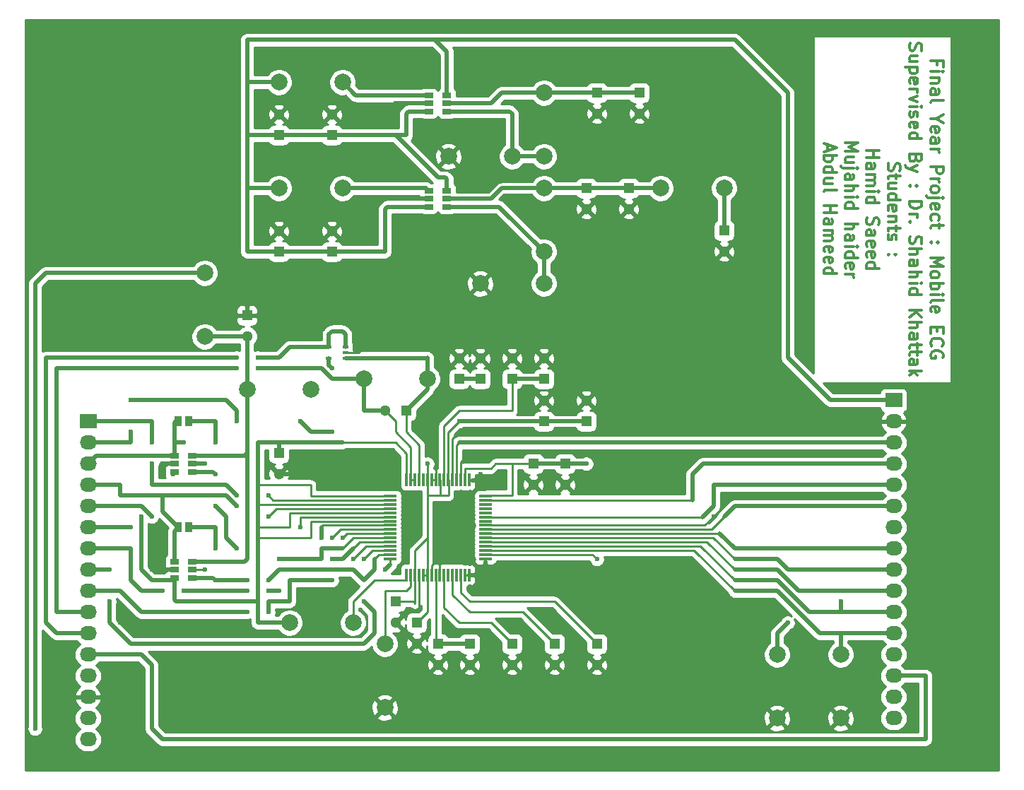
<source format=gbr>
G04 #@! TF.FileFunction,Copper,L1,Top,Signal*
%FSLAX46Y46*%
G04 Gerber Fmt 4.6, Leading zero omitted, Abs format (unit mm)*
G04 Created by KiCad (PCBNEW 4.0.3+e1-6302~38~ubuntu16.04.1-stable) date Sat Sep 24 13:38:38 2016*
%MOMM*%
%LPD*%
G01*
G04 APERTURE LIST*
%ADD10C,0.100000*%
%ADD11C,0.300000*%
%ADD12R,1.300000X1.300000*%
%ADD13C,1.300000*%
%ADD14R,0.965200X1.270000*%
%ADD15C,1.998980*%
%ADD16R,2.032000X1.727200*%
%ADD17O,2.032000X1.727200*%
%ADD18R,1.500000X0.300000*%
%ADD19R,0.300000X1.500000*%
%ADD20R,1.060000X0.650000*%
%ADD21R,0.660400X0.406400*%
%ADD22C,0.600000*%
%ADD23C,0.500000*%
%ADD24C,0.250000*%
%ADD25C,0.254000*%
G04 APERTURE END LIST*
D10*
D11*
X199522143Y-36054287D02*
X199522143Y-35554287D01*
X198736429Y-35554287D02*
X200236429Y-35554287D01*
X200236429Y-36268573D01*
X198736429Y-36840001D02*
X199736429Y-36840001D01*
X200236429Y-36840001D02*
X200165000Y-36768572D01*
X200093571Y-36840001D01*
X200165000Y-36911429D01*
X200236429Y-36840001D01*
X200093571Y-36840001D01*
X199736429Y-37554287D02*
X198736429Y-37554287D01*
X199593571Y-37554287D02*
X199665000Y-37625715D01*
X199736429Y-37768573D01*
X199736429Y-37982858D01*
X199665000Y-38125715D01*
X199522143Y-38197144D01*
X198736429Y-38197144D01*
X198736429Y-39554287D02*
X199522143Y-39554287D01*
X199665000Y-39482858D01*
X199736429Y-39340001D01*
X199736429Y-39054287D01*
X199665000Y-38911430D01*
X198807857Y-39554287D02*
X198736429Y-39411430D01*
X198736429Y-39054287D01*
X198807857Y-38911430D01*
X198950714Y-38840001D01*
X199093571Y-38840001D01*
X199236429Y-38911430D01*
X199307857Y-39054287D01*
X199307857Y-39411430D01*
X199379286Y-39554287D01*
X198736429Y-40482859D02*
X198807857Y-40340001D01*
X198950714Y-40268573D01*
X200236429Y-40268573D01*
X199450714Y-42482858D02*
X198736429Y-42482858D01*
X200236429Y-41982858D02*
X199450714Y-42482858D01*
X200236429Y-42982858D01*
X198807857Y-44054286D02*
X198736429Y-43911429D01*
X198736429Y-43625715D01*
X198807857Y-43482858D01*
X198950714Y-43411429D01*
X199522143Y-43411429D01*
X199665000Y-43482858D01*
X199736429Y-43625715D01*
X199736429Y-43911429D01*
X199665000Y-44054286D01*
X199522143Y-44125715D01*
X199379286Y-44125715D01*
X199236429Y-43411429D01*
X198736429Y-45411429D02*
X199522143Y-45411429D01*
X199665000Y-45340000D01*
X199736429Y-45197143D01*
X199736429Y-44911429D01*
X199665000Y-44768572D01*
X198807857Y-45411429D02*
X198736429Y-45268572D01*
X198736429Y-44911429D01*
X198807857Y-44768572D01*
X198950714Y-44697143D01*
X199093571Y-44697143D01*
X199236429Y-44768572D01*
X199307857Y-44911429D01*
X199307857Y-45268572D01*
X199379286Y-45411429D01*
X198736429Y-46125715D02*
X199736429Y-46125715D01*
X199450714Y-46125715D02*
X199593571Y-46197143D01*
X199665000Y-46268572D01*
X199736429Y-46411429D01*
X199736429Y-46554286D01*
X198736429Y-48197143D02*
X200236429Y-48197143D01*
X200236429Y-48768571D01*
X200165000Y-48911429D01*
X200093571Y-48982857D01*
X199950714Y-49054286D01*
X199736429Y-49054286D01*
X199593571Y-48982857D01*
X199522143Y-48911429D01*
X199450714Y-48768571D01*
X199450714Y-48197143D01*
X198736429Y-49697143D02*
X199736429Y-49697143D01*
X199450714Y-49697143D02*
X199593571Y-49768571D01*
X199665000Y-49840000D01*
X199736429Y-49982857D01*
X199736429Y-50125714D01*
X198736429Y-50840000D02*
X198807857Y-50697142D01*
X198879286Y-50625714D01*
X199022143Y-50554285D01*
X199450714Y-50554285D01*
X199593571Y-50625714D01*
X199665000Y-50697142D01*
X199736429Y-50840000D01*
X199736429Y-51054285D01*
X199665000Y-51197142D01*
X199593571Y-51268571D01*
X199450714Y-51340000D01*
X199022143Y-51340000D01*
X198879286Y-51268571D01*
X198807857Y-51197142D01*
X198736429Y-51054285D01*
X198736429Y-50840000D01*
X199736429Y-51982857D02*
X198450714Y-51982857D01*
X198307857Y-51911428D01*
X198236429Y-51768571D01*
X198236429Y-51697143D01*
X200236429Y-51982857D02*
X200165000Y-51911428D01*
X200093571Y-51982857D01*
X200165000Y-52054285D01*
X200236429Y-51982857D01*
X200093571Y-51982857D01*
X198807857Y-53268571D02*
X198736429Y-53125714D01*
X198736429Y-52840000D01*
X198807857Y-52697143D01*
X198950714Y-52625714D01*
X199522143Y-52625714D01*
X199665000Y-52697143D01*
X199736429Y-52840000D01*
X199736429Y-53125714D01*
X199665000Y-53268571D01*
X199522143Y-53340000D01*
X199379286Y-53340000D01*
X199236429Y-52625714D01*
X198807857Y-54625714D02*
X198736429Y-54482857D01*
X198736429Y-54197143D01*
X198807857Y-54054285D01*
X198879286Y-53982857D01*
X199022143Y-53911428D01*
X199450714Y-53911428D01*
X199593571Y-53982857D01*
X199665000Y-54054285D01*
X199736429Y-54197143D01*
X199736429Y-54482857D01*
X199665000Y-54625714D01*
X199736429Y-55054285D02*
X199736429Y-55625714D01*
X200236429Y-55268571D02*
X198950714Y-55268571D01*
X198807857Y-55339999D01*
X198736429Y-55482857D01*
X198736429Y-55625714D01*
X198879286Y-57268571D02*
X198807857Y-57339999D01*
X198736429Y-57268571D01*
X198807857Y-57197142D01*
X198879286Y-57268571D01*
X198736429Y-57268571D01*
X199665000Y-57268571D02*
X199593571Y-57339999D01*
X199522143Y-57268571D01*
X199593571Y-57197142D01*
X199665000Y-57268571D01*
X199522143Y-57268571D01*
X198736429Y-59125714D02*
X200236429Y-59125714D01*
X199165000Y-59625714D01*
X200236429Y-60125714D01*
X198736429Y-60125714D01*
X198736429Y-61054286D02*
X198807857Y-60911428D01*
X198879286Y-60840000D01*
X199022143Y-60768571D01*
X199450714Y-60768571D01*
X199593571Y-60840000D01*
X199665000Y-60911428D01*
X199736429Y-61054286D01*
X199736429Y-61268571D01*
X199665000Y-61411428D01*
X199593571Y-61482857D01*
X199450714Y-61554286D01*
X199022143Y-61554286D01*
X198879286Y-61482857D01*
X198807857Y-61411428D01*
X198736429Y-61268571D01*
X198736429Y-61054286D01*
X198736429Y-62197143D02*
X200236429Y-62197143D01*
X199665000Y-62197143D02*
X199736429Y-62340000D01*
X199736429Y-62625714D01*
X199665000Y-62768571D01*
X199593571Y-62840000D01*
X199450714Y-62911429D01*
X199022143Y-62911429D01*
X198879286Y-62840000D01*
X198807857Y-62768571D01*
X198736429Y-62625714D01*
X198736429Y-62340000D01*
X198807857Y-62197143D01*
X198736429Y-63554286D02*
X199736429Y-63554286D01*
X200236429Y-63554286D02*
X200165000Y-63482857D01*
X200093571Y-63554286D01*
X200165000Y-63625714D01*
X200236429Y-63554286D01*
X200093571Y-63554286D01*
X198736429Y-64482858D02*
X198807857Y-64340000D01*
X198950714Y-64268572D01*
X200236429Y-64268572D01*
X198807857Y-65625714D02*
X198736429Y-65482857D01*
X198736429Y-65197143D01*
X198807857Y-65054286D01*
X198950714Y-64982857D01*
X199522143Y-64982857D01*
X199665000Y-65054286D01*
X199736429Y-65197143D01*
X199736429Y-65482857D01*
X199665000Y-65625714D01*
X199522143Y-65697143D01*
X199379286Y-65697143D01*
X199236429Y-64982857D01*
X199522143Y-67482857D02*
X199522143Y-67982857D01*
X198736429Y-68197143D02*
X198736429Y-67482857D01*
X200236429Y-67482857D01*
X200236429Y-68197143D01*
X198879286Y-69697143D02*
X198807857Y-69625714D01*
X198736429Y-69411428D01*
X198736429Y-69268571D01*
X198807857Y-69054286D01*
X198950714Y-68911428D01*
X199093571Y-68840000D01*
X199379286Y-68768571D01*
X199593571Y-68768571D01*
X199879286Y-68840000D01*
X200022143Y-68911428D01*
X200165000Y-69054286D01*
X200236429Y-69268571D01*
X200236429Y-69411428D01*
X200165000Y-69625714D01*
X200093571Y-69697143D01*
X200165000Y-71125714D02*
X200236429Y-70982857D01*
X200236429Y-70768571D01*
X200165000Y-70554286D01*
X200022143Y-70411428D01*
X199879286Y-70340000D01*
X199593571Y-70268571D01*
X199379286Y-70268571D01*
X199093571Y-70340000D01*
X198950714Y-70411428D01*
X198807857Y-70554286D01*
X198736429Y-70768571D01*
X198736429Y-70911428D01*
X198807857Y-71125714D01*
X198879286Y-71197143D01*
X199379286Y-71197143D01*
X199379286Y-70911428D01*
X196257857Y-33447143D02*
X196186429Y-33661429D01*
X196186429Y-34018572D01*
X196257857Y-34161429D01*
X196329286Y-34232858D01*
X196472143Y-34304286D01*
X196615000Y-34304286D01*
X196757857Y-34232858D01*
X196829286Y-34161429D01*
X196900714Y-34018572D01*
X196972143Y-33732858D01*
X197043571Y-33590000D01*
X197115000Y-33518572D01*
X197257857Y-33447143D01*
X197400714Y-33447143D01*
X197543571Y-33518572D01*
X197615000Y-33590000D01*
X197686429Y-33732858D01*
X197686429Y-34090000D01*
X197615000Y-34304286D01*
X197186429Y-35590000D02*
X196186429Y-35590000D01*
X197186429Y-34947143D02*
X196400714Y-34947143D01*
X196257857Y-35018571D01*
X196186429Y-35161429D01*
X196186429Y-35375714D01*
X196257857Y-35518571D01*
X196329286Y-35590000D01*
X197186429Y-36304286D02*
X195686429Y-36304286D01*
X197115000Y-36304286D02*
X197186429Y-36447143D01*
X197186429Y-36732857D01*
X197115000Y-36875714D01*
X197043571Y-36947143D01*
X196900714Y-37018572D01*
X196472143Y-37018572D01*
X196329286Y-36947143D01*
X196257857Y-36875714D01*
X196186429Y-36732857D01*
X196186429Y-36447143D01*
X196257857Y-36304286D01*
X196257857Y-38232857D02*
X196186429Y-38090000D01*
X196186429Y-37804286D01*
X196257857Y-37661429D01*
X196400714Y-37590000D01*
X196972143Y-37590000D01*
X197115000Y-37661429D01*
X197186429Y-37804286D01*
X197186429Y-38090000D01*
X197115000Y-38232857D01*
X196972143Y-38304286D01*
X196829286Y-38304286D01*
X196686429Y-37590000D01*
X196186429Y-38947143D02*
X197186429Y-38947143D01*
X196900714Y-38947143D02*
X197043571Y-39018571D01*
X197115000Y-39090000D01*
X197186429Y-39232857D01*
X197186429Y-39375714D01*
X197186429Y-39732857D02*
X196186429Y-40090000D01*
X197186429Y-40447142D01*
X196186429Y-41018571D02*
X197186429Y-41018571D01*
X197686429Y-41018571D02*
X197615000Y-40947142D01*
X197543571Y-41018571D01*
X197615000Y-41089999D01*
X197686429Y-41018571D01*
X197543571Y-41018571D01*
X196257857Y-41661428D02*
X196186429Y-41804285D01*
X196186429Y-42090000D01*
X196257857Y-42232857D01*
X196400714Y-42304285D01*
X196472143Y-42304285D01*
X196615000Y-42232857D01*
X196686429Y-42090000D01*
X196686429Y-41875714D01*
X196757857Y-41732857D01*
X196900714Y-41661428D01*
X196972143Y-41661428D01*
X197115000Y-41732857D01*
X197186429Y-41875714D01*
X197186429Y-42090000D01*
X197115000Y-42232857D01*
X196257857Y-43518571D02*
X196186429Y-43375714D01*
X196186429Y-43090000D01*
X196257857Y-42947143D01*
X196400714Y-42875714D01*
X196972143Y-42875714D01*
X197115000Y-42947143D01*
X197186429Y-43090000D01*
X197186429Y-43375714D01*
X197115000Y-43518571D01*
X196972143Y-43590000D01*
X196829286Y-43590000D01*
X196686429Y-42875714D01*
X196186429Y-44875714D02*
X197686429Y-44875714D01*
X196257857Y-44875714D02*
X196186429Y-44732857D01*
X196186429Y-44447143D01*
X196257857Y-44304285D01*
X196329286Y-44232857D01*
X196472143Y-44161428D01*
X196900714Y-44161428D01*
X197043571Y-44232857D01*
X197115000Y-44304285D01*
X197186429Y-44447143D01*
X197186429Y-44732857D01*
X197115000Y-44875714D01*
X196972143Y-47232857D02*
X196900714Y-47447143D01*
X196829286Y-47518571D01*
X196686429Y-47590000D01*
X196472143Y-47590000D01*
X196329286Y-47518571D01*
X196257857Y-47447143D01*
X196186429Y-47304285D01*
X196186429Y-46732857D01*
X197686429Y-46732857D01*
X197686429Y-47232857D01*
X197615000Y-47375714D01*
X197543571Y-47447143D01*
X197400714Y-47518571D01*
X197257857Y-47518571D01*
X197115000Y-47447143D01*
X197043571Y-47375714D01*
X196972143Y-47232857D01*
X196972143Y-46732857D01*
X197186429Y-48090000D02*
X196186429Y-48447143D01*
X197186429Y-48804285D02*
X196186429Y-48447143D01*
X195829286Y-48304285D01*
X195757857Y-48232857D01*
X195686429Y-48090000D01*
X196329286Y-50518571D02*
X196257857Y-50589999D01*
X196186429Y-50518571D01*
X196257857Y-50447142D01*
X196329286Y-50518571D01*
X196186429Y-50518571D01*
X197115000Y-50518571D02*
X197043571Y-50589999D01*
X196972143Y-50518571D01*
X197043571Y-50447142D01*
X197115000Y-50518571D01*
X196972143Y-50518571D01*
X196186429Y-52375714D02*
X197686429Y-52375714D01*
X197686429Y-52732857D01*
X197615000Y-52947142D01*
X197472143Y-53090000D01*
X197329286Y-53161428D01*
X197043571Y-53232857D01*
X196829286Y-53232857D01*
X196543571Y-53161428D01*
X196400714Y-53090000D01*
X196257857Y-52947142D01*
X196186429Y-52732857D01*
X196186429Y-52375714D01*
X196186429Y-53875714D02*
X197186429Y-53875714D01*
X196900714Y-53875714D02*
X197043571Y-53947142D01*
X197115000Y-54018571D01*
X197186429Y-54161428D01*
X197186429Y-54304285D01*
X196329286Y-54804285D02*
X196257857Y-54875713D01*
X196186429Y-54804285D01*
X196257857Y-54732856D01*
X196329286Y-54804285D01*
X196186429Y-54804285D01*
X196257857Y-56589999D02*
X196186429Y-56804285D01*
X196186429Y-57161428D01*
X196257857Y-57304285D01*
X196329286Y-57375714D01*
X196472143Y-57447142D01*
X196615000Y-57447142D01*
X196757857Y-57375714D01*
X196829286Y-57304285D01*
X196900714Y-57161428D01*
X196972143Y-56875714D01*
X197043571Y-56732856D01*
X197115000Y-56661428D01*
X197257857Y-56589999D01*
X197400714Y-56589999D01*
X197543571Y-56661428D01*
X197615000Y-56732856D01*
X197686429Y-56875714D01*
X197686429Y-57232856D01*
X197615000Y-57447142D01*
X196186429Y-58089999D02*
X197686429Y-58089999D01*
X196186429Y-58732856D02*
X196972143Y-58732856D01*
X197115000Y-58661427D01*
X197186429Y-58518570D01*
X197186429Y-58304285D01*
X197115000Y-58161427D01*
X197043571Y-58089999D01*
X196186429Y-60089999D02*
X196972143Y-60089999D01*
X197115000Y-60018570D01*
X197186429Y-59875713D01*
X197186429Y-59589999D01*
X197115000Y-59447142D01*
X196257857Y-60089999D02*
X196186429Y-59947142D01*
X196186429Y-59589999D01*
X196257857Y-59447142D01*
X196400714Y-59375713D01*
X196543571Y-59375713D01*
X196686429Y-59447142D01*
X196757857Y-59589999D01*
X196757857Y-59947142D01*
X196829286Y-60089999D01*
X196186429Y-60804285D02*
X197686429Y-60804285D01*
X196186429Y-61447142D02*
X196972143Y-61447142D01*
X197115000Y-61375713D01*
X197186429Y-61232856D01*
X197186429Y-61018571D01*
X197115000Y-60875713D01*
X197043571Y-60804285D01*
X196186429Y-62161428D02*
X197186429Y-62161428D01*
X197686429Y-62161428D02*
X197615000Y-62089999D01*
X197543571Y-62161428D01*
X197615000Y-62232856D01*
X197686429Y-62161428D01*
X197543571Y-62161428D01*
X196186429Y-63518571D02*
X197686429Y-63518571D01*
X196257857Y-63518571D02*
X196186429Y-63375714D01*
X196186429Y-63090000D01*
X196257857Y-62947142D01*
X196329286Y-62875714D01*
X196472143Y-62804285D01*
X196900714Y-62804285D01*
X197043571Y-62875714D01*
X197115000Y-62947142D01*
X197186429Y-63090000D01*
X197186429Y-63375714D01*
X197115000Y-63518571D01*
X196186429Y-65375714D02*
X197686429Y-65375714D01*
X196186429Y-66232857D02*
X197043571Y-65590000D01*
X197686429Y-66232857D02*
X196829286Y-65375714D01*
X196186429Y-66875714D02*
X197686429Y-66875714D01*
X196186429Y-67518571D02*
X196972143Y-67518571D01*
X197115000Y-67447142D01*
X197186429Y-67304285D01*
X197186429Y-67090000D01*
X197115000Y-66947142D01*
X197043571Y-66875714D01*
X196186429Y-68875714D02*
X196972143Y-68875714D01*
X197115000Y-68804285D01*
X197186429Y-68661428D01*
X197186429Y-68375714D01*
X197115000Y-68232857D01*
X196257857Y-68875714D02*
X196186429Y-68732857D01*
X196186429Y-68375714D01*
X196257857Y-68232857D01*
X196400714Y-68161428D01*
X196543571Y-68161428D01*
X196686429Y-68232857D01*
X196757857Y-68375714D01*
X196757857Y-68732857D01*
X196829286Y-68875714D01*
X197186429Y-69375714D02*
X197186429Y-69947143D01*
X197686429Y-69590000D02*
X196400714Y-69590000D01*
X196257857Y-69661428D01*
X196186429Y-69804286D01*
X196186429Y-69947143D01*
X197186429Y-70232857D02*
X197186429Y-70804286D01*
X197686429Y-70447143D02*
X196400714Y-70447143D01*
X196257857Y-70518571D01*
X196186429Y-70661429D01*
X196186429Y-70804286D01*
X196186429Y-71947143D02*
X196972143Y-71947143D01*
X197115000Y-71875714D01*
X197186429Y-71732857D01*
X197186429Y-71447143D01*
X197115000Y-71304286D01*
X196257857Y-71947143D02*
X196186429Y-71804286D01*
X196186429Y-71447143D01*
X196257857Y-71304286D01*
X196400714Y-71232857D01*
X196543571Y-71232857D01*
X196686429Y-71304286D01*
X196757857Y-71447143D01*
X196757857Y-71804286D01*
X196829286Y-71947143D01*
X196186429Y-72661429D02*
X197686429Y-72661429D01*
X196757857Y-72804286D02*
X196186429Y-73232857D01*
X197186429Y-73232857D02*
X196615000Y-72661429D01*
X193707857Y-47840000D02*
X193636429Y-48054286D01*
X193636429Y-48411429D01*
X193707857Y-48554286D01*
X193779286Y-48625715D01*
X193922143Y-48697143D01*
X194065000Y-48697143D01*
X194207857Y-48625715D01*
X194279286Y-48554286D01*
X194350714Y-48411429D01*
X194422143Y-48125715D01*
X194493571Y-47982857D01*
X194565000Y-47911429D01*
X194707857Y-47840000D01*
X194850714Y-47840000D01*
X194993571Y-47911429D01*
X195065000Y-47982857D01*
X195136429Y-48125715D01*
X195136429Y-48482857D01*
X195065000Y-48697143D01*
X194636429Y-49125714D02*
X194636429Y-49697143D01*
X195136429Y-49340000D02*
X193850714Y-49340000D01*
X193707857Y-49411428D01*
X193636429Y-49554286D01*
X193636429Y-49697143D01*
X194636429Y-50840000D02*
X193636429Y-50840000D01*
X194636429Y-50197143D02*
X193850714Y-50197143D01*
X193707857Y-50268571D01*
X193636429Y-50411429D01*
X193636429Y-50625714D01*
X193707857Y-50768571D01*
X193779286Y-50840000D01*
X193636429Y-52197143D02*
X195136429Y-52197143D01*
X193707857Y-52197143D02*
X193636429Y-52054286D01*
X193636429Y-51768572D01*
X193707857Y-51625714D01*
X193779286Y-51554286D01*
X193922143Y-51482857D01*
X194350714Y-51482857D01*
X194493571Y-51554286D01*
X194565000Y-51625714D01*
X194636429Y-51768572D01*
X194636429Y-52054286D01*
X194565000Y-52197143D01*
X193707857Y-53482857D02*
X193636429Y-53340000D01*
X193636429Y-53054286D01*
X193707857Y-52911429D01*
X193850714Y-52840000D01*
X194422143Y-52840000D01*
X194565000Y-52911429D01*
X194636429Y-53054286D01*
X194636429Y-53340000D01*
X194565000Y-53482857D01*
X194422143Y-53554286D01*
X194279286Y-53554286D01*
X194136429Y-52840000D01*
X194636429Y-54197143D02*
X193636429Y-54197143D01*
X194493571Y-54197143D02*
X194565000Y-54268571D01*
X194636429Y-54411429D01*
X194636429Y-54625714D01*
X194565000Y-54768571D01*
X194422143Y-54840000D01*
X193636429Y-54840000D01*
X194636429Y-55340000D02*
X194636429Y-55911429D01*
X195136429Y-55554286D02*
X193850714Y-55554286D01*
X193707857Y-55625714D01*
X193636429Y-55768572D01*
X193636429Y-55911429D01*
X193707857Y-56340000D02*
X193636429Y-56482857D01*
X193636429Y-56768572D01*
X193707857Y-56911429D01*
X193850714Y-56982857D01*
X193922143Y-56982857D01*
X194065000Y-56911429D01*
X194136429Y-56768572D01*
X194136429Y-56554286D01*
X194207857Y-56411429D01*
X194350714Y-56340000D01*
X194422143Y-56340000D01*
X194565000Y-56411429D01*
X194636429Y-56554286D01*
X194636429Y-56768572D01*
X194565000Y-56911429D01*
X193779286Y-58768572D02*
X193707857Y-58840000D01*
X193636429Y-58768572D01*
X193707857Y-58697143D01*
X193779286Y-58768572D01*
X193636429Y-58768572D01*
X194565000Y-58768572D02*
X194493571Y-58840000D01*
X194422143Y-58768572D01*
X194493571Y-58697143D01*
X194565000Y-58768572D01*
X194422143Y-58768572D01*
X191086429Y-46268572D02*
X192586429Y-46268572D01*
X191872143Y-46268572D02*
X191872143Y-47125715D01*
X191086429Y-47125715D02*
X192586429Y-47125715D01*
X191086429Y-48482858D02*
X191872143Y-48482858D01*
X192015000Y-48411429D01*
X192086429Y-48268572D01*
X192086429Y-47982858D01*
X192015000Y-47840001D01*
X191157857Y-48482858D02*
X191086429Y-48340001D01*
X191086429Y-47982858D01*
X191157857Y-47840001D01*
X191300714Y-47768572D01*
X191443571Y-47768572D01*
X191586429Y-47840001D01*
X191657857Y-47982858D01*
X191657857Y-48340001D01*
X191729286Y-48482858D01*
X191086429Y-49197144D02*
X192086429Y-49197144D01*
X191943571Y-49197144D02*
X192015000Y-49268572D01*
X192086429Y-49411430D01*
X192086429Y-49625715D01*
X192015000Y-49768572D01*
X191872143Y-49840001D01*
X191086429Y-49840001D01*
X191872143Y-49840001D02*
X192015000Y-49911430D01*
X192086429Y-50054287D01*
X192086429Y-50268572D01*
X192015000Y-50411430D01*
X191872143Y-50482858D01*
X191086429Y-50482858D01*
X191086429Y-51197144D02*
X192086429Y-51197144D01*
X192586429Y-51197144D02*
X192515000Y-51125715D01*
X192443571Y-51197144D01*
X192515000Y-51268572D01*
X192586429Y-51197144D01*
X192443571Y-51197144D01*
X191086429Y-52554287D02*
X192586429Y-52554287D01*
X191157857Y-52554287D02*
X191086429Y-52411430D01*
X191086429Y-52125716D01*
X191157857Y-51982858D01*
X191229286Y-51911430D01*
X191372143Y-51840001D01*
X191800714Y-51840001D01*
X191943571Y-51911430D01*
X192015000Y-51982858D01*
X192086429Y-52125716D01*
X192086429Y-52411430D01*
X192015000Y-52554287D01*
X191157857Y-54340001D02*
X191086429Y-54554287D01*
X191086429Y-54911430D01*
X191157857Y-55054287D01*
X191229286Y-55125716D01*
X191372143Y-55197144D01*
X191515000Y-55197144D01*
X191657857Y-55125716D01*
X191729286Y-55054287D01*
X191800714Y-54911430D01*
X191872143Y-54625716D01*
X191943571Y-54482858D01*
X192015000Y-54411430D01*
X192157857Y-54340001D01*
X192300714Y-54340001D01*
X192443571Y-54411430D01*
X192515000Y-54482858D01*
X192586429Y-54625716D01*
X192586429Y-54982858D01*
X192515000Y-55197144D01*
X191086429Y-56482858D02*
X191872143Y-56482858D01*
X192015000Y-56411429D01*
X192086429Y-56268572D01*
X192086429Y-55982858D01*
X192015000Y-55840001D01*
X191157857Y-56482858D02*
X191086429Y-56340001D01*
X191086429Y-55982858D01*
X191157857Y-55840001D01*
X191300714Y-55768572D01*
X191443571Y-55768572D01*
X191586429Y-55840001D01*
X191657857Y-55982858D01*
X191657857Y-56340001D01*
X191729286Y-56482858D01*
X191157857Y-57768572D02*
X191086429Y-57625715D01*
X191086429Y-57340001D01*
X191157857Y-57197144D01*
X191300714Y-57125715D01*
X191872143Y-57125715D01*
X192015000Y-57197144D01*
X192086429Y-57340001D01*
X192086429Y-57625715D01*
X192015000Y-57768572D01*
X191872143Y-57840001D01*
X191729286Y-57840001D01*
X191586429Y-57125715D01*
X191157857Y-59054286D02*
X191086429Y-58911429D01*
X191086429Y-58625715D01*
X191157857Y-58482858D01*
X191300714Y-58411429D01*
X191872143Y-58411429D01*
X192015000Y-58482858D01*
X192086429Y-58625715D01*
X192086429Y-58911429D01*
X192015000Y-59054286D01*
X191872143Y-59125715D01*
X191729286Y-59125715D01*
X191586429Y-58411429D01*
X191086429Y-60411429D02*
X192586429Y-60411429D01*
X191157857Y-60411429D02*
X191086429Y-60268572D01*
X191086429Y-59982858D01*
X191157857Y-59840000D01*
X191229286Y-59768572D01*
X191372143Y-59697143D01*
X191800714Y-59697143D01*
X191943571Y-59768572D01*
X192015000Y-59840000D01*
X192086429Y-59982858D01*
X192086429Y-60268572D01*
X192015000Y-60411429D01*
X188536429Y-45340000D02*
X190036429Y-45340000D01*
X188965000Y-45840000D01*
X190036429Y-46340000D01*
X188536429Y-46340000D01*
X189536429Y-47697143D02*
X188536429Y-47697143D01*
X189536429Y-47054286D02*
X188750714Y-47054286D01*
X188607857Y-47125714D01*
X188536429Y-47268572D01*
X188536429Y-47482857D01*
X188607857Y-47625714D01*
X188679286Y-47697143D01*
X189536429Y-48411429D02*
X188250714Y-48411429D01*
X188107857Y-48340000D01*
X188036429Y-48197143D01*
X188036429Y-48125715D01*
X190036429Y-48411429D02*
X189965000Y-48340000D01*
X189893571Y-48411429D01*
X189965000Y-48482857D01*
X190036429Y-48411429D01*
X189893571Y-48411429D01*
X188536429Y-49768572D02*
X189322143Y-49768572D01*
X189465000Y-49697143D01*
X189536429Y-49554286D01*
X189536429Y-49268572D01*
X189465000Y-49125715D01*
X188607857Y-49768572D02*
X188536429Y-49625715D01*
X188536429Y-49268572D01*
X188607857Y-49125715D01*
X188750714Y-49054286D01*
X188893571Y-49054286D01*
X189036429Y-49125715D01*
X189107857Y-49268572D01*
X189107857Y-49625715D01*
X189179286Y-49768572D01*
X188536429Y-50482858D02*
X190036429Y-50482858D01*
X188536429Y-51125715D02*
X189322143Y-51125715D01*
X189465000Y-51054286D01*
X189536429Y-50911429D01*
X189536429Y-50697144D01*
X189465000Y-50554286D01*
X189393571Y-50482858D01*
X188536429Y-51840001D02*
X189536429Y-51840001D01*
X190036429Y-51840001D02*
X189965000Y-51768572D01*
X189893571Y-51840001D01*
X189965000Y-51911429D01*
X190036429Y-51840001D01*
X189893571Y-51840001D01*
X188536429Y-53197144D02*
X190036429Y-53197144D01*
X188607857Y-53197144D02*
X188536429Y-53054287D01*
X188536429Y-52768573D01*
X188607857Y-52625715D01*
X188679286Y-52554287D01*
X188822143Y-52482858D01*
X189250714Y-52482858D01*
X189393571Y-52554287D01*
X189465000Y-52625715D01*
X189536429Y-52768573D01*
X189536429Y-53054287D01*
X189465000Y-53197144D01*
X188536429Y-55054287D02*
X190036429Y-55054287D01*
X188536429Y-55697144D02*
X189322143Y-55697144D01*
X189465000Y-55625715D01*
X189536429Y-55482858D01*
X189536429Y-55268573D01*
X189465000Y-55125715D01*
X189393571Y-55054287D01*
X188536429Y-57054287D02*
X189322143Y-57054287D01*
X189465000Y-56982858D01*
X189536429Y-56840001D01*
X189536429Y-56554287D01*
X189465000Y-56411430D01*
X188607857Y-57054287D02*
X188536429Y-56911430D01*
X188536429Y-56554287D01*
X188607857Y-56411430D01*
X188750714Y-56340001D01*
X188893571Y-56340001D01*
X189036429Y-56411430D01*
X189107857Y-56554287D01*
X189107857Y-56911430D01*
X189179286Y-57054287D01*
X188536429Y-57768573D02*
X189536429Y-57768573D01*
X190036429Y-57768573D02*
X189965000Y-57697144D01*
X189893571Y-57768573D01*
X189965000Y-57840001D01*
X190036429Y-57768573D01*
X189893571Y-57768573D01*
X188536429Y-59125716D02*
X190036429Y-59125716D01*
X188607857Y-59125716D02*
X188536429Y-58982859D01*
X188536429Y-58697145D01*
X188607857Y-58554287D01*
X188679286Y-58482859D01*
X188822143Y-58411430D01*
X189250714Y-58411430D01*
X189393571Y-58482859D01*
X189465000Y-58554287D01*
X189536429Y-58697145D01*
X189536429Y-58982859D01*
X189465000Y-59125716D01*
X188607857Y-60411430D02*
X188536429Y-60268573D01*
X188536429Y-59982859D01*
X188607857Y-59840002D01*
X188750714Y-59768573D01*
X189322143Y-59768573D01*
X189465000Y-59840002D01*
X189536429Y-59982859D01*
X189536429Y-60268573D01*
X189465000Y-60411430D01*
X189322143Y-60482859D01*
X189179286Y-60482859D01*
X189036429Y-59768573D01*
X188536429Y-61125716D02*
X189536429Y-61125716D01*
X189250714Y-61125716D02*
X189393571Y-61197144D01*
X189465000Y-61268573D01*
X189536429Y-61411430D01*
X189536429Y-61554287D01*
X186415000Y-45554286D02*
X186415000Y-46268572D01*
X185986429Y-45411429D02*
X187486429Y-45911429D01*
X185986429Y-46411429D01*
X185986429Y-46911429D02*
X187486429Y-46911429D01*
X186915000Y-46911429D02*
X186986429Y-47054286D01*
X186986429Y-47340000D01*
X186915000Y-47482857D01*
X186843571Y-47554286D01*
X186700714Y-47625715D01*
X186272143Y-47625715D01*
X186129286Y-47554286D01*
X186057857Y-47482857D01*
X185986429Y-47340000D01*
X185986429Y-47054286D01*
X186057857Y-46911429D01*
X185986429Y-48911429D02*
X187486429Y-48911429D01*
X186057857Y-48911429D02*
X185986429Y-48768572D01*
X185986429Y-48482858D01*
X186057857Y-48340000D01*
X186129286Y-48268572D01*
X186272143Y-48197143D01*
X186700714Y-48197143D01*
X186843571Y-48268572D01*
X186915000Y-48340000D01*
X186986429Y-48482858D01*
X186986429Y-48768572D01*
X186915000Y-48911429D01*
X186986429Y-50268572D02*
X185986429Y-50268572D01*
X186986429Y-49625715D02*
X186200714Y-49625715D01*
X186057857Y-49697143D01*
X185986429Y-49840001D01*
X185986429Y-50054286D01*
X186057857Y-50197143D01*
X186129286Y-50268572D01*
X185986429Y-51197144D02*
X186057857Y-51054286D01*
X186200714Y-50982858D01*
X187486429Y-50982858D01*
X185986429Y-52911429D02*
X187486429Y-52911429D01*
X186772143Y-52911429D02*
X186772143Y-53768572D01*
X185986429Y-53768572D02*
X187486429Y-53768572D01*
X185986429Y-55125715D02*
X186772143Y-55125715D01*
X186915000Y-55054286D01*
X186986429Y-54911429D01*
X186986429Y-54625715D01*
X186915000Y-54482858D01*
X186057857Y-55125715D02*
X185986429Y-54982858D01*
X185986429Y-54625715D01*
X186057857Y-54482858D01*
X186200714Y-54411429D01*
X186343571Y-54411429D01*
X186486429Y-54482858D01*
X186557857Y-54625715D01*
X186557857Y-54982858D01*
X186629286Y-55125715D01*
X185986429Y-55840001D02*
X186986429Y-55840001D01*
X186843571Y-55840001D02*
X186915000Y-55911429D01*
X186986429Y-56054287D01*
X186986429Y-56268572D01*
X186915000Y-56411429D01*
X186772143Y-56482858D01*
X185986429Y-56482858D01*
X186772143Y-56482858D02*
X186915000Y-56554287D01*
X186986429Y-56697144D01*
X186986429Y-56911429D01*
X186915000Y-57054287D01*
X186772143Y-57125715D01*
X185986429Y-57125715D01*
X186057857Y-58411429D02*
X185986429Y-58268572D01*
X185986429Y-57982858D01*
X186057857Y-57840001D01*
X186200714Y-57768572D01*
X186772143Y-57768572D01*
X186915000Y-57840001D01*
X186986429Y-57982858D01*
X186986429Y-58268572D01*
X186915000Y-58411429D01*
X186772143Y-58482858D01*
X186629286Y-58482858D01*
X186486429Y-57768572D01*
X186057857Y-59697143D02*
X185986429Y-59554286D01*
X185986429Y-59268572D01*
X186057857Y-59125715D01*
X186200714Y-59054286D01*
X186772143Y-59054286D01*
X186915000Y-59125715D01*
X186986429Y-59268572D01*
X186986429Y-59554286D01*
X186915000Y-59697143D01*
X186772143Y-59768572D01*
X186629286Y-59768572D01*
X186486429Y-59054286D01*
X185986429Y-61054286D02*
X187486429Y-61054286D01*
X186057857Y-61054286D02*
X185986429Y-60911429D01*
X185986429Y-60625715D01*
X186057857Y-60482857D01*
X186129286Y-60411429D01*
X186272143Y-60340000D01*
X186700714Y-60340000D01*
X186843571Y-60411429D01*
X186915000Y-60482857D01*
X186986429Y-60625715D01*
X186986429Y-60911429D01*
X186915000Y-61054286D01*
D12*
X127000000Y-44450000D03*
D13*
X127000000Y-41950000D03*
D12*
X120650000Y-44450000D03*
D13*
X120650000Y-41950000D03*
D12*
X158750000Y-39370000D03*
D13*
X158750000Y-41870000D03*
D12*
X163830000Y-39370000D03*
D13*
X163830000Y-41870000D03*
D12*
X120650000Y-58420000D03*
D13*
X120650000Y-55920000D03*
D12*
X127000000Y-58420000D03*
D13*
X127000000Y-55920000D03*
D12*
X157480000Y-50800000D03*
D13*
X157480000Y-53300000D03*
D12*
X162560000Y-50800000D03*
D13*
X162560000Y-53300000D03*
D12*
X173990000Y-55880000D03*
D13*
X173990000Y-58380000D03*
D12*
X148590000Y-73660000D03*
D13*
X148590000Y-71160000D03*
D12*
X152400000Y-73660000D03*
D13*
X152400000Y-71160000D03*
D12*
X158750000Y-105410000D03*
D13*
X158750000Y-107910000D03*
D12*
X153670000Y-105410000D03*
D13*
X153670000Y-107910000D03*
D12*
X148590000Y-105410000D03*
D13*
X148590000Y-107910000D03*
D12*
X139700000Y-105410000D03*
D13*
X139700000Y-107910000D03*
D12*
X143510000Y-105410000D03*
D13*
X143510000Y-107910000D03*
D12*
X135890000Y-77470000D03*
D13*
X133390000Y-77470000D03*
D12*
X120650000Y-82550000D03*
D13*
X120650000Y-85050000D03*
D12*
X116840000Y-66040000D03*
D13*
X116840000Y-68540000D03*
D14*
X108585000Y-78740000D03*
X109855000Y-78740000D03*
X108585000Y-91440000D03*
X109855000Y-91440000D03*
D15*
X120650000Y-38100000D03*
X128270000Y-38100000D03*
X120650000Y-50800000D03*
X128270000Y-50800000D03*
X166370000Y-50800000D03*
X173990000Y-50800000D03*
D16*
X194310000Y-76200000D03*
D17*
X194310000Y-78740000D03*
X194310000Y-81280000D03*
X194310000Y-83820000D03*
X194310000Y-86360000D03*
X194310000Y-88900000D03*
X194310000Y-91440000D03*
X194310000Y-93980000D03*
X194310000Y-96520000D03*
X194310000Y-99060000D03*
X194310000Y-101600000D03*
X194310000Y-104140000D03*
X194310000Y-106680000D03*
X194310000Y-109220000D03*
X194310000Y-111760000D03*
X194310000Y-114300000D03*
D15*
X152400000Y-39370000D03*
X152400000Y-46990000D03*
X148590000Y-46990000D03*
X140970000Y-46990000D03*
X152400000Y-50800000D03*
X152400000Y-58420000D03*
X152400000Y-62230000D03*
X144780000Y-62230000D03*
X180340000Y-106680000D03*
X180340000Y-114300000D03*
X187960000Y-106680000D03*
X187960000Y-114300000D03*
X133350000Y-105410000D03*
X133350000Y-113030000D03*
X138430000Y-73660000D03*
X130810000Y-73660000D03*
X121920000Y-102870000D03*
X129540000Y-102870000D03*
X111760000Y-60960000D03*
X111760000Y-68580000D03*
X124460000Y-74930000D03*
X116840000Y-74930000D03*
D18*
X134000000Y-87690000D03*
X134000000Y-88190000D03*
X134000000Y-88690000D03*
X134000000Y-89190000D03*
X134000000Y-89690000D03*
X134000000Y-90190000D03*
X134000000Y-90690000D03*
X134000000Y-91190000D03*
X134000000Y-91690000D03*
X134000000Y-92190000D03*
X134000000Y-92690000D03*
X134000000Y-93190000D03*
X134000000Y-93690000D03*
X134000000Y-94190000D03*
X134000000Y-94690000D03*
X134000000Y-95190000D03*
D19*
X135950000Y-97140000D03*
X136450000Y-97140000D03*
X136950000Y-97140000D03*
X137450000Y-97140000D03*
X137950000Y-97140000D03*
X138450000Y-97140000D03*
X138950000Y-97140000D03*
X139450000Y-97140000D03*
X139950000Y-97140000D03*
X140450000Y-97140000D03*
X140950000Y-97140000D03*
X141450000Y-97140000D03*
X141950000Y-97140000D03*
X142450000Y-97140000D03*
X142950000Y-97140000D03*
X143450000Y-97140000D03*
D18*
X145400000Y-95190000D03*
X145400000Y-94690000D03*
X145400000Y-94190000D03*
X145400000Y-93690000D03*
X145400000Y-93190000D03*
X145400000Y-92690000D03*
X145400000Y-92190000D03*
X145400000Y-91690000D03*
X145400000Y-91190000D03*
X145400000Y-90690000D03*
X145400000Y-90190000D03*
X145400000Y-89690000D03*
X145400000Y-89190000D03*
X145400000Y-88690000D03*
X145400000Y-88190000D03*
X145400000Y-87690000D03*
D19*
X143450000Y-85740000D03*
X142950000Y-85740000D03*
X142450000Y-85740000D03*
X141950000Y-85740000D03*
X141450000Y-85740000D03*
X140950000Y-85740000D03*
X140450000Y-85740000D03*
X139950000Y-85740000D03*
X139450000Y-85740000D03*
X138950000Y-85740000D03*
X138450000Y-85740000D03*
X137950000Y-85740000D03*
X137450000Y-85740000D03*
X136950000Y-85740000D03*
X136450000Y-85740000D03*
X135950000Y-85740000D03*
D20*
X138600000Y-39690000D03*
X138600000Y-40640000D03*
X138600000Y-41590000D03*
X140800000Y-41590000D03*
X140800000Y-39690000D03*
X140800000Y-40640000D03*
X138600000Y-51120000D03*
X138600000Y-52070000D03*
X138600000Y-53020000D03*
X140800000Y-53020000D03*
X140800000Y-51120000D03*
X140800000Y-52070000D03*
D21*
X128651000Y-71145400D03*
X128651000Y-69824600D03*
X128651000Y-70485000D03*
X126619000Y-69824600D03*
X126619000Y-71145400D03*
D20*
X108120000Y-82870000D03*
X108120000Y-83820000D03*
X108120000Y-84770000D03*
X110320000Y-84770000D03*
X110320000Y-82870000D03*
X110320000Y-83820000D03*
X108120000Y-95570000D03*
X108120000Y-96520000D03*
X108120000Y-97470000D03*
X110320000Y-97470000D03*
X110320000Y-95570000D03*
X110320000Y-96520000D03*
D12*
X152400000Y-78740000D03*
D13*
X152400000Y-76240000D03*
D12*
X134620000Y-100330000D03*
D13*
X134620000Y-102830000D03*
D12*
X157480000Y-78740000D03*
D13*
X157480000Y-76240000D03*
D12*
X144780000Y-73660000D03*
D13*
X144780000Y-71160000D03*
D12*
X151130000Y-83820000D03*
D13*
X151130000Y-86320000D03*
D12*
X142240000Y-73660000D03*
D13*
X142240000Y-71160000D03*
D12*
X154940000Y-83820000D03*
D13*
X154940000Y-86320000D03*
D12*
X137160000Y-102870000D03*
D13*
X137160000Y-105370000D03*
D16*
X97790000Y-78740000D03*
D17*
X97790000Y-81280000D03*
X97790000Y-83820000D03*
X97790000Y-86360000D03*
X97790000Y-88900000D03*
X97790000Y-91440000D03*
X97790000Y-93980000D03*
X97790000Y-96520000D03*
X97790000Y-99060000D03*
X97790000Y-101600000D03*
X97790000Y-104140000D03*
X97790000Y-106680000D03*
X97790000Y-109220000D03*
X97790000Y-111760000D03*
X97790000Y-114300000D03*
X97790000Y-116840000D03*
D22*
X133350000Y-83820000D03*
X138430000Y-78740000D03*
X101600000Y-107950000D03*
X101600000Y-102870000D03*
X105410000Y-102870000D03*
X105410000Y-96520000D03*
X134620000Y-40640000D03*
X138430000Y-44450000D03*
X134620000Y-52070000D03*
X144780000Y-85090000D03*
X146050000Y-80010000D03*
X146050000Y-82550000D03*
X172720000Y-90170000D03*
X175260000Y-80010000D03*
X106680000Y-83820000D03*
X106680000Y-68580000D03*
X130810000Y-69850000D03*
X142240000Y-78740000D03*
X111760000Y-96520000D03*
X111760000Y-83820000D03*
X127000000Y-72390000D03*
X138430000Y-83820000D03*
X157480000Y-83820000D03*
X118110000Y-72390000D03*
X115570000Y-72390000D03*
X104140000Y-90170000D03*
X107950000Y-85090000D03*
X125730000Y-92710000D03*
X115570000Y-93980000D03*
X113030000Y-88900000D03*
X109220000Y-81280000D03*
X127000000Y-92710000D03*
X113030000Y-81280000D03*
X113030000Y-85090000D03*
X115570000Y-88900000D03*
X123190000Y-91440000D03*
X116840000Y-97790000D03*
X119380000Y-97790000D03*
X113030000Y-93980000D03*
X113030000Y-97790000D03*
X119380000Y-87630000D03*
X115570000Y-87630000D03*
X105410000Y-81280000D03*
X105410000Y-83820000D03*
X102870000Y-80010000D03*
X102870000Y-76200000D03*
X115570000Y-78740000D03*
X123190000Y-78740000D03*
X127000000Y-80010000D03*
X128270000Y-92710000D03*
X119380000Y-90170000D03*
X105410000Y-90170000D03*
X133350000Y-96520000D03*
X102870000Y-91440000D03*
X129540000Y-95250000D03*
X120650000Y-95250000D03*
X106680000Y-99060000D03*
X109220000Y-99060000D03*
X116840000Y-99060000D03*
X119380000Y-99060000D03*
X120650000Y-99060000D03*
X130810000Y-95250000D03*
X130810000Y-100330000D03*
X100330000Y-100330000D03*
X100330000Y-96520000D03*
X119380000Y-101600000D03*
X116840000Y-101600000D03*
X127000000Y-95250000D03*
X127000000Y-97790000D03*
X115570000Y-71120000D03*
X118110000Y-71120000D03*
X158750000Y-95250000D03*
X181610000Y-102870000D03*
X187960000Y-100330000D03*
X91440000Y-115570000D03*
D23*
X172720000Y-33020000D02*
X175260000Y-33020000D01*
X175260000Y-33020000D02*
X181610000Y-39370000D01*
X181610000Y-39370000D02*
X181610000Y-71120000D01*
X181610000Y-71120000D02*
X186690000Y-76200000D01*
X191770000Y-76200000D02*
X194310000Y-76200000D01*
X172720000Y-33020000D02*
X139360000Y-33020000D01*
X191770000Y-76200000D02*
X186690000Y-76200000D01*
X140800000Y-39690000D02*
X140800000Y-34460000D01*
X116840000Y-33020000D02*
X116840000Y-38100000D01*
X139360000Y-33020000D02*
X116840000Y-33020000D01*
X140800000Y-34460000D02*
X139360000Y-33020000D01*
X140800000Y-51120000D02*
X140800000Y-49700000D01*
X139700000Y-49530000D02*
X134620000Y-44450000D01*
X140630000Y-49530000D02*
X139700000Y-49530000D01*
X140800000Y-49700000D02*
X140630000Y-49530000D01*
X127000000Y-58420000D02*
X133350000Y-58420000D01*
X133670000Y-53020000D02*
X138600000Y-53020000D01*
X133350000Y-53340000D02*
X133670000Y-53020000D01*
X133350000Y-58420000D02*
X133350000Y-53340000D01*
X127000000Y-44450000D02*
X134620000Y-44450000D01*
X134620000Y-44450000D02*
X135890000Y-44450000D01*
X136210000Y-41590000D02*
X138600000Y-41590000D01*
X135890000Y-41910000D02*
X136210000Y-41590000D01*
X135890000Y-44450000D02*
X135890000Y-41910000D01*
X120650000Y-44450000D02*
X127000000Y-44450000D01*
X127000000Y-58420000D02*
X120650000Y-58420000D01*
X120650000Y-58420000D02*
X116840000Y-58420000D01*
X116840000Y-58420000D02*
X116840000Y-50800000D01*
X120650000Y-50800000D02*
X116840000Y-50800000D01*
X116840000Y-50800000D02*
X116840000Y-44450000D01*
X120650000Y-44450000D02*
X116840000Y-44450000D01*
X116840000Y-38100000D02*
X120650000Y-38100000D01*
X116840000Y-44450000D02*
X116840000Y-38100000D01*
X120650000Y-85050000D02*
X130770000Y-85050000D01*
X130770000Y-85050000D02*
X132000000Y-83820000D01*
X132000000Y-83820000D02*
X133350000Y-83820000D01*
D24*
X139700000Y-95250000D02*
X138950000Y-96000000D01*
X139950000Y-97140000D02*
X139950000Y-95500000D01*
X139950000Y-95500000D02*
X139700000Y-95250000D01*
X138950000Y-96000000D02*
X138950000Y-97140000D01*
D23*
X108120000Y-96520000D02*
X105410000Y-96520000D01*
X105410000Y-102870000D02*
X101600000Y-102870000D01*
X134620000Y-40640000D02*
X138600000Y-40640000D01*
X138600000Y-52070000D02*
X134620000Y-52070000D01*
D24*
X145400000Y-95190000D02*
X145400000Y-97170000D01*
X144130000Y-97140000D02*
X144780000Y-97790000D01*
X144130000Y-97140000D02*
X143450000Y-97140000D01*
X145400000Y-97170000D02*
X144780000Y-97790000D01*
X143450000Y-85740000D02*
X144130000Y-85740000D01*
X144780000Y-85090000D02*
X144130000Y-85740000D01*
X141450000Y-85740000D02*
X141450000Y-80800000D01*
X141450000Y-80800000D02*
X142240000Y-80010000D01*
X139450000Y-85740000D02*
X139450000Y-83570000D01*
X139450000Y-83570000D02*
X138430000Y-82550000D01*
X142450000Y-85740000D02*
X142450000Y-83610000D01*
X143510000Y-82550000D02*
X146050000Y-82550000D01*
X142450000Y-83610000D02*
X143510000Y-82550000D01*
X145400000Y-91190000D02*
X171700000Y-91190000D01*
X171700000Y-91190000D02*
X172720000Y-90170000D01*
X137450000Y-97140000D02*
X137450000Y-101310000D01*
X137450000Y-101310000D02*
X137160000Y-101600000D01*
X142950000Y-97140000D02*
X143450000Y-97140000D01*
D23*
X108120000Y-83820000D02*
X106680000Y-83820000D01*
D24*
X139450000Y-85740000D02*
X138950000Y-85740000D01*
X128651000Y-70485000D02*
X130175000Y-70485000D01*
X130175000Y-70485000D02*
X130810000Y-69850000D01*
D23*
X152400000Y-78740000D02*
X157480000Y-78740000D01*
X152400000Y-78740000D02*
X142240000Y-78740000D01*
D24*
X140950000Y-80030000D02*
X140950000Y-85740000D01*
X140950000Y-80030000D02*
X142240000Y-78740000D01*
D23*
X142240000Y-73660000D02*
X144780000Y-73660000D01*
D24*
X139950000Y-85740000D02*
X139954000Y-85744000D01*
X139954000Y-85744000D02*
X139954000Y-87630000D01*
X140950000Y-85740000D02*
X140970000Y-85760000D01*
X140970000Y-85760000D02*
X140970000Y-87630000D01*
X139700000Y-87630000D02*
X138430000Y-87630000D01*
X140970000Y-87630000D02*
X139954000Y-87630000D01*
X139954000Y-87630000D02*
X139700000Y-87630000D01*
X138450000Y-85740000D02*
X138430000Y-85760000D01*
X138430000Y-85760000D02*
X138430000Y-87630000D01*
X138430000Y-87630000D02*
X138430000Y-92710000D01*
X138450000Y-97140000D02*
X138430000Y-97160000D01*
X138430000Y-97160000D02*
X138430000Y-101600000D01*
X138430000Y-101600000D02*
X137160000Y-102870000D01*
X136950000Y-97140000D02*
X136950000Y-100540000D01*
X136740000Y-100330000D02*
X134620000Y-100330000D01*
X136950000Y-100540000D02*
X136740000Y-100330000D01*
X136950000Y-97140000D02*
X136950000Y-94190000D01*
X138430000Y-92710000D02*
X138430000Y-97120000D01*
X136950000Y-94190000D02*
X138430000Y-92710000D01*
X138430000Y-97120000D02*
X138450000Y-97140000D01*
X137950000Y-97140000D02*
X138450000Y-97140000D01*
X110320000Y-96520000D02*
X111760000Y-96520000D01*
D23*
X110320000Y-83820000D02*
X111760000Y-83820000D01*
X126619000Y-71145400D02*
X126619000Y-72009000D01*
X126619000Y-72009000D02*
X127000000Y-72390000D01*
D24*
X138450000Y-85740000D02*
X138450000Y-83840000D01*
X138450000Y-83840000D02*
X138430000Y-83820000D01*
D23*
X152400000Y-39370000D02*
X158750000Y-39370000D01*
X158750000Y-39370000D02*
X163830000Y-39370000D01*
X140800000Y-40640000D02*
X146050000Y-40640000D01*
X147320000Y-39370000D02*
X152400000Y-39370000D01*
X146050000Y-40640000D02*
X147320000Y-39370000D01*
X140800000Y-52070000D02*
X146050000Y-52070000D01*
X146050000Y-52070000D02*
X147320000Y-50800000D01*
X147320000Y-50800000D02*
X152400000Y-50800000D01*
X152400000Y-50800000D02*
X157480000Y-50800000D01*
X157480000Y-50800000D02*
X162560000Y-50800000D01*
X162560000Y-50800000D02*
X166370000Y-50800000D01*
D24*
X146050000Y-84380000D02*
X146610000Y-83820000D01*
X146610000Y-83820000D02*
X148590000Y-83820000D01*
X148590000Y-87630000D02*
X148590000Y-83820000D01*
X145460000Y-87630000D02*
X148590000Y-87630000D01*
D23*
X157480000Y-83820000D02*
X154940000Y-83820000D01*
X154940000Y-83820000D02*
X151130000Y-83820000D01*
D24*
X142950000Y-85740000D02*
X142950000Y-84380000D01*
X142950000Y-84380000D02*
X146050000Y-84380000D01*
X148590000Y-83820000D02*
X151130000Y-83820000D01*
X145400000Y-87690000D02*
X145460000Y-87630000D01*
D23*
X173990000Y-55880000D02*
X173990000Y-50800000D01*
D24*
X142240000Y-77470000D02*
X148590000Y-77470000D01*
X148590000Y-77470000D02*
X148590000Y-76200000D01*
X148590000Y-76200000D02*
X148590000Y-73660000D01*
D23*
X148590000Y-73660000D02*
X152400000Y-73660000D01*
D24*
X140450000Y-80010000D02*
X140450000Y-79260000D01*
X140450000Y-79260000D02*
X142240000Y-77470000D01*
X140450000Y-85740000D02*
X140450000Y-80010000D01*
X142450000Y-97140000D02*
X142450000Y-99270000D01*
X153670000Y-100330000D02*
X158750000Y-105410000D01*
X143510000Y-100330000D02*
X153670000Y-100330000D01*
X142450000Y-99270000D02*
X143510000Y-100330000D01*
X141450000Y-97140000D02*
X141450000Y-99540000D01*
X149860000Y-101600000D02*
X153670000Y-105410000D01*
X143510000Y-101600000D02*
X149860000Y-101600000D01*
X141450000Y-99540000D02*
X143510000Y-101600000D01*
X140450000Y-97140000D02*
X140450000Y-101080000D01*
X146050000Y-102870000D02*
X148590000Y-105410000D01*
X142240000Y-102870000D02*
X146050000Y-102870000D01*
X140450000Y-101080000D02*
X142240000Y-102870000D01*
D23*
X139700000Y-105410000D02*
X143510000Y-105410000D01*
D24*
X139450000Y-100330000D02*
X139450000Y-105410000D01*
X139450000Y-105410000D02*
X139700000Y-105410000D01*
X139450000Y-100330000D02*
X139450000Y-97140000D01*
X137450000Y-85740000D02*
X137450000Y-81570000D01*
X135890000Y-80010000D02*
X135890000Y-77470000D01*
X137450000Y-81570000D02*
X135890000Y-80010000D01*
D23*
X138430000Y-73660000D02*
X138430000Y-74930000D01*
X138430000Y-74930000D02*
X135890000Y-77470000D01*
X138430000Y-73660000D02*
X138430000Y-71120000D01*
X138430000Y-71120000D02*
X138404600Y-71145400D01*
X138404600Y-71145400D02*
X128651000Y-71145400D01*
D24*
X135910000Y-77450000D02*
X135930000Y-77470000D01*
X136450000Y-85740000D02*
X136450000Y-81840000D01*
X134620000Y-78700000D02*
X133390000Y-77470000D01*
X134620000Y-80010000D02*
X134620000Y-78700000D01*
X136450000Y-81840000D02*
X134620000Y-80010000D01*
D23*
X130810000Y-73660000D02*
X130810000Y-77470000D01*
X130810000Y-77470000D02*
X133390000Y-77470000D01*
X93980000Y-72390000D02*
X93980000Y-101600000D01*
X127000000Y-73660000D02*
X125730000Y-72390000D01*
X125730000Y-72390000D02*
X118110000Y-72390000D01*
X115570000Y-72390000D02*
X93980000Y-72390000D01*
X95250000Y-101600000D02*
X97790000Y-101600000D01*
X130810000Y-73660000D02*
X127000000Y-73660000D01*
X93980000Y-101600000D02*
X95250000Y-101600000D01*
D24*
X136950000Y-85740000D02*
X136450000Y-85740000D01*
X130810000Y-73660000D02*
X130850000Y-73660000D01*
D23*
X104140000Y-90170000D02*
X104140000Y-96520000D01*
X108120000Y-84920000D02*
X107950000Y-85090000D01*
X105410000Y-97790000D02*
X107800000Y-97790000D01*
X104140000Y-96520000D02*
X105410000Y-97790000D01*
X108120000Y-97470000D02*
X108120000Y-100160000D01*
X108120000Y-100160000D02*
X108290000Y-100330000D01*
X108290000Y-100330000D02*
X118110000Y-100330000D01*
D24*
X107800000Y-97790000D02*
X108120000Y-97470000D01*
X108120000Y-84770000D02*
X108120000Y-84920000D01*
X121920000Y-89690000D02*
X121920000Y-91440000D01*
X121920000Y-91440000D02*
X118110000Y-91440000D01*
X124460000Y-90690000D02*
X124460000Y-92710000D01*
X124460000Y-92710000D02*
X118110000Y-92710000D01*
X124460000Y-87690000D02*
X124460000Y-86360000D01*
X124460000Y-86360000D02*
X118110000Y-86360000D01*
X134000000Y-90690000D02*
X124460000Y-90690000D01*
X134000000Y-89690000D02*
X121920000Y-89690000D01*
X134000000Y-88690000D02*
X118110000Y-88690000D01*
X118110000Y-88690000D02*
X118110000Y-88900000D01*
X134000000Y-87690000D02*
X124460000Y-87690000D01*
D23*
X120650000Y-81280000D02*
X118110000Y-81280000D01*
X118110000Y-81280000D02*
X118110000Y-86360000D01*
X118110000Y-86360000D02*
X118110000Y-87630000D01*
X118110000Y-102870000D02*
X121920000Y-102870000D01*
X118110000Y-100330000D02*
X118110000Y-102870000D01*
X118110000Y-92710000D02*
X118110000Y-100330000D01*
X118110000Y-87630000D02*
X118110000Y-88900000D01*
X118110000Y-88900000D02*
X118110000Y-90170000D01*
X118110000Y-90170000D02*
X118110000Y-91440000D01*
X118110000Y-91440000D02*
X118110000Y-92710000D01*
X128270000Y-81280000D02*
X120650000Y-81280000D01*
X120650000Y-81280000D02*
X120650000Y-82550000D01*
D24*
X133410000Y-87690000D02*
X134000000Y-87690000D01*
X135950000Y-85740000D02*
X135950000Y-82610000D01*
X134620000Y-81280000D02*
X130810000Y-81280000D01*
X135950000Y-82610000D02*
X134620000Y-81280000D01*
X130810000Y-81280000D02*
X128270000Y-81280000D01*
D23*
X110320000Y-95570000D02*
X116520000Y-95570000D01*
X116840000Y-95250000D02*
X116840000Y-82550000D01*
X116520000Y-95570000D02*
X116840000Y-95250000D01*
X110320000Y-82870000D02*
X116520000Y-82870000D01*
X116840000Y-82550000D02*
X116840000Y-74930000D01*
X116520000Y-82870000D02*
X116840000Y-82550000D01*
X116840000Y-74930000D02*
X116840000Y-68540000D01*
X111760000Y-68580000D02*
X116800000Y-68580000D01*
X116800000Y-68580000D02*
X116840000Y-68540000D01*
X105730000Y-82870000D02*
X98740000Y-82870000D01*
X105730000Y-82870000D02*
X108120000Y-82870000D01*
X98740000Y-82870000D02*
X97790000Y-83820000D01*
D24*
X134000000Y-91190000D02*
X125980000Y-91190000D01*
X125980000Y-91190000D02*
X125730000Y-91440000D01*
D23*
X125730000Y-91440000D02*
X125730000Y-92710000D01*
X115570000Y-93980000D02*
X114300000Y-92710000D01*
X114300000Y-92710000D02*
X114300000Y-90170000D01*
X114300000Y-90170000D02*
X113030000Y-88900000D01*
X109220000Y-81280000D02*
X108120000Y-81280000D01*
D24*
X108120000Y-81280000D02*
X107950000Y-81280000D01*
X107950000Y-81280000D02*
X108120000Y-81280000D01*
D23*
X108120000Y-82870000D02*
X108120000Y-81280000D01*
X108120000Y-81280000D02*
X108120000Y-78910000D01*
X108120000Y-78910000D02*
X108290000Y-78740000D01*
X108290000Y-78740000D02*
X108585000Y-78740000D01*
D24*
X128020000Y-91690000D02*
X134000000Y-91690000D01*
X127000000Y-92710000D02*
X128020000Y-91690000D01*
D23*
X110320000Y-84770000D02*
X112710000Y-84770000D01*
X113030000Y-78740000D02*
X109855000Y-78740000D01*
X113030000Y-81280000D02*
X113030000Y-78740000D01*
X112710000Y-84770000D02*
X113030000Y-85090000D01*
X101600000Y-86360000D02*
X101600000Y-87630000D01*
X97790000Y-86360000D02*
X101600000Y-86360000D01*
X101600000Y-87630000D02*
X106680000Y-87630000D01*
D24*
X134000000Y-90190000D02*
X123210000Y-90190000D01*
D23*
X114300000Y-87630000D02*
X106680000Y-87630000D01*
X115570000Y-88900000D02*
X114300000Y-87630000D01*
D24*
X123190000Y-90210000D02*
X123190000Y-91440000D01*
X123210000Y-90190000D02*
X123190000Y-90210000D01*
D23*
X106680000Y-89535000D02*
X108585000Y-91440000D01*
X106680000Y-87630000D02*
X106680000Y-89535000D01*
X108120000Y-95570000D02*
X108120000Y-91905000D01*
X108120000Y-91905000D02*
X108585000Y-91440000D01*
X129540000Y-96520000D02*
X130810000Y-97790000D01*
X119380000Y-97790000D02*
X120650000Y-96520000D01*
X120650000Y-96520000D02*
X128270000Y-96520000D01*
X113030000Y-97790000D02*
X116840000Y-97790000D01*
D24*
X132080000Y-95250000D02*
X132640000Y-94690000D01*
X132640000Y-94690000D02*
X134000000Y-94690000D01*
D23*
X128270000Y-96520000D02*
X129540000Y-96520000D01*
X130810000Y-97790000D02*
X132080000Y-96520000D01*
X132080000Y-96520000D02*
X132080000Y-95250000D01*
X110320000Y-97470000D02*
X112710000Y-97470000D01*
X113030000Y-91440000D02*
X109855000Y-91440000D01*
X113030000Y-93980000D02*
X113030000Y-91440000D01*
X112710000Y-97470000D02*
X113030000Y-97790000D01*
X138600000Y-39690000D02*
X129860000Y-39690000D01*
X129860000Y-39690000D02*
X128270000Y-38100000D01*
X128270000Y-50800000D02*
X138280000Y-50800000D01*
D24*
X138280000Y-50800000D02*
X138600000Y-51120000D01*
D23*
X105410000Y-78740000D02*
X105410000Y-81280000D01*
D24*
X119940000Y-88190000D02*
X119380000Y-87630000D01*
D23*
X115570000Y-87630000D02*
X114300000Y-86360000D01*
X114300000Y-86360000D02*
X106680000Y-86360000D01*
X105410000Y-78740000D02*
X97790000Y-78740000D01*
D24*
X134000000Y-88190000D02*
X119940000Y-88190000D01*
D23*
X105410000Y-83820000D02*
X105410000Y-86360000D01*
X105410000Y-86360000D02*
X106680000Y-86360000D01*
X102870000Y-81280000D02*
X102870000Y-80010000D01*
X102870000Y-76200000D02*
X114300000Y-76200000D01*
X114300000Y-76200000D02*
X115570000Y-77470000D01*
X115570000Y-77470000D02*
X115570000Y-78740000D01*
X123190000Y-78740000D02*
X124460000Y-80010000D01*
X124460000Y-80010000D02*
X127000000Y-80010000D01*
D24*
X130060000Y-92190000D02*
X134000000Y-92190000D01*
D23*
X97790000Y-81280000D02*
X102870000Y-81280000D01*
D24*
X128270000Y-92710000D02*
X128790000Y-92190000D01*
X128790000Y-92190000D02*
X130060000Y-92190000D01*
X134000000Y-89190000D02*
X120360000Y-89190000D01*
X120360000Y-89190000D02*
X119380000Y-90170000D01*
D23*
X105410000Y-90170000D02*
X104140000Y-88900000D01*
X104140000Y-88900000D02*
X97790000Y-88900000D01*
D24*
X134000000Y-95190000D02*
X134000000Y-95870000D01*
D23*
X134000000Y-95870000D02*
X133350000Y-96520000D01*
X102870000Y-91440000D02*
X97790000Y-91440000D01*
D24*
X134000000Y-93690000D02*
X131100000Y-93690000D01*
X131100000Y-93690000D02*
X129540000Y-95250000D01*
D23*
X128270000Y-93980000D02*
X125730000Y-93980000D01*
X125730000Y-95250000D02*
X120650000Y-95250000D01*
D24*
X134000000Y-92690000D02*
X130810000Y-92690000D01*
X130810000Y-92690000D02*
X129560000Y-92690000D01*
X129560000Y-92690000D02*
X129540000Y-92710000D01*
X129540000Y-92710000D02*
X128270000Y-93980000D01*
D23*
X125730000Y-93980000D02*
X125730000Y-95250000D01*
X102870000Y-93980000D02*
X97790000Y-93980000D01*
X102870000Y-97790000D02*
X102870000Y-93980000D01*
X104140000Y-99060000D02*
X102870000Y-97790000D01*
X106680000Y-99060000D02*
X104140000Y-99060000D01*
X116840000Y-99060000D02*
X109220000Y-99060000D01*
X120650000Y-99060000D02*
X119380000Y-99060000D01*
D24*
X134000000Y-94190000D02*
X131870000Y-94190000D01*
X131870000Y-94190000D02*
X130810000Y-95250000D01*
D23*
X130810000Y-100330000D02*
X132080000Y-101600000D01*
X132080000Y-101600000D02*
X132080000Y-104140000D01*
X132080000Y-104140000D02*
X130810000Y-105410000D01*
X130810000Y-105410000D02*
X102870000Y-105410000D01*
X102870000Y-105410000D02*
X100330000Y-102870000D01*
X100330000Y-102870000D02*
X100330000Y-100330000D01*
X100330000Y-96520000D02*
X97790000Y-96520000D01*
D24*
X131600000Y-93190000D02*
X130330000Y-93190000D01*
D23*
X127000000Y-97790000D02*
X121920000Y-97790000D01*
X121920000Y-97790000D02*
X121920000Y-100330000D01*
X121920000Y-100330000D02*
X119380000Y-100330000D01*
X119380000Y-100330000D02*
X119380000Y-101600000D01*
X116840000Y-101600000D02*
X104140000Y-101600000D01*
X104140000Y-101600000D02*
X101600000Y-99060000D01*
X101600000Y-99060000D02*
X97790000Y-99060000D01*
D24*
X134000000Y-93190000D02*
X131600000Y-93190000D01*
D23*
X127000000Y-95250000D02*
X128270000Y-95250000D01*
X128270000Y-95250000D02*
X129540000Y-93980000D01*
D24*
X130330000Y-93190000D02*
X129540000Y-93980000D01*
D23*
X93980000Y-104140000D02*
X92710000Y-102870000D01*
X93980000Y-104140000D02*
X97790000Y-104140000D01*
X92710000Y-71120000D02*
X92710000Y-102870000D01*
X115570000Y-71120000D02*
X92710000Y-71120000D01*
X120650000Y-71120000D02*
X118110000Y-71120000D01*
X121920000Y-69850000D02*
X120650000Y-71120000D01*
X121945400Y-69824600D02*
X121920000Y-69850000D01*
X126619000Y-69824600D02*
X121945400Y-69824600D01*
X128651000Y-69824600D02*
X128651000Y-68326000D01*
X128651000Y-68326000D02*
X128270000Y-67945000D01*
X128270000Y-67945000D02*
X127000000Y-67945000D01*
X127000000Y-67945000D02*
X126619000Y-68326000D01*
X126619000Y-68326000D02*
X126619000Y-69824600D01*
X97790000Y-106680000D02*
X104140000Y-106680000D01*
X198120000Y-109220000D02*
X194310000Y-109220000D01*
X198120000Y-116840000D02*
X198120000Y-109220000D01*
X106680000Y-116840000D02*
X198120000Y-116840000D01*
X105410000Y-115570000D02*
X106680000Y-116840000D01*
X105410000Y-107950000D02*
X105410000Y-115570000D01*
X104140000Y-106680000D02*
X105410000Y-107950000D01*
D24*
X141950000Y-83820000D02*
X141950000Y-81570000D01*
D23*
X142240000Y-81280000D02*
X144780000Y-81280000D01*
D24*
X141950000Y-81570000D02*
X142240000Y-81280000D01*
D23*
X191770000Y-81280000D02*
X194310000Y-81280000D01*
D24*
X141950000Y-85740000D02*
X141950000Y-83820000D01*
D23*
X144780000Y-81280000D02*
X191770000Y-81280000D01*
X191770000Y-83820000D02*
X194310000Y-83820000D01*
X170180000Y-88190000D02*
X170180000Y-87630000D01*
X191770000Y-83820000D02*
X171450000Y-83820000D01*
X170180000Y-85090000D02*
X170180000Y-87630000D01*
X171450000Y-83820000D02*
X170180000Y-85090000D01*
D24*
X145400000Y-88190000D02*
X170180000Y-88190000D01*
D23*
X191770000Y-86360000D02*
X194310000Y-86360000D01*
D24*
X145400000Y-90190000D02*
X171430000Y-90190000D01*
D23*
X172720000Y-86360000D02*
X191770000Y-86360000D01*
X172720000Y-88900000D02*
X172720000Y-86360000D01*
X171430000Y-90190000D02*
X172720000Y-88900000D01*
X173990000Y-90170000D02*
X175260000Y-88900000D01*
D24*
X172470000Y-91690000D02*
X173990000Y-90170000D01*
D23*
X175260000Y-88900000D02*
X191770000Y-88900000D01*
D24*
X145400000Y-91690000D02*
X172470000Y-91690000D01*
D23*
X191770000Y-88900000D02*
X194310000Y-88900000D01*
D24*
X158190000Y-94690000D02*
X158750000Y-95250000D01*
X145400000Y-94690000D02*
X158190000Y-94690000D01*
D23*
X191770000Y-93980000D02*
X194310000Y-93980000D01*
X173470000Y-92190000D02*
X175260000Y-93980000D01*
X175260000Y-93980000D02*
X191770000Y-93980000D01*
D24*
X145400000Y-92190000D02*
X173470000Y-92190000D01*
D23*
X191770000Y-96520000D02*
X194310000Y-96520000D01*
D24*
X172700000Y-92690000D02*
X175260000Y-95250000D01*
D23*
X175260000Y-95250000D02*
X180340000Y-95250000D01*
X180340000Y-95250000D02*
X181610000Y-96520000D01*
X181610000Y-96520000D02*
X191770000Y-96520000D01*
D24*
X145400000Y-92690000D02*
X172700000Y-92690000D01*
D23*
X191770000Y-99060000D02*
X194310000Y-99060000D01*
D24*
X171930000Y-93190000D02*
X175260000Y-96520000D01*
D23*
X175260000Y-96520000D02*
X180340000Y-96520000D01*
X180340000Y-96520000D02*
X182880000Y-99060000D01*
X182880000Y-99060000D02*
X191770000Y-99060000D01*
D24*
X145400000Y-93190000D02*
X171930000Y-93190000D01*
D23*
X191770000Y-101600000D02*
X194310000Y-101600000D01*
X187960000Y-101600000D02*
X191770000Y-101600000D01*
X180340000Y-106680000D02*
X180340000Y-104140000D01*
X180340000Y-104140000D02*
X181610000Y-102870000D01*
X187960000Y-100330000D02*
X187960000Y-101600000D01*
D24*
X145400000Y-93690000D02*
X171160000Y-93690000D01*
X171160000Y-93690000D02*
X175260000Y-97790000D01*
D23*
X175260000Y-97790000D02*
X180340000Y-97790000D01*
X180340000Y-97790000D02*
X184150000Y-101600000D01*
X184150000Y-101600000D02*
X187960000Y-101600000D01*
X191770000Y-104140000D02*
X194310000Y-104140000D01*
X187960000Y-104140000D02*
X191770000Y-104140000D01*
X187960000Y-106680000D02*
X187960000Y-104140000D01*
D24*
X145400000Y-94190000D02*
X170390000Y-94190000D01*
X170390000Y-94190000D02*
X175260000Y-99060000D01*
D23*
X175260000Y-99060000D02*
X180340000Y-99060000D01*
X180340000Y-99060000D02*
X185420000Y-104140000D01*
X185420000Y-104140000D02*
X187960000Y-104140000D01*
X91440000Y-62230000D02*
X92710000Y-60960000D01*
X91440000Y-62230000D02*
X91440000Y-115570000D01*
X111760000Y-60960000D02*
X92710000Y-60960000D01*
X140800000Y-41590000D02*
X148270000Y-41590000D01*
X148590000Y-41910000D02*
X148590000Y-46990000D01*
X148270000Y-41590000D02*
X148590000Y-41910000D01*
X148590000Y-46990000D02*
X152400000Y-46990000D01*
X152400000Y-62230000D02*
X152400000Y-58420000D01*
X152400000Y-58420000D02*
X147000000Y-53020000D01*
X147000000Y-53020000D02*
X140800000Y-53020000D01*
D24*
X136450000Y-97140000D02*
X136450000Y-98500000D01*
X133350000Y-99060000D02*
X133350000Y-100330000D01*
X135890000Y-99060000D02*
X133350000Y-99060000D01*
X136450000Y-98500000D02*
X135890000Y-99060000D01*
X133350000Y-105410000D02*
X133350000Y-100330000D01*
X129540000Y-102870000D02*
X129540000Y-100330000D01*
X132080000Y-97790000D02*
X135890000Y-97790000D01*
X129540000Y-100330000D02*
X132080000Y-97790000D01*
X135890000Y-97790000D02*
X135950000Y-97140000D01*
D25*
G36*
X206883000Y-120523000D02*
X90297000Y-120523000D01*
X90297000Y-115648617D01*
X90503771Y-115648617D01*
X90536872Y-115828968D01*
X90604372Y-115999454D01*
X90703701Y-116153583D01*
X90831076Y-116285484D01*
X90981644Y-116390131D01*
X91149671Y-116463540D01*
X91328757Y-116502915D01*
X91512079Y-116506755D01*
X91692657Y-116474914D01*
X91863610Y-116408606D01*
X92018429Y-116310355D01*
X92151215Y-116183904D01*
X92256911Y-116034070D01*
X92331492Y-115866560D01*
X92372116Y-115687754D01*
X92375040Y-115478319D01*
X92339425Y-115298448D01*
X92325000Y-115263451D01*
X92325000Y-114289538D01*
X96131049Y-114289538D01*
X96157556Y-114580810D01*
X96240134Y-114861385D01*
X96375637Y-115120578D01*
X96558903Y-115348515D01*
X96782952Y-115536515D01*
X96842587Y-115569299D01*
X96800299Y-115591784D01*
X96573647Y-115776637D01*
X96387216Y-116001994D01*
X96248108Y-116259269D01*
X96161621Y-116538665D01*
X96131049Y-116829538D01*
X96157556Y-117120810D01*
X96240134Y-117401385D01*
X96375637Y-117660578D01*
X96558903Y-117888515D01*
X96782952Y-118076515D01*
X97039251Y-118217416D01*
X97318036Y-118305852D01*
X97608688Y-118338454D01*
X97629612Y-118338600D01*
X97950388Y-118338600D01*
X98241468Y-118310059D01*
X98521460Y-118225525D01*
X98779701Y-118088216D01*
X99006353Y-117903363D01*
X99192784Y-117678006D01*
X99331892Y-117420731D01*
X99418379Y-117141335D01*
X99448951Y-116850462D01*
X99422444Y-116559190D01*
X99339866Y-116278615D01*
X99204363Y-116019422D01*
X99021097Y-115791485D01*
X98797048Y-115603485D01*
X98737413Y-115570701D01*
X98779701Y-115548216D01*
X99006353Y-115363363D01*
X99192784Y-115138006D01*
X99331892Y-114880731D01*
X99418379Y-114601335D01*
X99448951Y-114310462D01*
X99422444Y-114019190D01*
X99339866Y-113738615D01*
X99204363Y-113479422D01*
X99021097Y-113251485D01*
X98797048Y-113063485D01*
X98735128Y-113029444D01*
X98941729Y-112878486D01*
X99140733Y-112662035D01*
X99293686Y-112410919D01*
X99394709Y-112134789D01*
X99397358Y-112119026D01*
X99276217Y-111887000D01*
X97917000Y-111887000D01*
X97917000Y-111907000D01*
X97663000Y-111907000D01*
X97663000Y-111887000D01*
X96303783Y-111887000D01*
X96182642Y-112119026D01*
X96185291Y-112134789D01*
X96286314Y-112410919D01*
X96439267Y-112662035D01*
X96638271Y-112878486D01*
X96843795Y-113028657D01*
X96800299Y-113051784D01*
X96573647Y-113236637D01*
X96387216Y-113461994D01*
X96248108Y-113719269D01*
X96161621Y-113998665D01*
X96131049Y-114289538D01*
X92325000Y-114289538D01*
X92325000Y-103736580D01*
X93354210Y-104765789D01*
X93417397Y-104817691D01*
X93480004Y-104870225D01*
X93484081Y-104872466D01*
X93487678Y-104875421D01*
X93559727Y-104914053D01*
X93631361Y-104953435D01*
X93635798Y-104954842D01*
X93639898Y-104957041D01*
X93718040Y-104980931D01*
X93795998Y-105005661D01*
X93800626Y-105006180D01*
X93805074Y-105007540D01*
X93886344Y-105015795D01*
X93967643Y-105024914D01*
X93976746Y-105024977D01*
X93976910Y-105024994D01*
X93977063Y-105024980D01*
X93980000Y-105025000D01*
X96427434Y-105025000D01*
X96558903Y-105188515D01*
X96782952Y-105376515D01*
X96842587Y-105409299D01*
X96800299Y-105431784D01*
X96573647Y-105616637D01*
X96387216Y-105841994D01*
X96248108Y-106099269D01*
X96161621Y-106378665D01*
X96131049Y-106669538D01*
X96157556Y-106960810D01*
X96240134Y-107241385D01*
X96375637Y-107500578D01*
X96558903Y-107728515D01*
X96782952Y-107916515D01*
X96842587Y-107949299D01*
X96800299Y-107971784D01*
X96573647Y-108156637D01*
X96387216Y-108381994D01*
X96248108Y-108639269D01*
X96161621Y-108918665D01*
X96131049Y-109209538D01*
X96157556Y-109500810D01*
X96240134Y-109781385D01*
X96375637Y-110040578D01*
X96558903Y-110268515D01*
X96782952Y-110456515D01*
X96844872Y-110490556D01*
X96638271Y-110641514D01*
X96439267Y-110857965D01*
X96286314Y-111109081D01*
X96185291Y-111385211D01*
X96182642Y-111400974D01*
X96303783Y-111633000D01*
X97663000Y-111633000D01*
X97663000Y-111613000D01*
X97917000Y-111613000D01*
X97917000Y-111633000D01*
X99276217Y-111633000D01*
X99397358Y-111400974D01*
X99394709Y-111385211D01*
X99293686Y-111109081D01*
X99140733Y-110857965D01*
X98941729Y-110641514D01*
X98736205Y-110491343D01*
X98779701Y-110468216D01*
X99006353Y-110283363D01*
X99192784Y-110058006D01*
X99331892Y-109800731D01*
X99418379Y-109521335D01*
X99448951Y-109230462D01*
X99422444Y-108939190D01*
X99339866Y-108658615D01*
X99204363Y-108399422D01*
X99021097Y-108171485D01*
X98797048Y-107983485D01*
X98737413Y-107950701D01*
X98779701Y-107928216D01*
X99006353Y-107743363D01*
X99153907Y-107565000D01*
X103773420Y-107565000D01*
X104525000Y-108316579D01*
X104525000Y-115570000D01*
X104532977Y-115651356D01*
X104540102Y-115732796D01*
X104541401Y-115737267D01*
X104541855Y-115741897D01*
X104565475Y-115820131D01*
X104588290Y-115898660D01*
X104590432Y-115902793D01*
X104591777Y-115907247D01*
X104630135Y-115979388D01*
X104667776Y-116052006D01*
X104670682Y-116055646D01*
X104672865Y-116059752D01*
X104724507Y-116123071D01*
X104775534Y-116186991D01*
X104781927Y-116193474D01*
X104782030Y-116193601D01*
X104782147Y-116193698D01*
X104784210Y-116195790D01*
X106054210Y-117465789D01*
X106117397Y-117517691D01*
X106180004Y-117570225D01*
X106184081Y-117572466D01*
X106187678Y-117575421D01*
X106259727Y-117614053D01*
X106331361Y-117653435D01*
X106335798Y-117654842D01*
X106339898Y-117657041D01*
X106418040Y-117680931D01*
X106495998Y-117705661D01*
X106500626Y-117706180D01*
X106505074Y-117707540D01*
X106586344Y-117715795D01*
X106667643Y-117724914D01*
X106676746Y-117724977D01*
X106676910Y-117724994D01*
X106677063Y-117724980D01*
X106680000Y-117725000D01*
X198120000Y-117725000D01*
X198202911Y-117716870D01*
X198285832Y-117709324D01*
X198288809Y-117708448D01*
X198291897Y-117708145D01*
X198371578Y-117684088D01*
X198451527Y-117660558D01*
X198454280Y-117659119D01*
X198457247Y-117658223D01*
X198530777Y-117619126D01*
X198604593Y-117580536D01*
X198607009Y-117578593D01*
X198609752Y-117577135D01*
X198674333Y-117524464D01*
X198739202Y-117472308D01*
X198741196Y-117469931D01*
X198743601Y-117467970D01*
X198796697Y-117403788D01*
X198850225Y-117339996D01*
X198851719Y-117337278D01*
X198853698Y-117334886D01*
X198893302Y-117261639D01*
X198933435Y-117188639D01*
X198934374Y-117185679D01*
X198935849Y-117182951D01*
X198960460Y-117103444D01*
X198985661Y-117024002D01*
X198986007Y-117020916D01*
X198986924Y-117017954D01*
X198995620Y-116935213D01*
X199004914Y-116852357D01*
X199004956Y-116846392D01*
X199004978Y-116846178D01*
X199004958Y-116845964D01*
X199005000Y-116840000D01*
X199005000Y-109220000D01*
X198996870Y-109137089D01*
X198989324Y-109054168D01*
X198988448Y-109051191D01*
X198988145Y-109048103D01*
X198964088Y-108968422D01*
X198940558Y-108888473D01*
X198939119Y-108885720D01*
X198938223Y-108882753D01*
X198899126Y-108809223D01*
X198860536Y-108735407D01*
X198858593Y-108732991D01*
X198857135Y-108730248D01*
X198804464Y-108665667D01*
X198752308Y-108600798D01*
X198749931Y-108598804D01*
X198747970Y-108596399D01*
X198683788Y-108543303D01*
X198619996Y-108489775D01*
X198617278Y-108488281D01*
X198614886Y-108486302D01*
X198541639Y-108446698D01*
X198468639Y-108406565D01*
X198465679Y-108405626D01*
X198462951Y-108404151D01*
X198383444Y-108379540D01*
X198304002Y-108354339D01*
X198300916Y-108353993D01*
X198297954Y-108353076D01*
X198215213Y-108344380D01*
X198132357Y-108335086D01*
X198126392Y-108335044D01*
X198126178Y-108335022D01*
X198125964Y-108335042D01*
X198120000Y-108335000D01*
X195672566Y-108335000D01*
X195541097Y-108171485D01*
X195317048Y-107983485D01*
X195257413Y-107950701D01*
X195299701Y-107928216D01*
X195526353Y-107743363D01*
X195712784Y-107518006D01*
X195851892Y-107260731D01*
X195938379Y-106981335D01*
X195968951Y-106690462D01*
X195942444Y-106399190D01*
X195859866Y-106118615D01*
X195724363Y-105859422D01*
X195541097Y-105631485D01*
X195317048Y-105443485D01*
X195257413Y-105410701D01*
X195299701Y-105388216D01*
X195526353Y-105203363D01*
X195712784Y-104978006D01*
X195851892Y-104720731D01*
X195938379Y-104441335D01*
X195968951Y-104150462D01*
X195942444Y-103859190D01*
X195859866Y-103578615D01*
X195724363Y-103319422D01*
X195541097Y-103091485D01*
X195317048Y-102903485D01*
X195257413Y-102870701D01*
X195299701Y-102848216D01*
X195526353Y-102663363D01*
X195712784Y-102438006D01*
X195851892Y-102180731D01*
X195938379Y-101901335D01*
X195968951Y-101610462D01*
X195942444Y-101319190D01*
X195859866Y-101038615D01*
X195724363Y-100779422D01*
X195541097Y-100551485D01*
X195317048Y-100363485D01*
X195257413Y-100330701D01*
X195299701Y-100308216D01*
X195526353Y-100123363D01*
X195712784Y-99898006D01*
X195851892Y-99640731D01*
X195938379Y-99361335D01*
X195968951Y-99070462D01*
X195942444Y-98779190D01*
X195859866Y-98498615D01*
X195724363Y-98239422D01*
X195541097Y-98011485D01*
X195317048Y-97823485D01*
X195257413Y-97790701D01*
X195299701Y-97768216D01*
X195526353Y-97583363D01*
X195712784Y-97358006D01*
X195851892Y-97100731D01*
X195938379Y-96821335D01*
X195968951Y-96530462D01*
X195942444Y-96239190D01*
X195859866Y-95958615D01*
X195724363Y-95699422D01*
X195541097Y-95471485D01*
X195317048Y-95283485D01*
X195257413Y-95250701D01*
X195299701Y-95228216D01*
X195526353Y-95043363D01*
X195712784Y-94818006D01*
X195851892Y-94560731D01*
X195938379Y-94281335D01*
X195968951Y-93990462D01*
X195942444Y-93699190D01*
X195859866Y-93418615D01*
X195724363Y-93159422D01*
X195541097Y-92931485D01*
X195317048Y-92743485D01*
X195257413Y-92710701D01*
X195299701Y-92688216D01*
X195526353Y-92503363D01*
X195712784Y-92278006D01*
X195851892Y-92020731D01*
X195938379Y-91741335D01*
X195968951Y-91450462D01*
X195942444Y-91159190D01*
X195859866Y-90878615D01*
X195724363Y-90619422D01*
X195541097Y-90391485D01*
X195317048Y-90203485D01*
X195257413Y-90170701D01*
X195299701Y-90148216D01*
X195526353Y-89963363D01*
X195712784Y-89738006D01*
X195851892Y-89480731D01*
X195938379Y-89201335D01*
X195968951Y-88910462D01*
X195942444Y-88619190D01*
X195859866Y-88338615D01*
X195724363Y-88079422D01*
X195541097Y-87851485D01*
X195317048Y-87663485D01*
X195257413Y-87630701D01*
X195299701Y-87608216D01*
X195526353Y-87423363D01*
X195712784Y-87198006D01*
X195851892Y-86940731D01*
X195938379Y-86661335D01*
X195968951Y-86370462D01*
X195942444Y-86079190D01*
X195859866Y-85798615D01*
X195724363Y-85539422D01*
X195541097Y-85311485D01*
X195317048Y-85123485D01*
X195257413Y-85090701D01*
X195299701Y-85068216D01*
X195526353Y-84883363D01*
X195712784Y-84658006D01*
X195851892Y-84400731D01*
X195938379Y-84121335D01*
X195968951Y-83830462D01*
X195942444Y-83539190D01*
X195859866Y-83258615D01*
X195724363Y-82999422D01*
X195541097Y-82771485D01*
X195317048Y-82583485D01*
X195257413Y-82550701D01*
X195299701Y-82528216D01*
X195526353Y-82343363D01*
X195712784Y-82118006D01*
X195851892Y-81860731D01*
X195938379Y-81581335D01*
X195968951Y-81290462D01*
X195942444Y-80999190D01*
X195859866Y-80718615D01*
X195724363Y-80459422D01*
X195541097Y-80231485D01*
X195317048Y-80043485D01*
X195255128Y-80009444D01*
X195461729Y-79858486D01*
X195660733Y-79642035D01*
X195813686Y-79390919D01*
X195914709Y-79114789D01*
X195917358Y-79099026D01*
X195796217Y-78867000D01*
X194437000Y-78867000D01*
X194437000Y-78887000D01*
X194183000Y-78887000D01*
X194183000Y-78867000D01*
X192823783Y-78867000D01*
X192702642Y-79099026D01*
X192705291Y-79114789D01*
X192806314Y-79390919D01*
X192959267Y-79642035D01*
X193158271Y-79858486D01*
X193363795Y-80008657D01*
X193320299Y-80031784D01*
X193093647Y-80216637D01*
X192946093Y-80395000D01*
X142240000Y-80395000D01*
X142068103Y-80411855D01*
X141902753Y-80461777D01*
X141750248Y-80542865D01*
X141710000Y-80575691D01*
X141710000Y-80344802D01*
X142392170Y-79662633D01*
X142492657Y-79644914D01*
X142663610Y-79578606D01*
X142787473Y-79500000D01*
X151122742Y-79500000D01*
X151173106Y-79662634D01*
X151271900Y-79812559D01*
X151408550Y-79929025D01*
X151572237Y-80002810D01*
X151750000Y-80028072D01*
X153050000Y-80028072D01*
X153151121Y-80020008D01*
X153322634Y-79966894D01*
X153472559Y-79868100D01*
X153589025Y-79731450D01*
X153662810Y-79567763D01*
X153672440Y-79500000D01*
X156202742Y-79500000D01*
X156253106Y-79662634D01*
X156351900Y-79812559D01*
X156488550Y-79929025D01*
X156652237Y-80002810D01*
X156830000Y-80028072D01*
X158130000Y-80028072D01*
X158231121Y-80020008D01*
X158402634Y-79966894D01*
X158552559Y-79868100D01*
X158669025Y-79731450D01*
X158742810Y-79567763D01*
X158768072Y-79390000D01*
X158768072Y-78090000D01*
X158760008Y-77988879D01*
X158706894Y-77817366D01*
X158608100Y-77667441D01*
X158471450Y-77550975D01*
X158307763Y-77477190D01*
X158130000Y-77451928D01*
X157907561Y-77451928D01*
X158043896Y-77401578D01*
X158132534Y-77354201D01*
X158185922Y-77125527D01*
X157480000Y-76419605D01*
X156774078Y-77125527D01*
X156827466Y-77354201D01*
X157039643Y-77451928D01*
X156830000Y-77451928D01*
X156728879Y-77459992D01*
X156557366Y-77513106D01*
X156407441Y-77611900D01*
X156290975Y-77748550D01*
X156217190Y-77912237D01*
X156207560Y-77980000D01*
X153677258Y-77980000D01*
X153626894Y-77817366D01*
X153528100Y-77667441D01*
X153391450Y-77550975D01*
X153227763Y-77477190D01*
X153050000Y-77451928D01*
X152827561Y-77451928D01*
X152963896Y-77401578D01*
X153052534Y-77354201D01*
X153105922Y-77125527D01*
X152400000Y-76419605D01*
X151694078Y-77125527D01*
X151747466Y-77354201D01*
X151959643Y-77451928D01*
X151750000Y-77451928D01*
X151648879Y-77459992D01*
X151477366Y-77513106D01*
X151327441Y-77611900D01*
X151210975Y-77748550D01*
X151137190Y-77912237D01*
X151127560Y-77980000D01*
X149149740Y-77980000D01*
X149171164Y-77954102D01*
X149217086Y-77899375D01*
X149218368Y-77897043D01*
X149220069Y-77894987D01*
X149254109Y-77832031D01*
X149288543Y-77769396D01*
X149289349Y-77766855D01*
X149290616Y-77764512D01*
X149311761Y-77696203D01*
X149333392Y-77628013D01*
X149333689Y-77625364D01*
X149334477Y-77622819D01*
X149341949Y-77551728D01*
X149349926Y-77480611D01*
X149349962Y-77475489D01*
X149349981Y-77475306D01*
X149349964Y-77475122D01*
X149350000Y-77470000D01*
X149350000Y-76316455D01*
X151111048Y-76316455D01*
X151150730Y-76566449D01*
X151238422Y-76803896D01*
X151285799Y-76892534D01*
X151514473Y-76945922D01*
X152220395Y-76240000D01*
X152579605Y-76240000D01*
X153285527Y-76945922D01*
X153514201Y-76892534D01*
X153620095Y-76662626D01*
X153679102Y-76416476D01*
X153682997Y-76316455D01*
X156191048Y-76316455D01*
X156230730Y-76566449D01*
X156318422Y-76803896D01*
X156365799Y-76892534D01*
X156594473Y-76945922D01*
X157300395Y-76240000D01*
X157659605Y-76240000D01*
X158365527Y-76945922D01*
X158594201Y-76892534D01*
X158700095Y-76662626D01*
X158759102Y-76416476D01*
X158768952Y-76163545D01*
X158729270Y-75913551D01*
X158641578Y-75676104D01*
X158594201Y-75587466D01*
X158365527Y-75534078D01*
X157659605Y-76240000D01*
X157300395Y-76240000D01*
X156594473Y-75534078D01*
X156365799Y-75587466D01*
X156259905Y-75817374D01*
X156200898Y-76063524D01*
X156191048Y-76316455D01*
X153682997Y-76316455D01*
X153688952Y-76163545D01*
X153649270Y-75913551D01*
X153561578Y-75676104D01*
X153514201Y-75587466D01*
X153285527Y-75534078D01*
X152579605Y-76240000D01*
X152220395Y-76240000D01*
X151514473Y-75534078D01*
X151285799Y-75587466D01*
X151179905Y-75817374D01*
X151120898Y-76063524D01*
X151111048Y-76316455D01*
X149350000Y-76316455D01*
X149350000Y-75354473D01*
X151694078Y-75354473D01*
X152400000Y-76060395D01*
X153105922Y-75354473D01*
X156774078Y-75354473D01*
X157480000Y-76060395D01*
X158185922Y-75354473D01*
X158132534Y-75125799D01*
X157902626Y-75019905D01*
X157656476Y-74960898D01*
X157403545Y-74951048D01*
X157153551Y-74990730D01*
X156916104Y-75078422D01*
X156827466Y-75125799D01*
X156774078Y-75354473D01*
X153105922Y-75354473D01*
X153052534Y-75125799D01*
X152822626Y-75019905D01*
X152576476Y-74960898D01*
X152323545Y-74951048D01*
X152073551Y-74990730D01*
X151836104Y-75078422D01*
X151747466Y-75125799D01*
X151694078Y-75354473D01*
X149350000Y-75354473D01*
X149350000Y-74937258D01*
X149512634Y-74886894D01*
X149662559Y-74788100D01*
X149779025Y-74651450D01*
X149852810Y-74487763D01*
X149862440Y-74420000D01*
X151122742Y-74420000D01*
X151173106Y-74582634D01*
X151271900Y-74732559D01*
X151408550Y-74849025D01*
X151572237Y-74922810D01*
X151750000Y-74948072D01*
X153050000Y-74948072D01*
X153151121Y-74940008D01*
X153322634Y-74886894D01*
X153472559Y-74788100D01*
X153589025Y-74651450D01*
X153662810Y-74487763D01*
X153688072Y-74310000D01*
X153688072Y-73010000D01*
X153680008Y-72908879D01*
X153626894Y-72737366D01*
X153528100Y-72587441D01*
X153391450Y-72470975D01*
X153227763Y-72397190D01*
X153050000Y-72371928D01*
X152827561Y-72371928D01*
X152963896Y-72321578D01*
X153052534Y-72274201D01*
X153105922Y-72045527D01*
X152400000Y-71339605D01*
X151694078Y-72045527D01*
X151747466Y-72274201D01*
X151959643Y-72371928D01*
X151750000Y-72371928D01*
X151648879Y-72379992D01*
X151477366Y-72433106D01*
X151327441Y-72531900D01*
X151210975Y-72668550D01*
X151137190Y-72832237D01*
X151127560Y-72900000D01*
X149867258Y-72900000D01*
X149816894Y-72737366D01*
X149718100Y-72587441D01*
X149581450Y-72470975D01*
X149417763Y-72397190D01*
X149240000Y-72371928D01*
X149017561Y-72371928D01*
X149153896Y-72321578D01*
X149242534Y-72274201D01*
X149295922Y-72045527D01*
X148590000Y-71339605D01*
X147884078Y-72045527D01*
X147937466Y-72274201D01*
X148149643Y-72371928D01*
X147940000Y-72371928D01*
X147838879Y-72379992D01*
X147667366Y-72433106D01*
X147517441Y-72531900D01*
X147400975Y-72668550D01*
X147327190Y-72832237D01*
X147301928Y-73010000D01*
X147301928Y-74310000D01*
X147309992Y-74411121D01*
X147363106Y-74582634D01*
X147461900Y-74732559D01*
X147598550Y-74849025D01*
X147762237Y-74922810D01*
X147830000Y-74932440D01*
X147830000Y-76710000D01*
X142240000Y-76710000D01*
X142170123Y-76716851D01*
X142100197Y-76722969D01*
X142096359Y-76724084D01*
X142092382Y-76724474D01*
X142025179Y-76744764D01*
X141957760Y-76764351D01*
X141954212Y-76766190D01*
X141950387Y-76767345D01*
X141888390Y-76800309D01*
X141826074Y-76832611D01*
X141822953Y-76835103D01*
X141819422Y-76836980D01*
X141765007Y-76881359D01*
X141710154Y-76925148D01*
X141704594Y-76930631D01*
X141704478Y-76930726D01*
X141704389Y-76930834D01*
X141702599Y-76932599D01*
X139912599Y-78722599D01*
X139868032Y-78776855D01*
X139822914Y-78830625D01*
X139820989Y-78834126D01*
X139818452Y-78837215D01*
X139785287Y-78899067D01*
X139751457Y-78960604D01*
X139750248Y-78964416D01*
X139748361Y-78967935D01*
X139727848Y-79035031D01*
X139706608Y-79101987D01*
X139706162Y-79105959D01*
X139704994Y-79109781D01*
X139697897Y-79179649D01*
X139690074Y-79249389D01*
X139690020Y-79257194D01*
X139690004Y-79257347D01*
X139690018Y-79257490D01*
X139690000Y-79260000D01*
X139690000Y-84360462D01*
X139680231Y-84358519D01*
X139669732Y-84369018D01*
X139527366Y-84413106D01*
X139452963Y-84462134D01*
X139400785Y-84427270D01*
X139285223Y-84379403D01*
X139229586Y-84368336D01*
X139219769Y-84358519D01*
X139210000Y-84360462D01*
X139210000Y-84355000D01*
X139216250Y-84355000D01*
X139219769Y-84358519D01*
X139237458Y-84355000D01*
X139662542Y-84355000D01*
X139680231Y-84358519D01*
X139683750Y-84355000D01*
X139662542Y-84355000D01*
X139237458Y-84355000D01*
X139216250Y-84355000D01*
X139210000Y-84355000D01*
X139210000Y-84336395D01*
X139246911Y-84284070D01*
X139321492Y-84116560D01*
X139362116Y-83937754D01*
X139365040Y-83728319D01*
X139329425Y-83548448D01*
X139259550Y-83378920D01*
X139158079Y-83226193D01*
X139028875Y-83096084D01*
X138876860Y-82993549D01*
X138707825Y-82922493D01*
X138528207Y-82885623D01*
X138344849Y-82884343D01*
X138210000Y-82910066D01*
X138210000Y-81570000D01*
X138203149Y-81500123D01*
X138197031Y-81430197D01*
X138195916Y-81426359D01*
X138195526Y-81422382D01*
X138175236Y-81355179D01*
X138155649Y-81287760D01*
X138153810Y-81284212D01*
X138152655Y-81280387D01*
X138119691Y-81218390D01*
X138087389Y-81156074D01*
X138084897Y-81152953D01*
X138083020Y-81149422D01*
X138038641Y-81095007D01*
X137994852Y-81040154D01*
X137989369Y-81034594D01*
X137989274Y-81034478D01*
X137989166Y-81034389D01*
X137987401Y-81032599D01*
X136650000Y-79695198D01*
X136650000Y-78747258D01*
X136812634Y-78696894D01*
X136962559Y-78598100D01*
X137079025Y-78461450D01*
X137152810Y-78297763D01*
X137178072Y-78120000D01*
X137178072Y-77433508D01*
X139055789Y-75555790D01*
X139107669Y-75492630D01*
X139160225Y-75429996D01*
X139162468Y-75425915D01*
X139165420Y-75422322D01*
X139204013Y-75350347D01*
X139243435Y-75278639D01*
X139244844Y-75274198D01*
X139247040Y-75270102D01*
X139270921Y-75191994D01*
X139295661Y-75114002D01*
X139296180Y-75109375D01*
X139297540Y-75104927D01*
X139304006Y-75041270D01*
X139441162Y-74954228D01*
X139673288Y-74733177D01*
X139858058Y-74471250D01*
X139988433Y-74178422D01*
X140059448Y-73865847D01*
X140064560Y-73499730D01*
X140002301Y-73185294D01*
X139930050Y-73010000D01*
X140951928Y-73010000D01*
X140951928Y-74310000D01*
X140959992Y-74411121D01*
X141013106Y-74582634D01*
X141111900Y-74732559D01*
X141248550Y-74849025D01*
X141412237Y-74922810D01*
X141590000Y-74948072D01*
X142890000Y-74948072D01*
X142991121Y-74940008D01*
X143162634Y-74886894D01*
X143312559Y-74788100D01*
X143429025Y-74651450D01*
X143502810Y-74487763D01*
X143509389Y-74441466D01*
X143553106Y-74582634D01*
X143651900Y-74732559D01*
X143788550Y-74849025D01*
X143952237Y-74922810D01*
X144130000Y-74948072D01*
X145430000Y-74948072D01*
X145531121Y-74940008D01*
X145702634Y-74886894D01*
X145852559Y-74788100D01*
X145969025Y-74651450D01*
X146042810Y-74487763D01*
X146068072Y-74310000D01*
X146068072Y-73010000D01*
X146060008Y-72908879D01*
X146006894Y-72737366D01*
X145908100Y-72587441D01*
X145771450Y-72470975D01*
X145607763Y-72397190D01*
X145430000Y-72371928D01*
X145207561Y-72371928D01*
X145343896Y-72321578D01*
X145432534Y-72274201D01*
X145485922Y-72045527D01*
X144780000Y-71339605D01*
X144074078Y-72045527D01*
X144127466Y-72274201D01*
X144339643Y-72371928D01*
X144130000Y-72371928D01*
X144028879Y-72379992D01*
X143857366Y-72433106D01*
X143707441Y-72531900D01*
X143590975Y-72668550D01*
X143517190Y-72832237D01*
X143510611Y-72878534D01*
X143466894Y-72737366D01*
X143368100Y-72587441D01*
X143231450Y-72470975D01*
X143067763Y-72397190D01*
X142890000Y-72371928D01*
X142667561Y-72371928D01*
X142803896Y-72321578D01*
X142892534Y-72274201D01*
X142945922Y-72045527D01*
X142240000Y-71339605D01*
X141534078Y-72045527D01*
X141587466Y-72274201D01*
X141799643Y-72371928D01*
X141590000Y-72371928D01*
X141488879Y-72379992D01*
X141317366Y-72433106D01*
X141167441Y-72531900D01*
X141050975Y-72668550D01*
X140977190Y-72832237D01*
X140951928Y-73010000D01*
X139930050Y-73010000D01*
X139880152Y-72888940D01*
X139702768Y-72621956D01*
X139476905Y-72394510D01*
X139315000Y-72285304D01*
X139315000Y-71236455D01*
X140951048Y-71236455D01*
X140990730Y-71486449D01*
X141078422Y-71723896D01*
X141125799Y-71812534D01*
X141354473Y-71865922D01*
X142060395Y-71160000D01*
X142419605Y-71160000D01*
X143125527Y-71865922D01*
X143354201Y-71812534D01*
X143460095Y-71582626D01*
X143511776Y-71367038D01*
X143530730Y-71486449D01*
X143618422Y-71723896D01*
X143665799Y-71812534D01*
X143894473Y-71865922D01*
X144600395Y-71160000D01*
X144959605Y-71160000D01*
X145665527Y-71865922D01*
X145894201Y-71812534D01*
X146000095Y-71582626D01*
X146059102Y-71336476D01*
X146062997Y-71236455D01*
X147301048Y-71236455D01*
X147340730Y-71486449D01*
X147428422Y-71723896D01*
X147475799Y-71812534D01*
X147704473Y-71865922D01*
X148410395Y-71160000D01*
X148769605Y-71160000D01*
X149475527Y-71865922D01*
X149704201Y-71812534D01*
X149810095Y-71582626D01*
X149869102Y-71336476D01*
X149872997Y-71236455D01*
X151111048Y-71236455D01*
X151150730Y-71486449D01*
X151238422Y-71723896D01*
X151285799Y-71812534D01*
X151514473Y-71865922D01*
X152220395Y-71160000D01*
X152579605Y-71160000D01*
X153285527Y-71865922D01*
X153514201Y-71812534D01*
X153620095Y-71582626D01*
X153679102Y-71336476D01*
X153688952Y-71083545D01*
X153649270Y-70833551D01*
X153561578Y-70596104D01*
X153514201Y-70507466D01*
X153285527Y-70454078D01*
X152579605Y-71160000D01*
X152220395Y-71160000D01*
X151514473Y-70454078D01*
X151285799Y-70507466D01*
X151179905Y-70737374D01*
X151120898Y-70983524D01*
X151111048Y-71236455D01*
X149872997Y-71236455D01*
X149878952Y-71083545D01*
X149839270Y-70833551D01*
X149751578Y-70596104D01*
X149704201Y-70507466D01*
X149475527Y-70454078D01*
X148769605Y-71160000D01*
X148410395Y-71160000D01*
X147704473Y-70454078D01*
X147475799Y-70507466D01*
X147369905Y-70737374D01*
X147310898Y-70983524D01*
X147301048Y-71236455D01*
X146062997Y-71236455D01*
X146068952Y-71083545D01*
X146029270Y-70833551D01*
X145941578Y-70596104D01*
X145894201Y-70507466D01*
X145665527Y-70454078D01*
X144959605Y-71160000D01*
X144600395Y-71160000D01*
X143894473Y-70454078D01*
X143665799Y-70507466D01*
X143559905Y-70737374D01*
X143508224Y-70952962D01*
X143489270Y-70833551D01*
X143401578Y-70596104D01*
X143354201Y-70507466D01*
X143125527Y-70454078D01*
X142419605Y-71160000D01*
X142060395Y-71160000D01*
X141354473Y-70454078D01*
X141125799Y-70507466D01*
X141019905Y-70737374D01*
X140960898Y-70983524D01*
X140951048Y-71236455D01*
X139315000Y-71236455D01*
X139315000Y-71120000D01*
X139306719Y-71035541D01*
X139298740Y-70951134D01*
X139298296Y-70949645D01*
X139298145Y-70948103D01*
X139273637Y-70866927D01*
X139249395Y-70785611D01*
X139248672Y-70784239D01*
X139248223Y-70782753D01*
X139208360Y-70707782D01*
X139168840Y-70632825D01*
X139167865Y-70631621D01*
X139167135Y-70630248D01*
X139113388Y-70564348D01*
X139060142Y-70498595D01*
X139058953Y-70497605D01*
X139057970Y-70496399D01*
X138992523Y-70442257D01*
X138927444Y-70388034D01*
X138926082Y-70387291D01*
X138924886Y-70386302D01*
X138850286Y-70345966D01*
X138775797Y-70305353D01*
X138774315Y-70304889D01*
X138772951Y-70304151D01*
X138691868Y-70279052D01*
X138677257Y-70274473D01*
X141534078Y-70274473D01*
X142240000Y-70980395D01*
X142945922Y-70274473D01*
X144074078Y-70274473D01*
X144780000Y-70980395D01*
X145485922Y-70274473D01*
X147884078Y-70274473D01*
X148590000Y-70980395D01*
X149295922Y-70274473D01*
X151694078Y-70274473D01*
X152400000Y-70980395D01*
X153105922Y-70274473D01*
X153052534Y-70045799D01*
X152822626Y-69939905D01*
X152576476Y-69880898D01*
X152323545Y-69871048D01*
X152073551Y-69910730D01*
X151836104Y-69998422D01*
X151747466Y-70045799D01*
X151694078Y-70274473D01*
X149295922Y-70274473D01*
X149242534Y-70045799D01*
X149012626Y-69939905D01*
X148766476Y-69880898D01*
X148513545Y-69871048D01*
X148263551Y-69910730D01*
X148026104Y-69998422D01*
X147937466Y-70045799D01*
X147884078Y-70274473D01*
X145485922Y-70274473D01*
X145432534Y-70045799D01*
X145202626Y-69939905D01*
X144956476Y-69880898D01*
X144703545Y-69871048D01*
X144453551Y-69910730D01*
X144216104Y-69998422D01*
X144127466Y-70045799D01*
X144074078Y-70274473D01*
X142945922Y-70274473D01*
X142892534Y-70045799D01*
X142662626Y-69939905D01*
X142416476Y-69880898D01*
X142163545Y-69871048D01*
X141913551Y-69910730D01*
X141676104Y-69998422D01*
X141587466Y-70045799D01*
X141534078Y-70274473D01*
X138677257Y-70274473D01*
X138610979Y-70253703D01*
X138609439Y-70253536D01*
X138607954Y-70253076D01*
X138523509Y-70244201D01*
X138439267Y-70235049D01*
X138437721Y-70235184D01*
X138436178Y-70235022D01*
X138351769Y-70242704D01*
X138267203Y-70250102D01*
X138265710Y-70250536D01*
X138264168Y-70250676D01*
X138231128Y-70260400D01*
X129580450Y-70260400D01*
X129616200Y-70224650D01*
X129616200Y-70219258D01*
X129602122Y-70148482D01*
X129619272Y-70027800D01*
X129619272Y-69621400D01*
X129611208Y-69520279D01*
X129558094Y-69348766D01*
X129536000Y-69315237D01*
X129536000Y-68326000D01*
X129528018Y-68244599D01*
X129520897Y-68163203D01*
X129519599Y-68158736D01*
X129519145Y-68154103D01*
X129495520Y-68075852D01*
X129472710Y-67997339D01*
X129470567Y-67993205D01*
X129469223Y-67988753D01*
X129430875Y-67916630D01*
X129393224Y-67843994D01*
X129390318Y-67840354D01*
X129388135Y-67836248D01*
X129336493Y-67772929D01*
X129285466Y-67709009D01*
X129279077Y-67702530D01*
X129278970Y-67702399D01*
X129278849Y-67702299D01*
X129276789Y-67700210D01*
X128895790Y-67319210D01*
X128832574Y-67267284D01*
X128769996Y-67214775D01*
X128765919Y-67212534D01*
X128762322Y-67209579D01*
X128690292Y-67170957D01*
X128618639Y-67131565D01*
X128614200Y-67130157D01*
X128610101Y-67127959D01*
X128531974Y-67104073D01*
X128454002Y-67079339D01*
X128449374Y-67078820D01*
X128444926Y-67077460D01*
X128363661Y-67069206D01*
X128282357Y-67060086D01*
X128273253Y-67060023D01*
X128273089Y-67060006D01*
X128272936Y-67060020D01*
X128270000Y-67060000D01*
X127000000Y-67060000D01*
X126918599Y-67067982D01*
X126837203Y-67075103D01*
X126832736Y-67076401D01*
X126828103Y-67076855D01*
X126749852Y-67100480D01*
X126671339Y-67123290D01*
X126667205Y-67125433D01*
X126662753Y-67126777D01*
X126590630Y-67165125D01*
X126517994Y-67202776D01*
X126514354Y-67205682D01*
X126510248Y-67207865D01*
X126446929Y-67259507D01*
X126383009Y-67310534D01*
X126376530Y-67316923D01*
X126376399Y-67317030D01*
X126376299Y-67317151D01*
X126374210Y-67319211D01*
X125993210Y-67700210D01*
X125941284Y-67763426D01*
X125888775Y-67826004D01*
X125886534Y-67830081D01*
X125883579Y-67833678D01*
X125844957Y-67905708D01*
X125805565Y-67977361D01*
X125804157Y-67981800D01*
X125801959Y-67985899D01*
X125778073Y-68064026D01*
X125753339Y-68141998D01*
X125752820Y-68146626D01*
X125751460Y-68151074D01*
X125743206Y-68232339D01*
X125734086Y-68313643D01*
X125734023Y-68322747D01*
X125734006Y-68322911D01*
X125734020Y-68323064D01*
X125734000Y-68326000D01*
X125734000Y-68939600D01*
X121945400Y-68939600D01*
X121864049Y-68947577D01*
X121782603Y-68954702D01*
X121778131Y-68956001D01*
X121773503Y-68956455D01*
X121695281Y-68980072D01*
X121616740Y-69002890D01*
X121612607Y-69005032D01*
X121608153Y-69006377D01*
X121536012Y-69044735D01*
X121463394Y-69082376D01*
X121459754Y-69085282D01*
X121455648Y-69087465D01*
X121392329Y-69139107D01*
X121328409Y-69190134D01*
X121321930Y-69196523D01*
X121321799Y-69196630D01*
X121321699Y-69196751D01*
X121319610Y-69198811D01*
X121294210Y-69224210D01*
X121294205Y-69224216D01*
X120283420Y-70235000D01*
X118417578Y-70235000D01*
X118387825Y-70222493D01*
X118208207Y-70185623D01*
X118024849Y-70184343D01*
X117844733Y-70218701D01*
X117725000Y-70267076D01*
X117725000Y-69471743D01*
X117817446Y-69383708D01*
X117962708Y-69177787D01*
X118065206Y-68947572D01*
X118121036Y-68701833D01*
X118125056Y-68413999D01*
X118076108Y-68166797D01*
X117980078Y-67933810D01*
X117840622Y-67723912D01*
X117663053Y-67545099D01*
X117454135Y-67404182D01*
X117265769Y-67325000D01*
X117552542Y-67325000D01*
X117675223Y-67300597D01*
X117790785Y-67252730D01*
X117894789Y-67183237D01*
X117983237Y-67094789D01*
X118052730Y-66990785D01*
X118100597Y-66875223D01*
X118125000Y-66752542D01*
X118125000Y-66325750D01*
X117966250Y-66167000D01*
X116967000Y-66167000D01*
X116967000Y-66187000D01*
X116713000Y-66187000D01*
X116713000Y-66167000D01*
X115713750Y-66167000D01*
X115555000Y-66325750D01*
X115555000Y-66752542D01*
X115579403Y-66875223D01*
X115627270Y-66990785D01*
X115696763Y-67094789D01*
X115785211Y-67183237D01*
X115889215Y-67252730D01*
X116004777Y-67300597D01*
X116127458Y-67325000D01*
X116416818Y-67325000D01*
X116241784Y-67395718D01*
X116030918Y-67533705D01*
X115866209Y-67695000D01*
X113134450Y-67695000D01*
X113032768Y-67541956D01*
X112806905Y-67314510D01*
X112541165Y-67135266D01*
X112245671Y-67011052D01*
X111931677Y-66946598D01*
X111611145Y-66944360D01*
X111296283Y-67004424D01*
X110999083Y-67124500D01*
X110730867Y-67300016D01*
X110501849Y-67524286D01*
X110320755Y-67788768D01*
X110194481Y-68083388D01*
X110127837Y-68396924D01*
X110123361Y-68717432D01*
X110181225Y-69032707D01*
X110299223Y-69330737D01*
X110472863Y-69600172D01*
X110695529Y-69830750D01*
X110958740Y-70013686D01*
X111252471Y-70142014D01*
X111565533Y-70210846D01*
X111886003Y-70217558D01*
X112201674Y-70161897D01*
X112500521Y-70045982D01*
X112771162Y-69874228D01*
X113003288Y-69653177D01*
X113136033Y-69465000D01*
X115946825Y-69465000D01*
X115955000Y-69473466D01*
X115955000Y-70267545D01*
X115847825Y-70222493D01*
X115668207Y-70185623D01*
X115484849Y-70184343D01*
X115304733Y-70218701D01*
X115264392Y-70235000D01*
X92710000Y-70235000D01*
X92627089Y-70243130D01*
X92544168Y-70250676D01*
X92541191Y-70251552D01*
X92538103Y-70251855D01*
X92458422Y-70275912D01*
X92378473Y-70299442D01*
X92375720Y-70300881D01*
X92372753Y-70301777D01*
X92325000Y-70327168D01*
X92325000Y-65327458D01*
X115555000Y-65327458D01*
X115555000Y-65754250D01*
X115713750Y-65913000D01*
X116713000Y-65913000D01*
X116713000Y-64913750D01*
X116967000Y-64913750D01*
X116967000Y-65913000D01*
X117966250Y-65913000D01*
X118125000Y-65754250D01*
X118125000Y-65327458D01*
X118100597Y-65204777D01*
X118052730Y-65089215D01*
X117983237Y-64985211D01*
X117894789Y-64896763D01*
X117790785Y-64827270D01*
X117675223Y-64779403D01*
X117552542Y-64755000D01*
X117125750Y-64755000D01*
X116967000Y-64913750D01*
X116713000Y-64913750D01*
X116554250Y-64755000D01*
X116127458Y-64755000D01*
X116004777Y-64779403D01*
X115889215Y-64827270D01*
X115785211Y-64896763D01*
X115696763Y-64985211D01*
X115627270Y-65089215D01*
X115579403Y-65204777D01*
X115555000Y-65327458D01*
X92325000Y-65327458D01*
X92325000Y-63365050D01*
X143824555Y-63365050D01*
X143920258Y-63629399D01*
X144209787Y-63770238D01*
X144521229Y-63851885D01*
X144842615Y-63871205D01*
X145161595Y-63827454D01*
X145465911Y-63722314D01*
X145639742Y-63629399D01*
X145735445Y-63365050D01*
X144780000Y-62409605D01*
X143824555Y-63365050D01*
X92325000Y-63365050D01*
X92325000Y-62596580D01*
X93076579Y-61845000D01*
X110385750Y-61845000D01*
X110472863Y-61980172D01*
X110695529Y-62210750D01*
X110958740Y-62393686D01*
X111252471Y-62522014D01*
X111565533Y-62590846D01*
X111886003Y-62597558D01*
X112201674Y-62541897D01*
X112500521Y-62425982D01*
X112710673Y-62292615D01*
X143138795Y-62292615D01*
X143182546Y-62611595D01*
X143287686Y-62915911D01*
X143380601Y-63089742D01*
X143644950Y-63185445D01*
X144600395Y-62230000D01*
X144959605Y-62230000D01*
X145915050Y-63185445D01*
X146179399Y-63089742D01*
X146320238Y-62800213D01*
X146401885Y-62488771D01*
X146421205Y-62167385D01*
X146377454Y-61848405D01*
X146272314Y-61544089D01*
X146179399Y-61370258D01*
X145915050Y-61274555D01*
X144959605Y-62230000D01*
X144600395Y-62230000D01*
X143644950Y-61274555D01*
X143380601Y-61370258D01*
X143239762Y-61659787D01*
X143158115Y-61971229D01*
X143138795Y-62292615D01*
X112710673Y-62292615D01*
X112771162Y-62254228D01*
X113003288Y-62033177D01*
X113188058Y-61771250D01*
X113318433Y-61478422D01*
X113389448Y-61165847D01*
X113390437Y-61094950D01*
X143824555Y-61094950D01*
X144780000Y-62050395D01*
X145735445Y-61094950D01*
X145639742Y-60830601D01*
X145350213Y-60689762D01*
X145038771Y-60608115D01*
X144717385Y-60588795D01*
X144398405Y-60632546D01*
X144094089Y-60737686D01*
X143920258Y-60830601D01*
X143824555Y-61094950D01*
X113390437Y-61094950D01*
X113394560Y-60799730D01*
X113332301Y-60485294D01*
X113210152Y-60188940D01*
X113032768Y-59921956D01*
X112806905Y-59694510D01*
X112541165Y-59515266D01*
X112245671Y-59391052D01*
X111931677Y-59326598D01*
X111611145Y-59324360D01*
X111296283Y-59384424D01*
X110999083Y-59504500D01*
X110730867Y-59680016D01*
X110501849Y-59904286D01*
X110384959Y-60075000D01*
X92710000Y-60075000D01*
X92628599Y-60082982D01*
X92547203Y-60090103D01*
X92542736Y-60091401D01*
X92538103Y-60091855D01*
X92459852Y-60115480D01*
X92381339Y-60138290D01*
X92377205Y-60140433D01*
X92372753Y-60141777D01*
X92300630Y-60180125D01*
X92227994Y-60217776D01*
X92224354Y-60220682D01*
X92220248Y-60222865D01*
X92156929Y-60274507D01*
X92093009Y-60325534D01*
X92086530Y-60331923D01*
X92086399Y-60332030D01*
X92086299Y-60332151D01*
X92084210Y-60334211D01*
X90814210Y-61604210D01*
X90762284Y-61667426D01*
X90709775Y-61730004D01*
X90707534Y-61734081D01*
X90704579Y-61737678D01*
X90665957Y-61809708D01*
X90626565Y-61881361D01*
X90625157Y-61885800D01*
X90622959Y-61889899D01*
X90599073Y-61968026D01*
X90574339Y-62045998D01*
X90573820Y-62050626D01*
X90572460Y-62055074D01*
X90564206Y-62136339D01*
X90555086Y-62217643D01*
X90555023Y-62226747D01*
X90555006Y-62226911D01*
X90555020Y-62227064D01*
X90555000Y-62230000D01*
X90555000Y-115261311D01*
X90544454Y-115285916D01*
X90506331Y-115465272D01*
X90503771Y-115648617D01*
X90297000Y-115648617D01*
X90297000Y-33020000D01*
X115955000Y-33020000D01*
X115955000Y-58420000D01*
X115963130Y-58502911D01*
X115970676Y-58585832D01*
X115971552Y-58588809D01*
X115971855Y-58591897D01*
X115995912Y-58671578D01*
X116019442Y-58751527D01*
X116020881Y-58754280D01*
X116021777Y-58757247D01*
X116060874Y-58830777D01*
X116099464Y-58904593D01*
X116101407Y-58907009D01*
X116102865Y-58909752D01*
X116155536Y-58974333D01*
X116207692Y-59039202D01*
X116210069Y-59041196D01*
X116212030Y-59043601D01*
X116276212Y-59096697D01*
X116340004Y-59150225D01*
X116342722Y-59151719D01*
X116345114Y-59153698D01*
X116418361Y-59193302D01*
X116491361Y-59233435D01*
X116494321Y-59234374D01*
X116497049Y-59235849D01*
X116576556Y-59260460D01*
X116655998Y-59285661D01*
X116659084Y-59286007D01*
X116662046Y-59286924D01*
X116744787Y-59295620D01*
X116827643Y-59304914D01*
X116833608Y-59304956D01*
X116833822Y-59304978D01*
X116834036Y-59304958D01*
X116840000Y-59305000D01*
X119411452Y-59305000D01*
X119423106Y-59342634D01*
X119521900Y-59492559D01*
X119658550Y-59609025D01*
X119822237Y-59682810D01*
X120000000Y-59708072D01*
X121300000Y-59708072D01*
X121401121Y-59700008D01*
X121572634Y-59646894D01*
X121722559Y-59548100D01*
X121839025Y-59411450D01*
X121887009Y-59305000D01*
X125761452Y-59305000D01*
X125773106Y-59342634D01*
X125871900Y-59492559D01*
X126008550Y-59609025D01*
X126172237Y-59682810D01*
X126350000Y-59708072D01*
X127650000Y-59708072D01*
X127751121Y-59700008D01*
X127922634Y-59646894D01*
X128072559Y-59548100D01*
X128189025Y-59411450D01*
X128237009Y-59305000D01*
X133350000Y-59305000D01*
X133432911Y-59296870D01*
X133515832Y-59289324D01*
X133518809Y-59288448D01*
X133521897Y-59288145D01*
X133601578Y-59264088D01*
X133681527Y-59240558D01*
X133684280Y-59239119D01*
X133687247Y-59238223D01*
X133760777Y-59199126D01*
X133834593Y-59160536D01*
X133837009Y-59158593D01*
X133839752Y-59157135D01*
X133904333Y-59104464D01*
X133969202Y-59052308D01*
X133971196Y-59049931D01*
X133973601Y-59047970D01*
X134026697Y-58983788D01*
X134080225Y-58919996D01*
X134081719Y-58917278D01*
X134083698Y-58914886D01*
X134123302Y-58841639D01*
X134163435Y-58768639D01*
X134164374Y-58765679D01*
X134165849Y-58762951D01*
X134190460Y-58683444D01*
X134215661Y-58604002D01*
X134216007Y-58600916D01*
X134216924Y-58597954D01*
X134225620Y-58515213D01*
X134234914Y-58432357D01*
X134234956Y-58426392D01*
X134234978Y-58426178D01*
X134234958Y-58425964D01*
X134235000Y-58420000D01*
X134235000Y-53905000D01*
X137775082Y-53905000D01*
X137892237Y-53957810D01*
X138070000Y-53983072D01*
X139130000Y-53983072D01*
X139231121Y-53975008D01*
X139402634Y-53921894D01*
X139552559Y-53823100D01*
X139669025Y-53686450D01*
X139697226Y-53623887D01*
X139791900Y-53767559D01*
X139928550Y-53884025D01*
X140092237Y-53957810D01*
X140270000Y-53983072D01*
X141330000Y-53983072D01*
X141431121Y-53975008D01*
X141602634Y-53921894D01*
X141628272Y-53905000D01*
X146633420Y-53905000D01*
X150802459Y-58074038D01*
X150767837Y-58236924D01*
X150763361Y-58557432D01*
X150821225Y-58872707D01*
X150939223Y-59170737D01*
X151112863Y-59440172D01*
X151335529Y-59670750D01*
X151515000Y-59795485D01*
X151515000Y-60855698D01*
X151370867Y-60950016D01*
X151141849Y-61174286D01*
X150960755Y-61438768D01*
X150834481Y-61733388D01*
X150767837Y-62046924D01*
X150763361Y-62367432D01*
X150821225Y-62682707D01*
X150939223Y-62980737D01*
X151112863Y-63250172D01*
X151335529Y-63480750D01*
X151598740Y-63663686D01*
X151892471Y-63792014D01*
X152205533Y-63860846D01*
X152526003Y-63867558D01*
X152841674Y-63811897D01*
X153140521Y-63695982D01*
X153411162Y-63524228D01*
X153643288Y-63303177D01*
X153828058Y-63041250D01*
X153958433Y-62748422D01*
X154029448Y-62435847D01*
X154034560Y-62069730D01*
X153972301Y-61755294D01*
X153850152Y-61458940D01*
X153672768Y-61191956D01*
X153446905Y-60964510D01*
X153285000Y-60855304D01*
X153285000Y-59794293D01*
X153411162Y-59714228D01*
X153643288Y-59493177D01*
X153803878Y-59265527D01*
X173284078Y-59265527D01*
X173337466Y-59494201D01*
X173567374Y-59600095D01*
X173813524Y-59659102D01*
X174066455Y-59668952D01*
X174316449Y-59629270D01*
X174553896Y-59541578D01*
X174642534Y-59494201D01*
X174695922Y-59265527D01*
X173990000Y-58559605D01*
X173284078Y-59265527D01*
X153803878Y-59265527D01*
X153828058Y-59231250D01*
X153958433Y-58938422D01*
X154029448Y-58625847D01*
X154031813Y-58456455D01*
X172701048Y-58456455D01*
X172740730Y-58706449D01*
X172828422Y-58943896D01*
X172875799Y-59032534D01*
X173104473Y-59085922D01*
X173810395Y-58380000D01*
X174169605Y-58380000D01*
X174875527Y-59085922D01*
X175104201Y-59032534D01*
X175210095Y-58802626D01*
X175269102Y-58556476D01*
X175278952Y-58303545D01*
X175239270Y-58053551D01*
X175151578Y-57816104D01*
X175104201Y-57727466D01*
X174875527Y-57674078D01*
X174169605Y-58380000D01*
X173810395Y-58380000D01*
X173104473Y-57674078D01*
X172875799Y-57727466D01*
X172769905Y-57957374D01*
X172710898Y-58203524D01*
X172701048Y-58456455D01*
X154031813Y-58456455D01*
X154034560Y-58259730D01*
X153972301Y-57945294D01*
X153850152Y-57648940D01*
X153672768Y-57381956D01*
X153446905Y-57154510D01*
X153181165Y-56975266D01*
X152885671Y-56851052D01*
X152571677Y-56786598D01*
X152251145Y-56784360D01*
X152053620Y-56822041D01*
X149417107Y-54185527D01*
X156774078Y-54185527D01*
X156827466Y-54414201D01*
X157057374Y-54520095D01*
X157303524Y-54579102D01*
X157556455Y-54588952D01*
X157806449Y-54549270D01*
X158043896Y-54461578D01*
X158132534Y-54414201D01*
X158185922Y-54185527D01*
X161854078Y-54185527D01*
X161907466Y-54414201D01*
X162137374Y-54520095D01*
X162383524Y-54579102D01*
X162636455Y-54588952D01*
X162886449Y-54549270D01*
X163123896Y-54461578D01*
X163212534Y-54414201D01*
X163265922Y-54185527D01*
X162560000Y-53479605D01*
X161854078Y-54185527D01*
X158185922Y-54185527D01*
X157480000Y-53479605D01*
X156774078Y-54185527D01*
X149417107Y-54185527D01*
X148608035Y-53376455D01*
X156191048Y-53376455D01*
X156230730Y-53626449D01*
X156318422Y-53863896D01*
X156365799Y-53952534D01*
X156594473Y-54005922D01*
X157300395Y-53300000D01*
X157659605Y-53300000D01*
X158365527Y-54005922D01*
X158594201Y-53952534D01*
X158700095Y-53722626D01*
X158759102Y-53476476D01*
X158762997Y-53376455D01*
X161271048Y-53376455D01*
X161310730Y-53626449D01*
X161398422Y-53863896D01*
X161445799Y-53952534D01*
X161674473Y-54005922D01*
X162380395Y-53300000D01*
X162739605Y-53300000D01*
X163445527Y-54005922D01*
X163674201Y-53952534D01*
X163780095Y-53722626D01*
X163839102Y-53476476D01*
X163848952Y-53223545D01*
X163809270Y-52973551D01*
X163721578Y-52736104D01*
X163674201Y-52647466D01*
X163445527Y-52594078D01*
X162739605Y-53300000D01*
X162380395Y-53300000D01*
X161674473Y-52594078D01*
X161445799Y-52647466D01*
X161339905Y-52877374D01*
X161280898Y-53123524D01*
X161271048Y-53376455D01*
X158762997Y-53376455D01*
X158768952Y-53223545D01*
X158729270Y-52973551D01*
X158641578Y-52736104D01*
X158594201Y-52647466D01*
X158365527Y-52594078D01*
X157659605Y-53300000D01*
X157300395Y-53300000D01*
X156594473Y-52594078D01*
X156365799Y-52647466D01*
X156259905Y-52877374D01*
X156200898Y-53123524D01*
X156191048Y-53376455D01*
X148608035Y-53376455D01*
X147625790Y-52394210D01*
X147562574Y-52342284D01*
X147499996Y-52289775D01*
X147495919Y-52287534D01*
X147492322Y-52284579D01*
X147420292Y-52245957D01*
X147348639Y-52206565D01*
X147344200Y-52205157D01*
X147340101Y-52202959D01*
X147261974Y-52179073D01*
X147184002Y-52154339D01*
X147179374Y-52153820D01*
X147174926Y-52152460D01*
X147093661Y-52144206D01*
X147054940Y-52139862D01*
X147634802Y-51560000D01*
X150945193Y-51560000D01*
X151112863Y-51820172D01*
X151335529Y-52050750D01*
X151598740Y-52233686D01*
X151892471Y-52362014D01*
X152205533Y-52430846D01*
X152526003Y-52437558D01*
X152841674Y-52381897D01*
X153140521Y-52265982D01*
X153411162Y-52094228D01*
X153643288Y-51873177D01*
X153776033Y-51685000D01*
X156241452Y-51685000D01*
X156253106Y-51722634D01*
X156351900Y-51872559D01*
X156488550Y-51989025D01*
X156652237Y-52062810D01*
X156830000Y-52088072D01*
X157052439Y-52088072D01*
X156916104Y-52138422D01*
X156827466Y-52185799D01*
X156774078Y-52414473D01*
X157480000Y-53120395D01*
X158185922Y-52414473D01*
X158132534Y-52185799D01*
X157920357Y-52088072D01*
X158130000Y-52088072D01*
X158231121Y-52080008D01*
X158402634Y-52026894D01*
X158552559Y-51928100D01*
X158669025Y-51791450D01*
X158717009Y-51685000D01*
X161321452Y-51685000D01*
X161333106Y-51722634D01*
X161431900Y-51872559D01*
X161568550Y-51989025D01*
X161732237Y-52062810D01*
X161910000Y-52088072D01*
X162132439Y-52088072D01*
X161996104Y-52138422D01*
X161907466Y-52185799D01*
X161854078Y-52414473D01*
X162560000Y-53120395D01*
X163265922Y-52414473D01*
X163212534Y-52185799D01*
X163000357Y-52088072D01*
X163210000Y-52088072D01*
X163311121Y-52080008D01*
X163482634Y-52026894D01*
X163632559Y-51928100D01*
X163749025Y-51791450D01*
X163797009Y-51685000D01*
X164995750Y-51685000D01*
X165082863Y-51820172D01*
X165305529Y-52050750D01*
X165568740Y-52233686D01*
X165862471Y-52362014D01*
X166175533Y-52430846D01*
X166496003Y-52437558D01*
X166811674Y-52381897D01*
X167110521Y-52265982D01*
X167381162Y-52094228D01*
X167613288Y-51873177D01*
X167798058Y-51611250D01*
X167928433Y-51318422D01*
X167999448Y-51005847D01*
X168000403Y-50937432D01*
X172353361Y-50937432D01*
X172411225Y-51252707D01*
X172529223Y-51550737D01*
X172702863Y-51820172D01*
X172925529Y-52050750D01*
X173105000Y-52175485D01*
X173105000Y-54641452D01*
X173067366Y-54653106D01*
X172917441Y-54751900D01*
X172800975Y-54888550D01*
X172727190Y-55052237D01*
X172701928Y-55230000D01*
X172701928Y-56530000D01*
X172709992Y-56631121D01*
X172763106Y-56802634D01*
X172861900Y-56952559D01*
X172998550Y-57069025D01*
X173162237Y-57142810D01*
X173340000Y-57168072D01*
X173562439Y-57168072D01*
X173426104Y-57218422D01*
X173337466Y-57265799D01*
X173284078Y-57494473D01*
X173990000Y-58200395D01*
X174695922Y-57494473D01*
X174642534Y-57265799D01*
X174430357Y-57168072D01*
X174640000Y-57168072D01*
X174741121Y-57160008D01*
X174912634Y-57106894D01*
X175062559Y-57008100D01*
X175179025Y-56871450D01*
X175252810Y-56707763D01*
X175278072Y-56530000D01*
X175278072Y-55230000D01*
X175270008Y-55128879D01*
X175216894Y-54957366D01*
X175118100Y-54807441D01*
X174981450Y-54690975D01*
X174875000Y-54642991D01*
X174875000Y-52174293D01*
X175001162Y-52094228D01*
X175233288Y-51873177D01*
X175418058Y-51611250D01*
X175548433Y-51318422D01*
X175619448Y-51005847D01*
X175624560Y-50639730D01*
X175562301Y-50325294D01*
X175440152Y-50028940D01*
X175262768Y-49761956D01*
X175036905Y-49534510D01*
X174771165Y-49355266D01*
X174475671Y-49231052D01*
X174161677Y-49166598D01*
X173841145Y-49164360D01*
X173526283Y-49224424D01*
X173229083Y-49344500D01*
X172960867Y-49520016D01*
X172731849Y-49744286D01*
X172550755Y-50008768D01*
X172424481Y-50303388D01*
X172357837Y-50616924D01*
X172353361Y-50937432D01*
X168000403Y-50937432D01*
X168004560Y-50639730D01*
X167942301Y-50325294D01*
X167820152Y-50028940D01*
X167642768Y-49761956D01*
X167416905Y-49534510D01*
X167151165Y-49355266D01*
X166855671Y-49231052D01*
X166541677Y-49166598D01*
X166221145Y-49164360D01*
X165906283Y-49224424D01*
X165609083Y-49344500D01*
X165340867Y-49520016D01*
X165111849Y-49744286D01*
X164994959Y-49915000D01*
X163798548Y-49915000D01*
X163786894Y-49877366D01*
X163688100Y-49727441D01*
X163551450Y-49610975D01*
X163387763Y-49537190D01*
X163210000Y-49511928D01*
X161910000Y-49511928D01*
X161808879Y-49519992D01*
X161637366Y-49573106D01*
X161487441Y-49671900D01*
X161370975Y-49808550D01*
X161322991Y-49915000D01*
X158718548Y-49915000D01*
X158706894Y-49877366D01*
X158608100Y-49727441D01*
X158471450Y-49610975D01*
X158307763Y-49537190D01*
X158130000Y-49511928D01*
X156830000Y-49511928D01*
X156728879Y-49519992D01*
X156557366Y-49573106D01*
X156407441Y-49671900D01*
X156290975Y-49808550D01*
X156242991Y-49915000D01*
X153774450Y-49915000D01*
X153672768Y-49761956D01*
X153446905Y-49534510D01*
X153181165Y-49355266D01*
X152885671Y-49231052D01*
X152571677Y-49166598D01*
X152251145Y-49164360D01*
X151936283Y-49224424D01*
X151639083Y-49344500D01*
X151370867Y-49520016D01*
X151141849Y-49744286D01*
X150960755Y-50008768D01*
X150947369Y-50040000D01*
X147320000Y-50040000D01*
X147250123Y-50046851D01*
X147180197Y-50052969D01*
X147176359Y-50054084D01*
X147172382Y-50054474D01*
X147105179Y-50074764D01*
X147037760Y-50094351D01*
X147034212Y-50096190D01*
X147030387Y-50097345D01*
X146968390Y-50130309D01*
X146906074Y-50162611D01*
X146902953Y-50165103D01*
X146899422Y-50166980D01*
X146845007Y-50211359D01*
X146790154Y-50255148D01*
X146784594Y-50260631D01*
X146784478Y-50260726D01*
X146784389Y-50260834D01*
X146782599Y-50262599D01*
X145735198Y-51310000D01*
X141968072Y-51310000D01*
X141968072Y-50795000D01*
X141960008Y-50693879D01*
X141906894Y-50522366D01*
X141808100Y-50372441D01*
X141685000Y-50267524D01*
X141685000Y-49700000D01*
X141677018Y-49618599D01*
X141669897Y-49537203D01*
X141668599Y-49532736D01*
X141668145Y-49528103D01*
X141644520Y-49449852D01*
X141621710Y-49371339D01*
X141619567Y-49367204D01*
X141618223Y-49362753D01*
X141579875Y-49290630D01*
X141542224Y-49217994D01*
X141539318Y-49214354D01*
X141537135Y-49210248D01*
X141485493Y-49146929D01*
X141434466Y-49083009D01*
X141428077Y-49076530D01*
X141427970Y-49076399D01*
X141427849Y-49076299D01*
X141425789Y-49074210D01*
X141255790Y-48904210D01*
X141192574Y-48852284D01*
X141129996Y-48799775D01*
X141125919Y-48797534D01*
X141122322Y-48794579D01*
X141050292Y-48755957D01*
X140978639Y-48716565D01*
X140974200Y-48715157D01*
X140970101Y-48712959D01*
X140891974Y-48689073D01*
X140814002Y-48664339D01*
X140809374Y-48663820D01*
X140804926Y-48662460D01*
X140723661Y-48654206D01*
X140642357Y-48645086D01*
X140633253Y-48645023D01*
X140633089Y-48645006D01*
X140632936Y-48645020D01*
X140630000Y-48645000D01*
X140066579Y-48645000D01*
X139546630Y-48125050D01*
X140014555Y-48125050D01*
X140110258Y-48389399D01*
X140399787Y-48530238D01*
X140711229Y-48611885D01*
X141032615Y-48631205D01*
X141351595Y-48587454D01*
X141655911Y-48482314D01*
X141829742Y-48389399D01*
X141925445Y-48125050D01*
X140970000Y-47169605D01*
X140014555Y-48125050D01*
X139546630Y-48125050D01*
X138474195Y-47052615D01*
X139328795Y-47052615D01*
X139372546Y-47371595D01*
X139477686Y-47675911D01*
X139570601Y-47849742D01*
X139834950Y-47945445D01*
X140790395Y-46990000D01*
X141149605Y-46990000D01*
X142105050Y-47945445D01*
X142369399Y-47849742D01*
X142510238Y-47560213D01*
X142591885Y-47248771D01*
X142611205Y-46927385D01*
X142567454Y-46608405D01*
X142462314Y-46304089D01*
X142369399Y-46130258D01*
X142105050Y-46034555D01*
X141149605Y-46990000D01*
X140790395Y-46990000D01*
X139834950Y-46034555D01*
X139570601Y-46130258D01*
X139429762Y-46419787D01*
X139348115Y-46731229D01*
X139328795Y-47052615D01*
X138474195Y-47052615D01*
X137276530Y-45854950D01*
X140014555Y-45854950D01*
X140970000Y-46810395D01*
X141925445Y-45854950D01*
X141829742Y-45590601D01*
X141540213Y-45449762D01*
X141228771Y-45368115D01*
X140907385Y-45348795D01*
X140588405Y-45392546D01*
X140284089Y-45497686D01*
X140110258Y-45590601D01*
X140014555Y-45854950D01*
X137276530Y-45854950D01*
X136506256Y-45084676D01*
X136509202Y-45082308D01*
X136511196Y-45079931D01*
X136513601Y-45077970D01*
X136566697Y-45013788D01*
X136620225Y-44949996D01*
X136621719Y-44947278D01*
X136623698Y-44944886D01*
X136663302Y-44871639D01*
X136703435Y-44798639D01*
X136704374Y-44795679D01*
X136705849Y-44792951D01*
X136730460Y-44713444D01*
X136755661Y-44634002D01*
X136756007Y-44630916D01*
X136756924Y-44627954D01*
X136765620Y-44545213D01*
X136774914Y-44462357D01*
X136774956Y-44456392D01*
X136774978Y-44456178D01*
X136774958Y-44455964D01*
X136775000Y-44450000D01*
X136775000Y-42475000D01*
X137775082Y-42475000D01*
X137892237Y-42527810D01*
X138070000Y-42553072D01*
X139130000Y-42553072D01*
X139231121Y-42545008D01*
X139402634Y-42491894D01*
X139552559Y-42393100D01*
X139669025Y-42256450D01*
X139697226Y-42193887D01*
X139791900Y-42337559D01*
X139928550Y-42454025D01*
X140092237Y-42527810D01*
X140270000Y-42553072D01*
X141330000Y-42553072D01*
X141431121Y-42545008D01*
X141602634Y-42491894D01*
X141628272Y-42475000D01*
X147705000Y-42475000D01*
X147705000Y-45615698D01*
X147560867Y-45710016D01*
X147331849Y-45934286D01*
X147150755Y-46198768D01*
X147024481Y-46493388D01*
X146957837Y-46806924D01*
X146953361Y-47127432D01*
X147011225Y-47442707D01*
X147129223Y-47740737D01*
X147302863Y-48010172D01*
X147525529Y-48240750D01*
X147788740Y-48423686D01*
X148082471Y-48552014D01*
X148395533Y-48620846D01*
X148716003Y-48627558D01*
X149031674Y-48571897D01*
X149330521Y-48455982D01*
X149601162Y-48284228D01*
X149833288Y-48063177D01*
X149966033Y-47875000D01*
X151025750Y-47875000D01*
X151112863Y-48010172D01*
X151335529Y-48240750D01*
X151598740Y-48423686D01*
X151892471Y-48552014D01*
X152205533Y-48620846D01*
X152526003Y-48627558D01*
X152841674Y-48571897D01*
X153140521Y-48455982D01*
X153411162Y-48284228D01*
X153643288Y-48063177D01*
X153828058Y-47801250D01*
X153958433Y-47508422D01*
X154029448Y-47195847D01*
X154034560Y-46829730D01*
X153972301Y-46515294D01*
X153850152Y-46218940D01*
X153672768Y-45951956D01*
X153446905Y-45724510D01*
X153181165Y-45545266D01*
X152885671Y-45421052D01*
X152571677Y-45356598D01*
X152251145Y-45354360D01*
X151936283Y-45414424D01*
X151639083Y-45534500D01*
X151370867Y-45710016D01*
X151141849Y-45934286D01*
X151024959Y-46105000D01*
X149964450Y-46105000D01*
X149862768Y-45951956D01*
X149636905Y-45724510D01*
X149475000Y-45615304D01*
X149475000Y-42755527D01*
X158044078Y-42755527D01*
X158097466Y-42984201D01*
X158327374Y-43090095D01*
X158573524Y-43149102D01*
X158826455Y-43158952D01*
X159076449Y-43119270D01*
X159313896Y-43031578D01*
X159402534Y-42984201D01*
X159455922Y-42755527D01*
X163124078Y-42755527D01*
X163177466Y-42984201D01*
X163407374Y-43090095D01*
X163653524Y-43149102D01*
X163906455Y-43158952D01*
X164156449Y-43119270D01*
X164393896Y-43031578D01*
X164482534Y-42984201D01*
X164535922Y-42755527D01*
X163830000Y-42049605D01*
X163124078Y-42755527D01*
X159455922Y-42755527D01*
X158750000Y-42049605D01*
X158044078Y-42755527D01*
X149475000Y-42755527D01*
X149475000Y-41946455D01*
X157461048Y-41946455D01*
X157500730Y-42196449D01*
X157588422Y-42433896D01*
X157635799Y-42522534D01*
X157864473Y-42575922D01*
X158570395Y-41870000D01*
X158929605Y-41870000D01*
X159635527Y-42575922D01*
X159864201Y-42522534D01*
X159970095Y-42292626D01*
X160029102Y-42046476D01*
X160032997Y-41946455D01*
X162541048Y-41946455D01*
X162580730Y-42196449D01*
X162668422Y-42433896D01*
X162715799Y-42522534D01*
X162944473Y-42575922D01*
X163650395Y-41870000D01*
X164009605Y-41870000D01*
X164715527Y-42575922D01*
X164944201Y-42522534D01*
X165050095Y-42292626D01*
X165109102Y-42046476D01*
X165118952Y-41793545D01*
X165079270Y-41543551D01*
X164991578Y-41306104D01*
X164944201Y-41217466D01*
X164715527Y-41164078D01*
X164009605Y-41870000D01*
X163650395Y-41870000D01*
X162944473Y-41164078D01*
X162715799Y-41217466D01*
X162609905Y-41447374D01*
X162550898Y-41693524D01*
X162541048Y-41946455D01*
X160032997Y-41946455D01*
X160038952Y-41793545D01*
X159999270Y-41543551D01*
X159911578Y-41306104D01*
X159864201Y-41217466D01*
X159635527Y-41164078D01*
X158929605Y-41870000D01*
X158570395Y-41870000D01*
X157864473Y-41164078D01*
X157635799Y-41217466D01*
X157529905Y-41447374D01*
X157470898Y-41693524D01*
X157461048Y-41946455D01*
X149475000Y-41946455D01*
X149475000Y-41910000D01*
X149467018Y-41828599D01*
X149459897Y-41747203D01*
X149458599Y-41742736D01*
X149458145Y-41738103D01*
X149434520Y-41659852D01*
X149411710Y-41581339D01*
X149409567Y-41577205D01*
X149408223Y-41572753D01*
X149369875Y-41500630D01*
X149332224Y-41427994D01*
X149329318Y-41424354D01*
X149327135Y-41420248D01*
X149275493Y-41356929D01*
X149224466Y-41293009D01*
X149218077Y-41286530D01*
X149217970Y-41286399D01*
X149217849Y-41286299D01*
X149215789Y-41284210D01*
X148895790Y-40964210D01*
X148832574Y-40912284D01*
X148769996Y-40859775D01*
X148765919Y-40857534D01*
X148762322Y-40854579D01*
X148690292Y-40815957D01*
X148618639Y-40776565D01*
X148614200Y-40775157D01*
X148610101Y-40772959D01*
X148531974Y-40749073D01*
X148454002Y-40724339D01*
X148449374Y-40723820D01*
X148444926Y-40722460D01*
X148363661Y-40714206D01*
X148282357Y-40705086D01*
X148273253Y-40705023D01*
X148273089Y-40705006D01*
X148272936Y-40705020D01*
X148270000Y-40705000D01*
X147236580Y-40705000D01*
X147686579Y-40255000D01*
X151025750Y-40255000D01*
X151112863Y-40390172D01*
X151335529Y-40620750D01*
X151598740Y-40803686D01*
X151892471Y-40932014D01*
X152205533Y-41000846D01*
X152526003Y-41007558D01*
X152841674Y-40951897D01*
X153140521Y-40835982D01*
X153411162Y-40664228D01*
X153643288Y-40443177D01*
X153776033Y-40255000D01*
X157511452Y-40255000D01*
X157523106Y-40292634D01*
X157621900Y-40442559D01*
X157758550Y-40559025D01*
X157922237Y-40632810D01*
X158100000Y-40658072D01*
X158322439Y-40658072D01*
X158186104Y-40708422D01*
X158097466Y-40755799D01*
X158044078Y-40984473D01*
X158750000Y-41690395D01*
X159455922Y-40984473D01*
X159402534Y-40755799D01*
X159190357Y-40658072D01*
X159400000Y-40658072D01*
X159501121Y-40650008D01*
X159672634Y-40596894D01*
X159822559Y-40498100D01*
X159939025Y-40361450D01*
X159987009Y-40255000D01*
X162591452Y-40255000D01*
X162603106Y-40292634D01*
X162701900Y-40442559D01*
X162838550Y-40559025D01*
X163002237Y-40632810D01*
X163180000Y-40658072D01*
X163402439Y-40658072D01*
X163266104Y-40708422D01*
X163177466Y-40755799D01*
X163124078Y-40984473D01*
X163830000Y-41690395D01*
X164535922Y-40984473D01*
X164482534Y-40755799D01*
X164270357Y-40658072D01*
X164480000Y-40658072D01*
X164581121Y-40650008D01*
X164752634Y-40596894D01*
X164902559Y-40498100D01*
X165019025Y-40361450D01*
X165092810Y-40197763D01*
X165118072Y-40020000D01*
X165118072Y-38720000D01*
X165110008Y-38618879D01*
X165056894Y-38447366D01*
X164958100Y-38297441D01*
X164821450Y-38180975D01*
X164657763Y-38107190D01*
X164480000Y-38081928D01*
X163180000Y-38081928D01*
X163078879Y-38089992D01*
X162907366Y-38143106D01*
X162757441Y-38241900D01*
X162640975Y-38378550D01*
X162592991Y-38485000D01*
X159988548Y-38485000D01*
X159976894Y-38447366D01*
X159878100Y-38297441D01*
X159741450Y-38180975D01*
X159577763Y-38107190D01*
X159400000Y-38081928D01*
X158100000Y-38081928D01*
X157998879Y-38089992D01*
X157827366Y-38143106D01*
X157677441Y-38241900D01*
X157560975Y-38378550D01*
X157512991Y-38485000D01*
X153774450Y-38485000D01*
X153672768Y-38331956D01*
X153446905Y-38104510D01*
X153181165Y-37925266D01*
X152885671Y-37801052D01*
X152571677Y-37736598D01*
X152251145Y-37734360D01*
X151936283Y-37794424D01*
X151639083Y-37914500D01*
X151370867Y-38090016D01*
X151141849Y-38314286D01*
X151024959Y-38485000D01*
X147320000Y-38485000D01*
X147238599Y-38492982D01*
X147157203Y-38500103D01*
X147152736Y-38501401D01*
X147148103Y-38501855D01*
X147069852Y-38525480D01*
X146991339Y-38548290D01*
X146987205Y-38550433D01*
X146982753Y-38551777D01*
X146910630Y-38590125D01*
X146837994Y-38627776D01*
X146834354Y-38630682D01*
X146830248Y-38632865D01*
X146766929Y-38684507D01*
X146703009Y-38735534D01*
X146696530Y-38741923D01*
X146696399Y-38742030D01*
X146696299Y-38742151D01*
X146694210Y-38744211D01*
X145683420Y-39755000D01*
X141968072Y-39755000D01*
X141968072Y-39365000D01*
X141960008Y-39263879D01*
X141906894Y-39092366D01*
X141808100Y-38942441D01*
X141685000Y-38837524D01*
X141685000Y-34460000D01*
X141677027Y-34378685D01*
X141669898Y-34297204D01*
X141668599Y-34292733D01*
X141668145Y-34288103D01*
X141644539Y-34209915D01*
X141621711Y-34131340D01*
X141619566Y-34127203D01*
X141618223Y-34122753D01*
X141579873Y-34050627D01*
X141542224Y-33977995D01*
X141539320Y-33974357D01*
X141537135Y-33970248D01*
X141485500Y-33906938D01*
X141483953Y-33905000D01*
X174893420Y-33905000D01*
X180725000Y-39736579D01*
X180725000Y-71120000D01*
X180732977Y-71201356D01*
X180740102Y-71282796D01*
X180741401Y-71287267D01*
X180741855Y-71291897D01*
X180765475Y-71370131D01*
X180788290Y-71448660D01*
X180790432Y-71452793D01*
X180791777Y-71457247D01*
X180830135Y-71529388D01*
X180867776Y-71602006D01*
X180870682Y-71605646D01*
X180872865Y-71609752D01*
X180924507Y-71673071D01*
X180975534Y-71736991D01*
X180981927Y-71743474D01*
X180982030Y-71743601D01*
X180982147Y-71743698D01*
X180984210Y-71745790D01*
X186064211Y-76825790D01*
X186127402Y-76877696D01*
X186190004Y-76930225D01*
X186194081Y-76932466D01*
X186197678Y-76935421D01*
X186269708Y-76974043D01*
X186341361Y-77013435D01*
X186345800Y-77014843D01*
X186349899Y-77017041D01*
X186428026Y-77040927D01*
X186505998Y-77065661D01*
X186510626Y-77066180D01*
X186515074Y-77067540D01*
X186596339Y-77075794D01*
X186677643Y-77084914D01*
X186686747Y-77084977D01*
X186686911Y-77084994D01*
X186687064Y-77084980D01*
X186690000Y-77085000D01*
X192657635Y-77085000D01*
X192663992Y-77164721D01*
X192717106Y-77336234D01*
X192815900Y-77486159D01*
X192952550Y-77602625D01*
X193110272Y-77673721D01*
X192959267Y-77837965D01*
X192806314Y-78089081D01*
X192705291Y-78365211D01*
X192702642Y-78380974D01*
X192823783Y-78613000D01*
X194183000Y-78613000D01*
X194183000Y-78593000D01*
X194437000Y-78593000D01*
X194437000Y-78613000D01*
X195796217Y-78613000D01*
X195917358Y-78380974D01*
X195914709Y-78365211D01*
X195813686Y-78089081D01*
X195660733Y-77837965D01*
X195505653Y-77669288D01*
X195598634Y-77640494D01*
X195748559Y-77541700D01*
X195865025Y-77405050D01*
X195938810Y-77241363D01*
X195964072Y-77063600D01*
X195964072Y-75336400D01*
X195956008Y-75235279D01*
X195902894Y-75063766D01*
X195804100Y-74913841D01*
X195667450Y-74797375D01*
X195503763Y-74723590D01*
X195326000Y-74698328D01*
X193294000Y-74698328D01*
X193192879Y-74706392D01*
X193021366Y-74759506D01*
X192871441Y-74858300D01*
X192754975Y-74994950D01*
X192681190Y-75158637D01*
X192658969Y-75315000D01*
X187056579Y-75315000D01*
X185895151Y-74153572D01*
X201250000Y-74153572D01*
X201250000Y-32526429D01*
X184680000Y-32526429D01*
X184680000Y-72938420D01*
X182495000Y-70753420D01*
X182495000Y-39370000D01*
X182487023Y-39288649D01*
X182479898Y-39207203D01*
X182478599Y-39202731D01*
X182478145Y-39198103D01*
X182454528Y-39119881D01*
X182431710Y-39041340D01*
X182429568Y-39037207D01*
X182428223Y-39032753D01*
X182389865Y-38960612D01*
X182352224Y-38887994D01*
X182349318Y-38884354D01*
X182347135Y-38880248D01*
X182295493Y-38816929D01*
X182244466Y-38753009D01*
X182238077Y-38746530D01*
X182237970Y-38746399D01*
X182237849Y-38746299D01*
X182235789Y-38744210D01*
X175885790Y-32394210D01*
X175822574Y-32342284D01*
X175759996Y-32289775D01*
X175755919Y-32287534D01*
X175752322Y-32284579D01*
X175680292Y-32245957D01*
X175608639Y-32206565D01*
X175604200Y-32205157D01*
X175600101Y-32202959D01*
X175521974Y-32179073D01*
X175444002Y-32154339D01*
X175439374Y-32153820D01*
X175434926Y-32152460D01*
X175353661Y-32144206D01*
X175272357Y-32135086D01*
X175263253Y-32135023D01*
X175263089Y-32135006D01*
X175262936Y-32135020D01*
X175260000Y-32135000D01*
X116840000Y-32135000D01*
X116757089Y-32143130D01*
X116674168Y-32150676D01*
X116671191Y-32151552D01*
X116668103Y-32151855D01*
X116588422Y-32175912D01*
X116508473Y-32199442D01*
X116505720Y-32200881D01*
X116502753Y-32201777D01*
X116429223Y-32240874D01*
X116355407Y-32279464D01*
X116352991Y-32281407D01*
X116350248Y-32282865D01*
X116285667Y-32335536D01*
X116220798Y-32387692D01*
X116218804Y-32390069D01*
X116216399Y-32392030D01*
X116163303Y-32456212D01*
X116109775Y-32520004D01*
X116108281Y-32522722D01*
X116106302Y-32525114D01*
X116066698Y-32598361D01*
X116026565Y-32671361D01*
X116025626Y-32674321D01*
X116024151Y-32677049D01*
X115999540Y-32756556D01*
X115974339Y-32835998D01*
X115973993Y-32839084D01*
X115973076Y-32842046D01*
X115964380Y-32924787D01*
X115955086Y-33007643D01*
X115955044Y-33013608D01*
X115955022Y-33013822D01*
X115955042Y-33014036D01*
X115955000Y-33020000D01*
X90297000Y-33020000D01*
X90297000Y-30607000D01*
X206883000Y-30607000D01*
X206883000Y-120523000D01*
X206883000Y-120523000D01*
G37*
X206883000Y-120523000D02*
X90297000Y-120523000D01*
X90297000Y-115648617D01*
X90503771Y-115648617D01*
X90536872Y-115828968D01*
X90604372Y-115999454D01*
X90703701Y-116153583D01*
X90831076Y-116285484D01*
X90981644Y-116390131D01*
X91149671Y-116463540D01*
X91328757Y-116502915D01*
X91512079Y-116506755D01*
X91692657Y-116474914D01*
X91863610Y-116408606D01*
X92018429Y-116310355D01*
X92151215Y-116183904D01*
X92256911Y-116034070D01*
X92331492Y-115866560D01*
X92372116Y-115687754D01*
X92375040Y-115478319D01*
X92339425Y-115298448D01*
X92325000Y-115263451D01*
X92325000Y-114289538D01*
X96131049Y-114289538D01*
X96157556Y-114580810D01*
X96240134Y-114861385D01*
X96375637Y-115120578D01*
X96558903Y-115348515D01*
X96782952Y-115536515D01*
X96842587Y-115569299D01*
X96800299Y-115591784D01*
X96573647Y-115776637D01*
X96387216Y-116001994D01*
X96248108Y-116259269D01*
X96161621Y-116538665D01*
X96131049Y-116829538D01*
X96157556Y-117120810D01*
X96240134Y-117401385D01*
X96375637Y-117660578D01*
X96558903Y-117888515D01*
X96782952Y-118076515D01*
X97039251Y-118217416D01*
X97318036Y-118305852D01*
X97608688Y-118338454D01*
X97629612Y-118338600D01*
X97950388Y-118338600D01*
X98241468Y-118310059D01*
X98521460Y-118225525D01*
X98779701Y-118088216D01*
X99006353Y-117903363D01*
X99192784Y-117678006D01*
X99331892Y-117420731D01*
X99418379Y-117141335D01*
X99448951Y-116850462D01*
X99422444Y-116559190D01*
X99339866Y-116278615D01*
X99204363Y-116019422D01*
X99021097Y-115791485D01*
X98797048Y-115603485D01*
X98737413Y-115570701D01*
X98779701Y-115548216D01*
X99006353Y-115363363D01*
X99192784Y-115138006D01*
X99331892Y-114880731D01*
X99418379Y-114601335D01*
X99448951Y-114310462D01*
X99422444Y-114019190D01*
X99339866Y-113738615D01*
X99204363Y-113479422D01*
X99021097Y-113251485D01*
X98797048Y-113063485D01*
X98735128Y-113029444D01*
X98941729Y-112878486D01*
X99140733Y-112662035D01*
X99293686Y-112410919D01*
X99394709Y-112134789D01*
X99397358Y-112119026D01*
X99276217Y-111887000D01*
X97917000Y-111887000D01*
X97917000Y-111907000D01*
X97663000Y-111907000D01*
X97663000Y-111887000D01*
X96303783Y-111887000D01*
X96182642Y-112119026D01*
X96185291Y-112134789D01*
X96286314Y-112410919D01*
X96439267Y-112662035D01*
X96638271Y-112878486D01*
X96843795Y-113028657D01*
X96800299Y-113051784D01*
X96573647Y-113236637D01*
X96387216Y-113461994D01*
X96248108Y-113719269D01*
X96161621Y-113998665D01*
X96131049Y-114289538D01*
X92325000Y-114289538D01*
X92325000Y-103736580D01*
X93354210Y-104765789D01*
X93417397Y-104817691D01*
X93480004Y-104870225D01*
X93484081Y-104872466D01*
X93487678Y-104875421D01*
X93559727Y-104914053D01*
X93631361Y-104953435D01*
X93635798Y-104954842D01*
X93639898Y-104957041D01*
X93718040Y-104980931D01*
X93795998Y-105005661D01*
X93800626Y-105006180D01*
X93805074Y-105007540D01*
X93886344Y-105015795D01*
X93967643Y-105024914D01*
X93976746Y-105024977D01*
X93976910Y-105024994D01*
X93977063Y-105024980D01*
X93980000Y-105025000D01*
X96427434Y-105025000D01*
X96558903Y-105188515D01*
X96782952Y-105376515D01*
X96842587Y-105409299D01*
X96800299Y-105431784D01*
X96573647Y-105616637D01*
X96387216Y-105841994D01*
X96248108Y-106099269D01*
X96161621Y-106378665D01*
X96131049Y-106669538D01*
X96157556Y-106960810D01*
X96240134Y-107241385D01*
X96375637Y-107500578D01*
X96558903Y-107728515D01*
X96782952Y-107916515D01*
X96842587Y-107949299D01*
X96800299Y-107971784D01*
X96573647Y-108156637D01*
X96387216Y-108381994D01*
X96248108Y-108639269D01*
X96161621Y-108918665D01*
X96131049Y-109209538D01*
X96157556Y-109500810D01*
X96240134Y-109781385D01*
X96375637Y-110040578D01*
X96558903Y-110268515D01*
X96782952Y-110456515D01*
X96844872Y-110490556D01*
X96638271Y-110641514D01*
X96439267Y-110857965D01*
X96286314Y-111109081D01*
X96185291Y-111385211D01*
X96182642Y-111400974D01*
X96303783Y-111633000D01*
X97663000Y-111633000D01*
X97663000Y-111613000D01*
X97917000Y-111613000D01*
X97917000Y-111633000D01*
X99276217Y-111633000D01*
X99397358Y-111400974D01*
X99394709Y-111385211D01*
X99293686Y-111109081D01*
X99140733Y-110857965D01*
X98941729Y-110641514D01*
X98736205Y-110491343D01*
X98779701Y-110468216D01*
X99006353Y-110283363D01*
X99192784Y-110058006D01*
X99331892Y-109800731D01*
X99418379Y-109521335D01*
X99448951Y-109230462D01*
X99422444Y-108939190D01*
X99339866Y-108658615D01*
X99204363Y-108399422D01*
X99021097Y-108171485D01*
X98797048Y-107983485D01*
X98737413Y-107950701D01*
X98779701Y-107928216D01*
X99006353Y-107743363D01*
X99153907Y-107565000D01*
X103773420Y-107565000D01*
X104525000Y-108316579D01*
X104525000Y-115570000D01*
X104532977Y-115651356D01*
X104540102Y-115732796D01*
X104541401Y-115737267D01*
X104541855Y-115741897D01*
X104565475Y-115820131D01*
X104588290Y-115898660D01*
X104590432Y-115902793D01*
X104591777Y-115907247D01*
X104630135Y-115979388D01*
X104667776Y-116052006D01*
X104670682Y-116055646D01*
X104672865Y-116059752D01*
X104724507Y-116123071D01*
X104775534Y-116186991D01*
X104781927Y-116193474D01*
X104782030Y-116193601D01*
X104782147Y-116193698D01*
X104784210Y-116195790D01*
X106054210Y-117465789D01*
X106117397Y-117517691D01*
X106180004Y-117570225D01*
X106184081Y-117572466D01*
X106187678Y-117575421D01*
X106259727Y-117614053D01*
X106331361Y-117653435D01*
X106335798Y-117654842D01*
X106339898Y-117657041D01*
X106418040Y-117680931D01*
X106495998Y-117705661D01*
X106500626Y-117706180D01*
X106505074Y-117707540D01*
X106586344Y-117715795D01*
X106667643Y-117724914D01*
X106676746Y-117724977D01*
X106676910Y-117724994D01*
X106677063Y-117724980D01*
X106680000Y-117725000D01*
X198120000Y-117725000D01*
X198202911Y-117716870D01*
X198285832Y-117709324D01*
X198288809Y-117708448D01*
X198291897Y-117708145D01*
X198371578Y-117684088D01*
X198451527Y-117660558D01*
X198454280Y-117659119D01*
X198457247Y-117658223D01*
X198530777Y-117619126D01*
X198604593Y-117580536D01*
X198607009Y-117578593D01*
X198609752Y-117577135D01*
X198674333Y-117524464D01*
X198739202Y-117472308D01*
X198741196Y-117469931D01*
X198743601Y-117467970D01*
X198796697Y-117403788D01*
X198850225Y-117339996D01*
X198851719Y-117337278D01*
X198853698Y-117334886D01*
X198893302Y-117261639D01*
X198933435Y-117188639D01*
X198934374Y-117185679D01*
X198935849Y-117182951D01*
X198960460Y-117103444D01*
X198985661Y-117024002D01*
X198986007Y-117020916D01*
X198986924Y-117017954D01*
X198995620Y-116935213D01*
X199004914Y-116852357D01*
X199004956Y-116846392D01*
X199004978Y-116846178D01*
X199004958Y-116845964D01*
X199005000Y-116840000D01*
X199005000Y-109220000D01*
X198996870Y-109137089D01*
X198989324Y-109054168D01*
X198988448Y-109051191D01*
X198988145Y-109048103D01*
X198964088Y-108968422D01*
X198940558Y-108888473D01*
X198939119Y-108885720D01*
X198938223Y-108882753D01*
X198899126Y-108809223D01*
X198860536Y-108735407D01*
X198858593Y-108732991D01*
X198857135Y-108730248D01*
X198804464Y-108665667D01*
X198752308Y-108600798D01*
X198749931Y-108598804D01*
X198747970Y-108596399D01*
X198683788Y-108543303D01*
X198619996Y-108489775D01*
X198617278Y-108488281D01*
X198614886Y-108486302D01*
X198541639Y-108446698D01*
X198468639Y-108406565D01*
X198465679Y-108405626D01*
X198462951Y-108404151D01*
X198383444Y-108379540D01*
X198304002Y-108354339D01*
X198300916Y-108353993D01*
X198297954Y-108353076D01*
X198215213Y-108344380D01*
X198132357Y-108335086D01*
X198126392Y-108335044D01*
X198126178Y-108335022D01*
X198125964Y-108335042D01*
X198120000Y-108335000D01*
X195672566Y-108335000D01*
X195541097Y-108171485D01*
X195317048Y-107983485D01*
X195257413Y-107950701D01*
X195299701Y-107928216D01*
X195526353Y-107743363D01*
X195712784Y-107518006D01*
X195851892Y-107260731D01*
X195938379Y-106981335D01*
X195968951Y-106690462D01*
X195942444Y-106399190D01*
X195859866Y-106118615D01*
X195724363Y-105859422D01*
X195541097Y-105631485D01*
X195317048Y-105443485D01*
X195257413Y-105410701D01*
X195299701Y-105388216D01*
X195526353Y-105203363D01*
X195712784Y-104978006D01*
X195851892Y-104720731D01*
X195938379Y-104441335D01*
X195968951Y-104150462D01*
X195942444Y-103859190D01*
X195859866Y-103578615D01*
X195724363Y-103319422D01*
X195541097Y-103091485D01*
X195317048Y-102903485D01*
X195257413Y-102870701D01*
X195299701Y-102848216D01*
X195526353Y-102663363D01*
X195712784Y-102438006D01*
X195851892Y-102180731D01*
X195938379Y-101901335D01*
X195968951Y-101610462D01*
X195942444Y-101319190D01*
X195859866Y-101038615D01*
X195724363Y-100779422D01*
X195541097Y-100551485D01*
X195317048Y-100363485D01*
X195257413Y-100330701D01*
X195299701Y-100308216D01*
X195526353Y-100123363D01*
X195712784Y-99898006D01*
X195851892Y-99640731D01*
X195938379Y-99361335D01*
X195968951Y-99070462D01*
X195942444Y-98779190D01*
X195859866Y-98498615D01*
X195724363Y-98239422D01*
X195541097Y-98011485D01*
X195317048Y-97823485D01*
X195257413Y-97790701D01*
X195299701Y-97768216D01*
X195526353Y-97583363D01*
X195712784Y-97358006D01*
X195851892Y-97100731D01*
X195938379Y-96821335D01*
X195968951Y-96530462D01*
X195942444Y-96239190D01*
X195859866Y-95958615D01*
X195724363Y-95699422D01*
X195541097Y-95471485D01*
X195317048Y-95283485D01*
X195257413Y-95250701D01*
X195299701Y-95228216D01*
X195526353Y-95043363D01*
X195712784Y-94818006D01*
X195851892Y-94560731D01*
X195938379Y-94281335D01*
X195968951Y-93990462D01*
X195942444Y-93699190D01*
X195859866Y-93418615D01*
X195724363Y-93159422D01*
X195541097Y-92931485D01*
X195317048Y-92743485D01*
X195257413Y-92710701D01*
X195299701Y-92688216D01*
X195526353Y-92503363D01*
X195712784Y-92278006D01*
X195851892Y-92020731D01*
X195938379Y-91741335D01*
X195968951Y-91450462D01*
X195942444Y-91159190D01*
X195859866Y-90878615D01*
X195724363Y-90619422D01*
X195541097Y-90391485D01*
X195317048Y-90203485D01*
X195257413Y-90170701D01*
X195299701Y-90148216D01*
X195526353Y-89963363D01*
X195712784Y-89738006D01*
X195851892Y-89480731D01*
X195938379Y-89201335D01*
X195968951Y-88910462D01*
X195942444Y-88619190D01*
X195859866Y-88338615D01*
X195724363Y-88079422D01*
X195541097Y-87851485D01*
X195317048Y-87663485D01*
X195257413Y-87630701D01*
X195299701Y-87608216D01*
X195526353Y-87423363D01*
X195712784Y-87198006D01*
X195851892Y-86940731D01*
X195938379Y-86661335D01*
X195968951Y-86370462D01*
X195942444Y-86079190D01*
X195859866Y-85798615D01*
X195724363Y-85539422D01*
X195541097Y-85311485D01*
X195317048Y-85123485D01*
X195257413Y-85090701D01*
X195299701Y-85068216D01*
X195526353Y-84883363D01*
X195712784Y-84658006D01*
X195851892Y-84400731D01*
X195938379Y-84121335D01*
X195968951Y-83830462D01*
X195942444Y-83539190D01*
X195859866Y-83258615D01*
X195724363Y-82999422D01*
X195541097Y-82771485D01*
X195317048Y-82583485D01*
X195257413Y-82550701D01*
X195299701Y-82528216D01*
X195526353Y-82343363D01*
X195712784Y-82118006D01*
X195851892Y-81860731D01*
X195938379Y-81581335D01*
X195968951Y-81290462D01*
X195942444Y-80999190D01*
X195859866Y-80718615D01*
X195724363Y-80459422D01*
X195541097Y-80231485D01*
X195317048Y-80043485D01*
X195255128Y-80009444D01*
X195461729Y-79858486D01*
X195660733Y-79642035D01*
X195813686Y-79390919D01*
X195914709Y-79114789D01*
X195917358Y-79099026D01*
X195796217Y-78867000D01*
X194437000Y-78867000D01*
X194437000Y-78887000D01*
X194183000Y-78887000D01*
X194183000Y-78867000D01*
X192823783Y-78867000D01*
X192702642Y-79099026D01*
X192705291Y-79114789D01*
X192806314Y-79390919D01*
X192959267Y-79642035D01*
X193158271Y-79858486D01*
X193363795Y-80008657D01*
X193320299Y-80031784D01*
X193093647Y-80216637D01*
X192946093Y-80395000D01*
X142240000Y-80395000D01*
X142068103Y-80411855D01*
X141902753Y-80461777D01*
X141750248Y-80542865D01*
X141710000Y-80575691D01*
X141710000Y-80344802D01*
X142392170Y-79662633D01*
X142492657Y-79644914D01*
X142663610Y-79578606D01*
X142787473Y-79500000D01*
X151122742Y-79500000D01*
X151173106Y-79662634D01*
X151271900Y-79812559D01*
X151408550Y-79929025D01*
X151572237Y-80002810D01*
X151750000Y-80028072D01*
X153050000Y-80028072D01*
X153151121Y-80020008D01*
X153322634Y-79966894D01*
X153472559Y-79868100D01*
X153589025Y-79731450D01*
X153662810Y-79567763D01*
X153672440Y-79500000D01*
X156202742Y-79500000D01*
X156253106Y-79662634D01*
X156351900Y-79812559D01*
X156488550Y-79929025D01*
X156652237Y-80002810D01*
X156830000Y-80028072D01*
X158130000Y-80028072D01*
X158231121Y-80020008D01*
X158402634Y-79966894D01*
X158552559Y-79868100D01*
X158669025Y-79731450D01*
X158742810Y-79567763D01*
X158768072Y-79390000D01*
X158768072Y-78090000D01*
X158760008Y-77988879D01*
X158706894Y-77817366D01*
X158608100Y-77667441D01*
X158471450Y-77550975D01*
X158307763Y-77477190D01*
X158130000Y-77451928D01*
X157907561Y-77451928D01*
X158043896Y-77401578D01*
X158132534Y-77354201D01*
X158185922Y-77125527D01*
X157480000Y-76419605D01*
X156774078Y-77125527D01*
X156827466Y-77354201D01*
X157039643Y-77451928D01*
X156830000Y-77451928D01*
X156728879Y-77459992D01*
X156557366Y-77513106D01*
X156407441Y-77611900D01*
X156290975Y-77748550D01*
X156217190Y-77912237D01*
X156207560Y-77980000D01*
X153677258Y-77980000D01*
X153626894Y-77817366D01*
X153528100Y-77667441D01*
X153391450Y-77550975D01*
X153227763Y-77477190D01*
X153050000Y-77451928D01*
X152827561Y-77451928D01*
X152963896Y-77401578D01*
X153052534Y-77354201D01*
X153105922Y-77125527D01*
X152400000Y-76419605D01*
X151694078Y-77125527D01*
X151747466Y-77354201D01*
X151959643Y-77451928D01*
X151750000Y-77451928D01*
X151648879Y-77459992D01*
X151477366Y-77513106D01*
X151327441Y-77611900D01*
X151210975Y-77748550D01*
X151137190Y-77912237D01*
X151127560Y-77980000D01*
X149149740Y-77980000D01*
X149171164Y-77954102D01*
X149217086Y-77899375D01*
X149218368Y-77897043D01*
X149220069Y-77894987D01*
X149254109Y-77832031D01*
X149288543Y-77769396D01*
X149289349Y-77766855D01*
X149290616Y-77764512D01*
X149311761Y-77696203D01*
X149333392Y-77628013D01*
X149333689Y-77625364D01*
X149334477Y-77622819D01*
X149341949Y-77551728D01*
X149349926Y-77480611D01*
X149349962Y-77475489D01*
X149349981Y-77475306D01*
X149349964Y-77475122D01*
X149350000Y-77470000D01*
X149350000Y-76316455D01*
X151111048Y-76316455D01*
X151150730Y-76566449D01*
X151238422Y-76803896D01*
X151285799Y-76892534D01*
X151514473Y-76945922D01*
X152220395Y-76240000D01*
X152579605Y-76240000D01*
X153285527Y-76945922D01*
X153514201Y-76892534D01*
X153620095Y-76662626D01*
X153679102Y-76416476D01*
X153682997Y-76316455D01*
X156191048Y-76316455D01*
X156230730Y-76566449D01*
X156318422Y-76803896D01*
X156365799Y-76892534D01*
X156594473Y-76945922D01*
X157300395Y-76240000D01*
X157659605Y-76240000D01*
X158365527Y-76945922D01*
X158594201Y-76892534D01*
X158700095Y-76662626D01*
X158759102Y-76416476D01*
X158768952Y-76163545D01*
X158729270Y-75913551D01*
X158641578Y-75676104D01*
X158594201Y-75587466D01*
X158365527Y-75534078D01*
X157659605Y-76240000D01*
X157300395Y-76240000D01*
X156594473Y-75534078D01*
X156365799Y-75587466D01*
X156259905Y-75817374D01*
X156200898Y-76063524D01*
X156191048Y-76316455D01*
X153682997Y-76316455D01*
X153688952Y-76163545D01*
X153649270Y-75913551D01*
X153561578Y-75676104D01*
X153514201Y-75587466D01*
X153285527Y-75534078D01*
X152579605Y-76240000D01*
X152220395Y-76240000D01*
X151514473Y-75534078D01*
X151285799Y-75587466D01*
X151179905Y-75817374D01*
X151120898Y-76063524D01*
X151111048Y-76316455D01*
X149350000Y-76316455D01*
X149350000Y-75354473D01*
X151694078Y-75354473D01*
X152400000Y-76060395D01*
X153105922Y-75354473D01*
X156774078Y-75354473D01*
X157480000Y-76060395D01*
X158185922Y-75354473D01*
X158132534Y-75125799D01*
X157902626Y-75019905D01*
X157656476Y-74960898D01*
X157403545Y-74951048D01*
X157153551Y-74990730D01*
X156916104Y-75078422D01*
X156827466Y-75125799D01*
X156774078Y-75354473D01*
X153105922Y-75354473D01*
X153052534Y-75125799D01*
X152822626Y-75019905D01*
X152576476Y-74960898D01*
X152323545Y-74951048D01*
X152073551Y-74990730D01*
X151836104Y-75078422D01*
X151747466Y-75125799D01*
X151694078Y-75354473D01*
X149350000Y-75354473D01*
X149350000Y-74937258D01*
X149512634Y-74886894D01*
X149662559Y-74788100D01*
X149779025Y-74651450D01*
X149852810Y-74487763D01*
X149862440Y-74420000D01*
X151122742Y-74420000D01*
X151173106Y-74582634D01*
X151271900Y-74732559D01*
X151408550Y-74849025D01*
X151572237Y-74922810D01*
X151750000Y-74948072D01*
X153050000Y-74948072D01*
X153151121Y-74940008D01*
X153322634Y-74886894D01*
X153472559Y-74788100D01*
X153589025Y-74651450D01*
X153662810Y-74487763D01*
X153688072Y-74310000D01*
X153688072Y-73010000D01*
X153680008Y-72908879D01*
X153626894Y-72737366D01*
X153528100Y-72587441D01*
X153391450Y-72470975D01*
X153227763Y-72397190D01*
X153050000Y-72371928D01*
X152827561Y-72371928D01*
X152963896Y-72321578D01*
X153052534Y-72274201D01*
X153105922Y-72045527D01*
X152400000Y-71339605D01*
X151694078Y-72045527D01*
X151747466Y-72274201D01*
X151959643Y-72371928D01*
X151750000Y-72371928D01*
X151648879Y-72379992D01*
X151477366Y-72433106D01*
X151327441Y-72531900D01*
X151210975Y-72668550D01*
X151137190Y-72832237D01*
X151127560Y-72900000D01*
X149867258Y-72900000D01*
X149816894Y-72737366D01*
X149718100Y-72587441D01*
X149581450Y-72470975D01*
X149417763Y-72397190D01*
X149240000Y-72371928D01*
X149017561Y-72371928D01*
X149153896Y-72321578D01*
X149242534Y-72274201D01*
X149295922Y-72045527D01*
X148590000Y-71339605D01*
X147884078Y-72045527D01*
X147937466Y-72274201D01*
X148149643Y-72371928D01*
X147940000Y-72371928D01*
X147838879Y-72379992D01*
X147667366Y-72433106D01*
X147517441Y-72531900D01*
X147400975Y-72668550D01*
X147327190Y-72832237D01*
X147301928Y-73010000D01*
X147301928Y-74310000D01*
X147309992Y-74411121D01*
X147363106Y-74582634D01*
X147461900Y-74732559D01*
X147598550Y-74849025D01*
X147762237Y-74922810D01*
X147830000Y-74932440D01*
X147830000Y-76710000D01*
X142240000Y-76710000D01*
X142170123Y-76716851D01*
X142100197Y-76722969D01*
X142096359Y-76724084D01*
X142092382Y-76724474D01*
X142025179Y-76744764D01*
X141957760Y-76764351D01*
X141954212Y-76766190D01*
X141950387Y-76767345D01*
X141888390Y-76800309D01*
X141826074Y-76832611D01*
X141822953Y-76835103D01*
X141819422Y-76836980D01*
X141765007Y-76881359D01*
X141710154Y-76925148D01*
X141704594Y-76930631D01*
X141704478Y-76930726D01*
X141704389Y-76930834D01*
X141702599Y-76932599D01*
X139912599Y-78722599D01*
X139868032Y-78776855D01*
X139822914Y-78830625D01*
X139820989Y-78834126D01*
X139818452Y-78837215D01*
X139785287Y-78899067D01*
X139751457Y-78960604D01*
X139750248Y-78964416D01*
X139748361Y-78967935D01*
X139727848Y-79035031D01*
X139706608Y-79101987D01*
X139706162Y-79105959D01*
X139704994Y-79109781D01*
X139697897Y-79179649D01*
X139690074Y-79249389D01*
X139690020Y-79257194D01*
X139690004Y-79257347D01*
X139690018Y-79257490D01*
X139690000Y-79260000D01*
X139690000Y-84360462D01*
X139680231Y-84358519D01*
X139669732Y-84369018D01*
X139527366Y-84413106D01*
X139452963Y-84462134D01*
X139400785Y-84427270D01*
X139285223Y-84379403D01*
X139229586Y-84368336D01*
X139219769Y-84358519D01*
X139210000Y-84360462D01*
X139210000Y-84355000D01*
X139216250Y-84355000D01*
X139219769Y-84358519D01*
X139237458Y-84355000D01*
X139662542Y-84355000D01*
X139680231Y-84358519D01*
X139683750Y-84355000D01*
X139662542Y-84355000D01*
X139237458Y-84355000D01*
X139216250Y-84355000D01*
X139210000Y-84355000D01*
X139210000Y-84336395D01*
X139246911Y-84284070D01*
X139321492Y-84116560D01*
X139362116Y-83937754D01*
X139365040Y-83728319D01*
X139329425Y-83548448D01*
X139259550Y-83378920D01*
X139158079Y-83226193D01*
X139028875Y-83096084D01*
X138876860Y-82993549D01*
X138707825Y-82922493D01*
X138528207Y-82885623D01*
X138344849Y-82884343D01*
X138210000Y-82910066D01*
X138210000Y-81570000D01*
X138203149Y-81500123D01*
X138197031Y-81430197D01*
X138195916Y-81426359D01*
X138195526Y-81422382D01*
X138175236Y-81355179D01*
X138155649Y-81287760D01*
X138153810Y-81284212D01*
X138152655Y-81280387D01*
X138119691Y-81218390D01*
X138087389Y-81156074D01*
X138084897Y-81152953D01*
X138083020Y-81149422D01*
X138038641Y-81095007D01*
X137994852Y-81040154D01*
X137989369Y-81034594D01*
X137989274Y-81034478D01*
X137989166Y-81034389D01*
X137987401Y-81032599D01*
X136650000Y-79695198D01*
X136650000Y-78747258D01*
X136812634Y-78696894D01*
X136962559Y-78598100D01*
X137079025Y-78461450D01*
X137152810Y-78297763D01*
X137178072Y-78120000D01*
X137178072Y-77433508D01*
X139055789Y-75555790D01*
X139107669Y-75492630D01*
X139160225Y-75429996D01*
X139162468Y-75425915D01*
X139165420Y-75422322D01*
X139204013Y-75350347D01*
X139243435Y-75278639D01*
X139244844Y-75274198D01*
X139247040Y-75270102D01*
X139270921Y-75191994D01*
X139295661Y-75114002D01*
X139296180Y-75109375D01*
X139297540Y-75104927D01*
X139304006Y-75041270D01*
X139441162Y-74954228D01*
X139673288Y-74733177D01*
X139858058Y-74471250D01*
X139988433Y-74178422D01*
X140059448Y-73865847D01*
X140064560Y-73499730D01*
X140002301Y-73185294D01*
X139930050Y-73010000D01*
X140951928Y-73010000D01*
X140951928Y-74310000D01*
X140959992Y-74411121D01*
X141013106Y-74582634D01*
X141111900Y-74732559D01*
X141248550Y-74849025D01*
X141412237Y-74922810D01*
X141590000Y-74948072D01*
X142890000Y-74948072D01*
X142991121Y-74940008D01*
X143162634Y-74886894D01*
X143312559Y-74788100D01*
X143429025Y-74651450D01*
X143502810Y-74487763D01*
X143509389Y-74441466D01*
X143553106Y-74582634D01*
X143651900Y-74732559D01*
X143788550Y-74849025D01*
X143952237Y-74922810D01*
X144130000Y-74948072D01*
X145430000Y-74948072D01*
X145531121Y-74940008D01*
X145702634Y-74886894D01*
X145852559Y-74788100D01*
X145969025Y-74651450D01*
X146042810Y-74487763D01*
X146068072Y-74310000D01*
X146068072Y-73010000D01*
X146060008Y-72908879D01*
X146006894Y-72737366D01*
X145908100Y-72587441D01*
X145771450Y-72470975D01*
X145607763Y-72397190D01*
X145430000Y-72371928D01*
X145207561Y-72371928D01*
X145343896Y-72321578D01*
X145432534Y-72274201D01*
X145485922Y-72045527D01*
X144780000Y-71339605D01*
X144074078Y-72045527D01*
X144127466Y-72274201D01*
X144339643Y-72371928D01*
X144130000Y-72371928D01*
X144028879Y-72379992D01*
X143857366Y-72433106D01*
X143707441Y-72531900D01*
X143590975Y-72668550D01*
X143517190Y-72832237D01*
X143510611Y-72878534D01*
X143466894Y-72737366D01*
X143368100Y-72587441D01*
X143231450Y-72470975D01*
X143067763Y-72397190D01*
X142890000Y-72371928D01*
X142667561Y-72371928D01*
X142803896Y-72321578D01*
X142892534Y-72274201D01*
X142945922Y-72045527D01*
X142240000Y-71339605D01*
X141534078Y-72045527D01*
X141587466Y-72274201D01*
X141799643Y-72371928D01*
X141590000Y-72371928D01*
X141488879Y-72379992D01*
X141317366Y-72433106D01*
X141167441Y-72531900D01*
X141050975Y-72668550D01*
X140977190Y-72832237D01*
X140951928Y-73010000D01*
X139930050Y-73010000D01*
X139880152Y-72888940D01*
X139702768Y-72621956D01*
X139476905Y-72394510D01*
X139315000Y-72285304D01*
X139315000Y-71236455D01*
X140951048Y-71236455D01*
X140990730Y-71486449D01*
X141078422Y-71723896D01*
X141125799Y-71812534D01*
X141354473Y-71865922D01*
X142060395Y-71160000D01*
X142419605Y-71160000D01*
X143125527Y-71865922D01*
X143354201Y-71812534D01*
X143460095Y-71582626D01*
X143511776Y-71367038D01*
X143530730Y-71486449D01*
X143618422Y-71723896D01*
X143665799Y-71812534D01*
X143894473Y-71865922D01*
X144600395Y-71160000D01*
X144959605Y-71160000D01*
X145665527Y-71865922D01*
X145894201Y-71812534D01*
X146000095Y-71582626D01*
X146059102Y-71336476D01*
X146062997Y-71236455D01*
X147301048Y-71236455D01*
X147340730Y-71486449D01*
X147428422Y-71723896D01*
X147475799Y-71812534D01*
X147704473Y-71865922D01*
X148410395Y-71160000D01*
X148769605Y-71160000D01*
X149475527Y-71865922D01*
X149704201Y-71812534D01*
X149810095Y-71582626D01*
X149869102Y-71336476D01*
X149872997Y-71236455D01*
X151111048Y-71236455D01*
X151150730Y-71486449D01*
X151238422Y-71723896D01*
X151285799Y-71812534D01*
X151514473Y-71865922D01*
X152220395Y-71160000D01*
X152579605Y-71160000D01*
X153285527Y-71865922D01*
X153514201Y-71812534D01*
X153620095Y-71582626D01*
X153679102Y-71336476D01*
X153688952Y-71083545D01*
X153649270Y-70833551D01*
X153561578Y-70596104D01*
X153514201Y-70507466D01*
X153285527Y-70454078D01*
X152579605Y-71160000D01*
X152220395Y-71160000D01*
X151514473Y-70454078D01*
X151285799Y-70507466D01*
X151179905Y-70737374D01*
X151120898Y-70983524D01*
X151111048Y-71236455D01*
X149872997Y-71236455D01*
X149878952Y-71083545D01*
X149839270Y-70833551D01*
X149751578Y-70596104D01*
X149704201Y-70507466D01*
X149475527Y-70454078D01*
X148769605Y-71160000D01*
X148410395Y-71160000D01*
X147704473Y-70454078D01*
X147475799Y-70507466D01*
X147369905Y-70737374D01*
X147310898Y-70983524D01*
X147301048Y-71236455D01*
X146062997Y-71236455D01*
X146068952Y-71083545D01*
X146029270Y-70833551D01*
X145941578Y-70596104D01*
X145894201Y-70507466D01*
X145665527Y-70454078D01*
X144959605Y-71160000D01*
X144600395Y-71160000D01*
X143894473Y-70454078D01*
X143665799Y-70507466D01*
X143559905Y-70737374D01*
X143508224Y-70952962D01*
X143489270Y-70833551D01*
X143401578Y-70596104D01*
X143354201Y-70507466D01*
X143125527Y-70454078D01*
X142419605Y-71160000D01*
X142060395Y-71160000D01*
X141354473Y-70454078D01*
X141125799Y-70507466D01*
X141019905Y-70737374D01*
X140960898Y-70983524D01*
X140951048Y-71236455D01*
X139315000Y-71236455D01*
X139315000Y-71120000D01*
X139306719Y-71035541D01*
X139298740Y-70951134D01*
X139298296Y-70949645D01*
X139298145Y-70948103D01*
X139273637Y-70866927D01*
X139249395Y-70785611D01*
X139248672Y-70784239D01*
X139248223Y-70782753D01*
X139208360Y-70707782D01*
X139168840Y-70632825D01*
X139167865Y-70631621D01*
X139167135Y-70630248D01*
X139113388Y-70564348D01*
X139060142Y-70498595D01*
X139058953Y-70497605D01*
X139057970Y-70496399D01*
X138992523Y-70442257D01*
X138927444Y-70388034D01*
X138926082Y-70387291D01*
X138924886Y-70386302D01*
X138850286Y-70345966D01*
X138775797Y-70305353D01*
X138774315Y-70304889D01*
X138772951Y-70304151D01*
X138691868Y-70279052D01*
X138677257Y-70274473D01*
X141534078Y-70274473D01*
X142240000Y-70980395D01*
X142945922Y-70274473D01*
X144074078Y-70274473D01*
X144780000Y-70980395D01*
X145485922Y-70274473D01*
X147884078Y-70274473D01*
X148590000Y-70980395D01*
X149295922Y-70274473D01*
X151694078Y-70274473D01*
X152400000Y-70980395D01*
X153105922Y-70274473D01*
X153052534Y-70045799D01*
X152822626Y-69939905D01*
X152576476Y-69880898D01*
X152323545Y-69871048D01*
X152073551Y-69910730D01*
X151836104Y-69998422D01*
X151747466Y-70045799D01*
X151694078Y-70274473D01*
X149295922Y-70274473D01*
X149242534Y-70045799D01*
X149012626Y-69939905D01*
X148766476Y-69880898D01*
X148513545Y-69871048D01*
X148263551Y-69910730D01*
X148026104Y-69998422D01*
X147937466Y-70045799D01*
X147884078Y-70274473D01*
X145485922Y-70274473D01*
X145432534Y-70045799D01*
X145202626Y-69939905D01*
X144956476Y-69880898D01*
X144703545Y-69871048D01*
X144453551Y-69910730D01*
X144216104Y-69998422D01*
X144127466Y-70045799D01*
X144074078Y-70274473D01*
X142945922Y-70274473D01*
X142892534Y-70045799D01*
X142662626Y-69939905D01*
X142416476Y-69880898D01*
X142163545Y-69871048D01*
X141913551Y-69910730D01*
X141676104Y-69998422D01*
X141587466Y-70045799D01*
X141534078Y-70274473D01*
X138677257Y-70274473D01*
X138610979Y-70253703D01*
X138609439Y-70253536D01*
X138607954Y-70253076D01*
X138523509Y-70244201D01*
X138439267Y-70235049D01*
X138437721Y-70235184D01*
X138436178Y-70235022D01*
X138351769Y-70242704D01*
X138267203Y-70250102D01*
X138265710Y-70250536D01*
X138264168Y-70250676D01*
X138231128Y-70260400D01*
X129580450Y-70260400D01*
X129616200Y-70224650D01*
X129616200Y-70219258D01*
X129602122Y-70148482D01*
X129619272Y-70027800D01*
X129619272Y-69621400D01*
X129611208Y-69520279D01*
X129558094Y-69348766D01*
X129536000Y-69315237D01*
X129536000Y-68326000D01*
X129528018Y-68244599D01*
X129520897Y-68163203D01*
X129519599Y-68158736D01*
X129519145Y-68154103D01*
X129495520Y-68075852D01*
X129472710Y-67997339D01*
X129470567Y-67993205D01*
X129469223Y-67988753D01*
X129430875Y-67916630D01*
X129393224Y-67843994D01*
X129390318Y-67840354D01*
X129388135Y-67836248D01*
X129336493Y-67772929D01*
X129285466Y-67709009D01*
X129279077Y-67702530D01*
X129278970Y-67702399D01*
X129278849Y-67702299D01*
X129276789Y-67700210D01*
X128895790Y-67319210D01*
X128832574Y-67267284D01*
X128769996Y-67214775D01*
X128765919Y-67212534D01*
X128762322Y-67209579D01*
X128690292Y-67170957D01*
X128618639Y-67131565D01*
X128614200Y-67130157D01*
X128610101Y-67127959D01*
X128531974Y-67104073D01*
X128454002Y-67079339D01*
X128449374Y-67078820D01*
X128444926Y-67077460D01*
X128363661Y-67069206D01*
X128282357Y-67060086D01*
X128273253Y-67060023D01*
X128273089Y-67060006D01*
X128272936Y-67060020D01*
X128270000Y-67060000D01*
X127000000Y-67060000D01*
X126918599Y-67067982D01*
X126837203Y-67075103D01*
X126832736Y-67076401D01*
X126828103Y-67076855D01*
X126749852Y-67100480D01*
X126671339Y-67123290D01*
X126667205Y-67125433D01*
X126662753Y-67126777D01*
X126590630Y-67165125D01*
X126517994Y-67202776D01*
X126514354Y-67205682D01*
X126510248Y-67207865D01*
X126446929Y-67259507D01*
X126383009Y-67310534D01*
X126376530Y-67316923D01*
X126376399Y-67317030D01*
X126376299Y-67317151D01*
X126374210Y-67319211D01*
X125993210Y-67700210D01*
X125941284Y-67763426D01*
X125888775Y-67826004D01*
X125886534Y-67830081D01*
X125883579Y-67833678D01*
X125844957Y-67905708D01*
X125805565Y-67977361D01*
X125804157Y-67981800D01*
X125801959Y-67985899D01*
X125778073Y-68064026D01*
X125753339Y-68141998D01*
X125752820Y-68146626D01*
X125751460Y-68151074D01*
X125743206Y-68232339D01*
X125734086Y-68313643D01*
X125734023Y-68322747D01*
X125734006Y-68322911D01*
X125734020Y-68323064D01*
X125734000Y-68326000D01*
X125734000Y-68939600D01*
X121945400Y-68939600D01*
X121864049Y-68947577D01*
X121782603Y-68954702D01*
X121778131Y-68956001D01*
X121773503Y-68956455D01*
X121695281Y-68980072D01*
X121616740Y-69002890D01*
X121612607Y-69005032D01*
X121608153Y-69006377D01*
X121536012Y-69044735D01*
X121463394Y-69082376D01*
X121459754Y-69085282D01*
X121455648Y-69087465D01*
X121392329Y-69139107D01*
X121328409Y-69190134D01*
X121321930Y-69196523D01*
X121321799Y-69196630D01*
X121321699Y-69196751D01*
X121319610Y-69198811D01*
X121294210Y-69224210D01*
X121294205Y-69224216D01*
X120283420Y-70235000D01*
X118417578Y-70235000D01*
X118387825Y-70222493D01*
X118208207Y-70185623D01*
X118024849Y-70184343D01*
X117844733Y-70218701D01*
X117725000Y-70267076D01*
X117725000Y-69471743D01*
X117817446Y-69383708D01*
X117962708Y-69177787D01*
X118065206Y-68947572D01*
X118121036Y-68701833D01*
X118125056Y-68413999D01*
X118076108Y-68166797D01*
X117980078Y-67933810D01*
X117840622Y-67723912D01*
X117663053Y-67545099D01*
X117454135Y-67404182D01*
X117265769Y-67325000D01*
X117552542Y-67325000D01*
X117675223Y-67300597D01*
X117790785Y-67252730D01*
X117894789Y-67183237D01*
X117983237Y-67094789D01*
X118052730Y-66990785D01*
X118100597Y-66875223D01*
X118125000Y-66752542D01*
X118125000Y-66325750D01*
X117966250Y-66167000D01*
X116967000Y-66167000D01*
X116967000Y-66187000D01*
X116713000Y-66187000D01*
X116713000Y-66167000D01*
X115713750Y-66167000D01*
X115555000Y-66325750D01*
X115555000Y-66752542D01*
X115579403Y-66875223D01*
X115627270Y-66990785D01*
X115696763Y-67094789D01*
X115785211Y-67183237D01*
X115889215Y-67252730D01*
X116004777Y-67300597D01*
X116127458Y-67325000D01*
X116416818Y-67325000D01*
X116241784Y-67395718D01*
X116030918Y-67533705D01*
X115866209Y-67695000D01*
X113134450Y-67695000D01*
X113032768Y-67541956D01*
X112806905Y-67314510D01*
X112541165Y-67135266D01*
X112245671Y-67011052D01*
X111931677Y-66946598D01*
X111611145Y-66944360D01*
X111296283Y-67004424D01*
X110999083Y-67124500D01*
X110730867Y-67300016D01*
X110501849Y-67524286D01*
X110320755Y-67788768D01*
X110194481Y-68083388D01*
X110127837Y-68396924D01*
X110123361Y-68717432D01*
X110181225Y-69032707D01*
X110299223Y-69330737D01*
X110472863Y-69600172D01*
X110695529Y-69830750D01*
X110958740Y-70013686D01*
X111252471Y-70142014D01*
X111565533Y-70210846D01*
X111886003Y-70217558D01*
X112201674Y-70161897D01*
X112500521Y-70045982D01*
X112771162Y-69874228D01*
X113003288Y-69653177D01*
X113136033Y-69465000D01*
X115946825Y-69465000D01*
X115955000Y-69473466D01*
X115955000Y-70267545D01*
X115847825Y-70222493D01*
X115668207Y-70185623D01*
X115484849Y-70184343D01*
X115304733Y-70218701D01*
X115264392Y-70235000D01*
X92710000Y-70235000D01*
X92627089Y-70243130D01*
X92544168Y-70250676D01*
X92541191Y-70251552D01*
X92538103Y-70251855D01*
X92458422Y-70275912D01*
X92378473Y-70299442D01*
X92375720Y-70300881D01*
X92372753Y-70301777D01*
X92325000Y-70327168D01*
X92325000Y-65327458D01*
X115555000Y-65327458D01*
X115555000Y-65754250D01*
X115713750Y-65913000D01*
X116713000Y-65913000D01*
X116713000Y-64913750D01*
X116967000Y-64913750D01*
X116967000Y-65913000D01*
X117966250Y-65913000D01*
X118125000Y-65754250D01*
X118125000Y-65327458D01*
X118100597Y-65204777D01*
X118052730Y-65089215D01*
X117983237Y-64985211D01*
X117894789Y-64896763D01*
X117790785Y-64827270D01*
X117675223Y-64779403D01*
X117552542Y-64755000D01*
X117125750Y-64755000D01*
X116967000Y-64913750D01*
X116713000Y-64913750D01*
X116554250Y-64755000D01*
X116127458Y-64755000D01*
X116004777Y-64779403D01*
X115889215Y-64827270D01*
X115785211Y-64896763D01*
X115696763Y-64985211D01*
X115627270Y-65089215D01*
X115579403Y-65204777D01*
X115555000Y-65327458D01*
X92325000Y-65327458D01*
X92325000Y-63365050D01*
X143824555Y-63365050D01*
X143920258Y-63629399D01*
X144209787Y-63770238D01*
X144521229Y-63851885D01*
X144842615Y-63871205D01*
X145161595Y-63827454D01*
X145465911Y-63722314D01*
X145639742Y-63629399D01*
X145735445Y-63365050D01*
X144780000Y-62409605D01*
X143824555Y-63365050D01*
X92325000Y-63365050D01*
X92325000Y-62596580D01*
X93076579Y-61845000D01*
X110385750Y-61845000D01*
X110472863Y-61980172D01*
X110695529Y-62210750D01*
X110958740Y-62393686D01*
X111252471Y-62522014D01*
X111565533Y-62590846D01*
X111886003Y-62597558D01*
X112201674Y-62541897D01*
X112500521Y-62425982D01*
X112710673Y-62292615D01*
X143138795Y-62292615D01*
X143182546Y-62611595D01*
X143287686Y-62915911D01*
X143380601Y-63089742D01*
X143644950Y-63185445D01*
X144600395Y-62230000D01*
X144959605Y-62230000D01*
X145915050Y-63185445D01*
X146179399Y-63089742D01*
X146320238Y-62800213D01*
X146401885Y-62488771D01*
X146421205Y-62167385D01*
X146377454Y-61848405D01*
X146272314Y-61544089D01*
X146179399Y-61370258D01*
X145915050Y-61274555D01*
X144959605Y-62230000D01*
X144600395Y-62230000D01*
X143644950Y-61274555D01*
X143380601Y-61370258D01*
X143239762Y-61659787D01*
X143158115Y-61971229D01*
X143138795Y-62292615D01*
X112710673Y-62292615D01*
X112771162Y-62254228D01*
X113003288Y-62033177D01*
X113188058Y-61771250D01*
X113318433Y-61478422D01*
X113389448Y-61165847D01*
X113390437Y-61094950D01*
X143824555Y-61094950D01*
X144780000Y-62050395D01*
X145735445Y-61094950D01*
X145639742Y-60830601D01*
X145350213Y-60689762D01*
X145038771Y-60608115D01*
X144717385Y-60588795D01*
X144398405Y-60632546D01*
X144094089Y-60737686D01*
X143920258Y-60830601D01*
X143824555Y-61094950D01*
X113390437Y-61094950D01*
X113394560Y-60799730D01*
X113332301Y-60485294D01*
X113210152Y-60188940D01*
X113032768Y-59921956D01*
X112806905Y-59694510D01*
X112541165Y-59515266D01*
X112245671Y-59391052D01*
X111931677Y-59326598D01*
X111611145Y-59324360D01*
X111296283Y-59384424D01*
X110999083Y-59504500D01*
X110730867Y-59680016D01*
X110501849Y-59904286D01*
X110384959Y-60075000D01*
X92710000Y-60075000D01*
X92628599Y-60082982D01*
X92547203Y-60090103D01*
X92542736Y-60091401D01*
X92538103Y-60091855D01*
X92459852Y-60115480D01*
X92381339Y-60138290D01*
X92377205Y-60140433D01*
X92372753Y-60141777D01*
X92300630Y-60180125D01*
X92227994Y-60217776D01*
X92224354Y-60220682D01*
X92220248Y-60222865D01*
X92156929Y-60274507D01*
X92093009Y-60325534D01*
X92086530Y-60331923D01*
X92086399Y-60332030D01*
X92086299Y-60332151D01*
X92084210Y-60334211D01*
X90814210Y-61604210D01*
X90762284Y-61667426D01*
X90709775Y-61730004D01*
X90707534Y-61734081D01*
X90704579Y-61737678D01*
X90665957Y-61809708D01*
X90626565Y-61881361D01*
X90625157Y-61885800D01*
X90622959Y-61889899D01*
X90599073Y-61968026D01*
X90574339Y-62045998D01*
X90573820Y-62050626D01*
X90572460Y-62055074D01*
X90564206Y-62136339D01*
X90555086Y-62217643D01*
X90555023Y-62226747D01*
X90555006Y-62226911D01*
X90555020Y-62227064D01*
X90555000Y-62230000D01*
X90555000Y-115261311D01*
X90544454Y-115285916D01*
X90506331Y-115465272D01*
X90503771Y-115648617D01*
X90297000Y-115648617D01*
X90297000Y-33020000D01*
X115955000Y-33020000D01*
X115955000Y-58420000D01*
X115963130Y-58502911D01*
X115970676Y-58585832D01*
X115971552Y-58588809D01*
X115971855Y-58591897D01*
X115995912Y-58671578D01*
X116019442Y-58751527D01*
X116020881Y-58754280D01*
X116021777Y-58757247D01*
X116060874Y-58830777D01*
X116099464Y-58904593D01*
X116101407Y-58907009D01*
X116102865Y-58909752D01*
X116155536Y-58974333D01*
X116207692Y-59039202D01*
X116210069Y-59041196D01*
X116212030Y-59043601D01*
X116276212Y-59096697D01*
X116340004Y-59150225D01*
X116342722Y-59151719D01*
X116345114Y-59153698D01*
X116418361Y-59193302D01*
X116491361Y-59233435D01*
X116494321Y-59234374D01*
X116497049Y-59235849D01*
X116576556Y-59260460D01*
X116655998Y-59285661D01*
X116659084Y-59286007D01*
X116662046Y-59286924D01*
X116744787Y-59295620D01*
X116827643Y-59304914D01*
X116833608Y-59304956D01*
X116833822Y-59304978D01*
X116834036Y-59304958D01*
X116840000Y-59305000D01*
X119411452Y-59305000D01*
X119423106Y-59342634D01*
X119521900Y-59492559D01*
X119658550Y-59609025D01*
X119822237Y-59682810D01*
X120000000Y-59708072D01*
X121300000Y-59708072D01*
X121401121Y-59700008D01*
X121572634Y-59646894D01*
X121722559Y-59548100D01*
X121839025Y-59411450D01*
X121887009Y-59305000D01*
X125761452Y-59305000D01*
X125773106Y-59342634D01*
X125871900Y-59492559D01*
X126008550Y-59609025D01*
X126172237Y-59682810D01*
X126350000Y-59708072D01*
X127650000Y-59708072D01*
X127751121Y-59700008D01*
X127922634Y-59646894D01*
X128072559Y-59548100D01*
X128189025Y-59411450D01*
X128237009Y-59305000D01*
X133350000Y-59305000D01*
X133432911Y-59296870D01*
X133515832Y-59289324D01*
X133518809Y-59288448D01*
X133521897Y-59288145D01*
X133601578Y-59264088D01*
X133681527Y-59240558D01*
X133684280Y-59239119D01*
X133687247Y-59238223D01*
X133760777Y-59199126D01*
X133834593Y-59160536D01*
X133837009Y-59158593D01*
X133839752Y-59157135D01*
X133904333Y-59104464D01*
X133969202Y-59052308D01*
X133971196Y-59049931D01*
X133973601Y-59047970D01*
X134026697Y-58983788D01*
X134080225Y-58919996D01*
X134081719Y-58917278D01*
X134083698Y-58914886D01*
X134123302Y-58841639D01*
X134163435Y-58768639D01*
X134164374Y-58765679D01*
X134165849Y-58762951D01*
X134190460Y-58683444D01*
X134215661Y-58604002D01*
X134216007Y-58600916D01*
X134216924Y-58597954D01*
X134225620Y-58515213D01*
X134234914Y-58432357D01*
X134234956Y-58426392D01*
X134234978Y-58426178D01*
X134234958Y-58425964D01*
X134235000Y-58420000D01*
X134235000Y-53905000D01*
X137775082Y-53905000D01*
X137892237Y-53957810D01*
X138070000Y-53983072D01*
X139130000Y-53983072D01*
X139231121Y-53975008D01*
X139402634Y-53921894D01*
X139552559Y-53823100D01*
X139669025Y-53686450D01*
X139697226Y-53623887D01*
X139791900Y-53767559D01*
X139928550Y-53884025D01*
X140092237Y-53957810D01*
X140270000Y-53983072D01*
X141330000Y-53983072D01*
X141431121Y-53975008D01*
X141602634Y-53921894D01*
X141628272Y-53905000D01*
X146633420Y-53905000D01*
X150802459Y-58074038D01*
X150767837Y-58236924D01*
X150763361Y-58557432D01*
X150821225Y-58872707D01*
X150939223Y-59170737D01*
X151112863Y-59440172D01*
X151335529Y-59670750D01*
X151515000Y-59795485D01*
X151515000Y-60855698D01*
X151370867Y-60950016D01*
X151141849Y-61174286D01*
X150960755Y-61438768D01*
X150834481Y-61733388D01*
X150767837Y-62046924D01*
X150763361Y-62367432D01*
X150821225Y-62682707D01*
X150939223Y-62980737D01*
X151112863Y-63250172D01*
X151335529Y-63480750D01*
X151598740Y-63663686D01*
X151892471Y-63792014D01*
X152205533Y-63860846D01*
X152526003Y-63867558D01*
X152841674Y-63811897D01*
X153140521Y-63695982D01*
X153411162Y-63524228D01*
X153643288Y-63303177D01*
X153828058Y-63041250D01*
X153958433Y-62748422D01*
X154029448Y-62435847D01*
X154034560Y-62069730D01*
X153972301Y-61755294D01*
X153850152Y-61458940D01*
X153672768Y-61191956D01*
X153446905Y-60964510D01*
X153285000Y-60855304D01*
X153285000Y-59794293D01*
X153411162Y-59714228D01*
X153643288Y-59493177D01*
X153803878Y-59265527D01*
X173284078Y-59265527D01*
X173337466Y-59494201D01*
X173567374Y-59600095D01*
X173813524Y-59659102D01*
X174066455Y-59668952D01*
X174316449Y-59629270D01*
X174553896Y-59541578D01*
X174642534Y-59494201D01*
X174695922Y-59265527D01*
X173990000Y-58559605D01*
X173284078Y-59265527D01*
X153803878Y-59265527D01*
X153828058Y-59231250D01*
X153958433Y-58938422D01*
X154029448Y-58625847D01*
X154031813Y-58456455D01*
X172701048Y-58456455D01*
X172740730Y-58706449D01*
X172828422Y-58943896D01*
X172875799Y-59032534D01*
X173104473Y-59085922D01*
X173810395Y-58380000D01*
X174169605Y-58380000D01*
X174875527Y-59085922D01*
X175104201Y-59032534D01*
X175210095Y-58802626D01*
X175269102Y-58556476D01*
X175278952Y-58303545D01*
X175239270Y-58053551D01*
X175151578Y-57816104D01*
X175104201Y-57727466D01*
X174875527Y-57674078D01*
X174169605Y-58380000D01*
X173810395Y-58380000D01*
X173104473Y-57674078D01*
X172875799Y-57727466D01*
X172769905Y-57957374D01*
X172710898Y-58203524D01*
X172701048Y-58456455D01*
X154031813Y-58456455D01*
X154034560Y-58259730D01*
X153972301Y-57945294D01*
X153850152Y-57648940D01*
X153672768Y-57381956D01*
X153446905Y-57154510D01*
X153181165Y-56975266D01*
X152885671Y-56851052D01*
X152571677Y-56786598D01*
X152251145Y-56784360D01*
X152053620Y-56822041D01*
X149417107Y-54185527D01*
X156774078Y-54185527D01*
X156827466Y-54414201D01*
X157057374Y-54520095D01*
X157303524Y-54579102D01*
X157556455Y-54588952D01*
X157806449Y-54549270D01*
X158043896Y-54461578D01*
X158132534Y-54414201D01*
X158185922Y-54185527D01*
X161854078Y-54185527D01*
X161907466Y-54414201D01*
X162137374Y-54520095D01*
X162383524Y-54579102D01*
X162636455Y-54588952D01*
X162886449Y-54549270D01*
X163123896Y-54461578D01*
X163212534Y-54414201D01*
X163265922Y-54185527D01*
X162560000Y-53479605D01*
X161854078Y-54185527D01*
X158185922Y-54185527D01*
X157480000Y-53479605D01*
X156774078Y-54185527D01*
X149417107Y-54185527D01*
X148608035Y-53376455D01*
X156191048Y-53376455D01*
X156230730Y-53626449D01*
X156318422Y-53863896D01*
X156365799Y-53952534D01*
X156594473Y-54005922D01*
X157300395Y-53300000D01*
X157659605Y-53300000D01*
X158365527Y-54005922D01*
X158594201Y-53952534D01*
X158700095Y-53722626D01*
X158759102Y-53476476D01*
X158762997Y-53376455D01*
X161271048Y-53376455D01*
X161310730Y-53626449D01*
X161398422Y-53863896D01*
X161445799Y-53952534D01*
X161674473Y-54005922D01*
X162380395Y-53300000D01*
X162739605Y-53300000D01*
X163445527Y-54005922D01*
X163674201Y-53952534D01*
X163780095Y-53722626D01*
X163839102Y-53476476D01*
X163848952Y-53223545D01*
X163809270Y-52973551D01*
X163721578Y-52736104D01*
X163674201Y-52647466D01*
X163445527Y-52594078D01*
X162739605Y-53300000D01*
X162380395Y-53300000D01*
X161674473Y-52594078D01*
X161445799Y-52647466D01*
X161339905Y-52877374D01*
X161280898Y-53123524D01*
X161271048Y-53376455D01*
X158762997Y-53376455D01*
X158768952Y-53223545D01*
X158729270Y-52973551D01*
X158641578Y-52736104D01*
X158594201Y-52647466D01*
X158365527Y-52594078D01*
X157659605Y-53300000D01*
X157300395Y-53300000D01*
X156594473Y-52594078D01*
X156365799Y-52647466D01*
X156259905Y-52877374D01*
X156200898Y-53123524D01*
X156191048Y-53376455D01*
X148608035Y-53376455D01*
X147625790Y-52394210D01*
X147562574Y-52342284D01*
X147499996Y-52289775D01*
X147495919Y-52287534D01*
X147492322Y-52284579D01*
X147420292Y-52245957D01*
X147348639Y-52206565D01*
X147344200Y-52205157D01*
X147340101Y-52202959D01*
X147261974Y-52179073D01*
X147184002Y-52154339D01*
X147179374Y-52153820D01*
X147174926Y-52152460D01*
X147093661Y-52144206D01*
X147054940Y-52139862D01*
X147634802Y-51560000D01*
X150945193Y-51560000D01*
X151112863Y-51820172D01*
X151335529Y-52050750D01*
X151598740Y-52233686D01*
X151892471Y-52362014D01*
X152205533Y-52430846D01*
X152526003Y-52437558D01*
X152841674Y-52381897D01*
X153140521Y-52265982D01*
X153411162Y-52094228D01*
X153643288Y-51873177D01*
X153776033Y-51685000D01*
X156241452Y-51685000D01*
X156253106Y-51722634D01*
X156351900Y-51872559D01*
X156488550Y-51989025D01*
X156652237Y-52062810D01*
X156830000Y-52088072D01*
X157052439Y-52088072D01*
X156916104Y-52138422D01*
X156827466Y-52185799D01*
X156774078Y-52414473D01*
X157480000Y-53120395D01*
X158185922Y-52414473D01*
X158132534Y-52185799D01*
X157920357Y-52088072D01*
X158130000Y-52088072D01*
X158231121Y-52080008D01*
X158402634Y-52026894D01*
X158552559Y-51928100D01*
X158669025Y-51791450D01*
X158717009Y-51685000D01*
X161321452Y-51685000D01*
X161333106Y-51722634D01*
X161431900Y-51872559D01*
X161568550Y-51989025D01*
X161732237Y-52062810D01*
X161910000Y-52088072D01*
X162132439Y-52088072D01*
X161996104Y-52138422D01*
X161907466Y-52185799D01*
X161854078Y-52414473D01*
X162560000Y-53120395D01*
X163265922Y-52414473D01*
X163212534Y-52185799D01*
X163000357Y-52088072D01*
X163210000Y-52088072D01*
X163311121Y-52080008D01*
X163482634Y-52026894D01*
X163632559Y-51928100D01*
X163749025Y-51791450D01*
X163797009Y-51685000D01*
X164995750Y-51685000D01*
X165082863Y-51820172D01*
X165305529Y-52050750D01*
X165568740Y-52233686D01*
X165862471Y-52362014D01*
X166175533Y-52430846D01*
X166496003Y-52437558D01*
X166811674Y-52381897D01*
X167110521Y-52265982D01*
X167381162Y-52094228D01*
X167613288Y-51873177D01*
X167798058Y-51611250D01*
X167928433Y-51318422D01*
X167999448Y-51005847D01*
X168000403Y-50937432D01*
X172353361Y-50937432D01*
X172411225Y-51252707D01*
X172529223Y-51550737D01*
X172702863Y-51820172D01*
X172925529Y-52050750D01*
X173105000Y-52175485D01*
X173105000Y-54641452D01*
X173067366Y-54653106D01*
X172917441Y-54751900D01*
X172800975Y-54888550D01*
X172727190Y-55052237D01*
X172701928Y-55230000D01*
X172701928Y-56530000D01*
X172709992Y-56631121D01*
X172763106Y-56802634D01*
X172861900Y-56952559D01*
X172998550Y-57069025D01*
X173162237Y-57142810D01*
X173340000Y-57168072D01*
X173562439Y-57168072D01*
X173426104Y-57218422D01*
X173337466Y-57265799D01*
X173284078Y-57494473D01*
X173990000Y-58200395D01*
X174695922Y-57494473D01*
X174642534Y-57265799D01*
X174430357Y-57168072D01*
X174640000Y-57168072D01*
X174741121Y-57160008D01*
X174912634Y-57106894D01*
X175062559Y-57008100D01*
X175179025Y-56871450D01*
X175252810Y-56707763D01*
X175278072Y-56530000D01*
X175278072Y-55230000D01*
X175270008Y-55128879D01*
X175216894Y-54957366D01*
X175118100Y-54807441D01*
X174981450Y-54690975D01*
X174875000Y-54642991D01*
X174875000Y-52174293D01*
X175001162Y-52094228D01*
X175233288Y-51873177D01*
X175418058Y-51611250D01*
X175548433Y-51318422D01*
X175619448Y-51005847D01*
X175624560Y-50639730D01*
X175562301Y-50325294D01*
X175440152Y-50028940D01*
X175262768Y-49761956D01*
X175036905Y-49534510D01*
X174771165Y-49355266D01*
X174475671Y-49231052D01*
X174161677Y-49166598D01*
X173841145Y-49164360D01*
X173526283Y-49224424D01*
X173229083Y-49344500D01*
X172960867Y-49520016D01*
X172731849Y-49744286D01*
X172550755Y-50008768D01*
X172424481Y-50303388D01*
X172357837Y-50616924D01*
X172353361Y-50937432D01*
X168000403Y-50937432D01*
X168004560Y-50639730D01*
X167942301Y-50325294D01*
X167820152Y-50028940D01*
X167642768Y-49761956D01*
X167416905Y-49534510D01*
X167151165Y-49355266D01*
X166855671Y-49231052D01*
X166541677Y-49166598D01*
X166221145Y-49164360D01*
X165906283Y-49224424D01*
X165609083Y-49344500D01*
X165340867Y-49520016D01*
X165111849Y-49744286D01*
X164994959Y-49915000D01*
X163798548Y-49915000D01*
X163786894Y-49877366D01*
X163688100Y-49727441D01*
X163551450Y-49610975D01*
X163387763Y-49537190D01*
X163210000Y-49511928D01*
X161910000Y-49511928D01*
X161808879Y-49519992D01*
X161637366Y-49573106D01*
X161487441Y-49671900D01*
X161370975Y-49808550D01*
X161322991Y-49915000D01*
X158718548Y-49915000D01*
X158706894Y-49877366D01*
X158608100Y-49727441D01*
X158471450Y-49610975D01*
X158307763Y-49537190D01*
X158130000Y-49511928D01*
X156830000Y-49511928D01*
X156728879Y-49519992D01*
X156557366Y-49573106D01*
X156407441Y-49671900D01*
X156290975Y-49808550D01*
X156242991Y-49915000D01*
X153774450Y-49915000D01*
X153672768Y-49761956D01*
X153446905Y-49534510D01*
X153181165Y-49355266D01*
X152885671Y-49231052D01*
X152571677Y-49166598D01*
X152251145Y-49164360D01*
X151936283Y-49224424D01*
X151639083Y-49344500D01*
X151370867Y-49520016D01*
X151141849Y-49744286D01*
X150960755Y-50008768D01*
X150947369Y-50040000D01*
X147320000Y-50040000D01*
X147250123Y-50046851D01*
X147180197Y-50052969D01*
X147176359Y-50054084D01*
X147172382Y-50054474D01*
X147105179Y-50074764D01*
X147037760Y-50094351D01*
X147034212Y-50096190D01*
X147030387Y-50097345D01*
X146968390Y-50130309D01*
X146906074Y-50162611D01*
X146902953Y-50165103D01*
X146899422Y-50166980D01*
X146845007Y-50211359D01*
X146790154Y-50255148D01*
X146784594Y-50260631D01*
X146784478Y-50260726D01*
X146784389Y-50260834D01*
X146782599Y-50262599D01*
X145735198Y-51310000D01*
X141968072Y-51310000D01*
X141968072Y-50795000D01*
X141960008Y-50693879D01*
X141906894Y-50522366D01*
X141808100Y-50372441D01*
X141685000Y-50267524D01*
X141685000Y-49700000D01*
X141677018Y-49618599D01*
X141669897Y-49537203D01*
X141668599Y-49532736D01*
X141668145Y-49528103D01*
X141644520Y-49449852D01*
X141621710Y-49371339D01*
X141619567Y-49367204D01*
X141618223Y-49362753D01*
X141579875Y-49290630D01*
X141542224Y-49217994D01*
X141539318Y-49214354D01*
X141537135Y-49210248D01*
X141485493Y-49146929D01*
X141434466Y-49083009D01*
X141428077Y-49076530D01*
X141427970Y-49076399D01*
X141427849Y-49076299D01*
X141425789Y-49074210D01*
X141255790Y-48904210D01*
X141192574Y-48852284D01*
X141129996Y-48799775D01*
X141125919Y-48797534D01*
X141122322Y-48794579D01*
X141050292Y-48755957D01*
X140978639Y-48716565D01*
X140974200Y-48715157D01*
X140970101Y-48712959D01*
X140891974Y-48689073D01*
X140814002Y-48664339D01*
X140809374Y-48663820D01*
X140804926Y-48662460D01*
X140723661Y-48654206D01*
X140642357Y-48645086D01*
X140633253Y-48645023D01*
X140633089Y-48645006D01*
X140632936Y-48645020D01*
X140630000Y-48645000D01*
X140066579Y-48645000D01*
X139546630Y-48125050D01*
X140014555Y-48125050D01*
X140110258Y-48389399D01*
X140399787Y-48530238D01*
X140711229Y-48611885D01*
X141032615Y-48631205D01*
X141351595Y-48587454D01*
X141655911Y-48482314D01*
X141829742Y-48389399D01*
X141925445Y-48125050D01*
X140970000Y-47169605D01*
X140014555Y-48125050D01*
X139546630Y-48125050D01*
X138474195Y-47052615D01*
X139328795Y-47052615D01*
X139372546Y-47371595D01*
X139477686Y-47675911D01*
X139570601Y-47849742D01*
X139834950Y-47945445D01*
X140790395Y-46990000D01*
X141149605Y-46990000D01*
X142105050Y-47945445D01*
X142369399Y-47849742D01*
X142510238Y-47560213D01*
X142591885Y-47248771D01*
X142611205Y-46927385D01*
X142567454Y-46608405D01*
X142462314Y-46304089D01*
X142369399Y-46130258D01*
X142105050Y-46034555D01*
X141149605Y-46990000D01*
X140790395Y-46990000D01*
X139834950Y-46034555D01*
X139570601Y-46130258D01*
X139429762Y-46419787D01*
X139348115Y-46731229D01*
X139328795Y-47052615D01*
X138474195Y-47052615D01*
X137276530Y-45854950D01*
X140014555Y-45854950D01*
X140970000Y-46810395D01*
X141925445Y-45854950D01*
X141829742Y-45590601D01*
X141540213Y-45449762D01*
X141228771Y-45368115D01*
X140907385Y-45348795D01*
X140588405Y-45392546D01*
X140284089Y-45497686D01*
X140110258Y-45590601D01*
X140014555Y-45854950D01*
X137276530Y-45854950D01*
X136506256Y-45084676D01*
X136509202Y-45082308D01*
X136511196Y-45079931D01*
X136513601Y-45077970D01*
X136566697Y-45013788D01*
X136620225Y-44949996D01*
X136621719Y-44947278D01*
X136623698Y-44944886D01*
X136663302Y-44871639D01*
X136703435Y-44798639D01*
X136704374Y-44795679D01*
X136705849Y-44792951D01*
X136730460Y-44713444D01*
X136755661Y-44634002D01*
X136756007Y-44630916D01*
X136756924Y-44627954D01*
X136765620Y-44545213D01*
X136774914Y-44462357D01*
X136774956Y-44456392D01*
X136774978Y-44456178D01*
X136774958Y-44455964D01*
X136775000Y-44450000D01*
X136775000Y-42475000D01*
X137775082Y-42475000D01*
X137892237Y-42527810D01*
X138070000Y-42553072D01*
X139130000Y-42553072D01*
X139231121Y-42545008D01*
X139402634Y-42491894D01*
X139552559Y-42393100D01*
X139669025Y-42256450D01*
X139697226Y-42193887D01*
X139791900Y-42337559D01*
X139928550Y-42454025D01*
X140092237Y-42527810D01*
X140270000Y-42553072D01*
X141330000Y-42553072D01*
X141431121Y-42545008D01*
X141602634Y-42491894D01*
X141628272Y-42475000D01*
X147705000Y-42475000D01*
X147705000Y-45615698D01*
X147560867Y-45710016D01*
X147331849Y-45934286D01*
X147150755Y-46198768D01*
X147024481Y-46493388D01*
X146957837Y-46806924D01*
X146953361Y-47127432D01*
X147011225Y-47442707D01*
X147129223Y-47740737D01*
X147302863Y-48010172D01*
X147525529Y-48240750D01*
X147788740Y-48423686D01*
X148082471Y-48552014D01*
X148395533Y-48620846D01*
X148716003Y-48627558D01*
X149031674Y-48571897D01*
X149330521Y-48455982D01*
X149601162Y-48284228D01*
X149833288Y-48063177D01*
X149966033Y-47875000D01*
X151025750Y-47875000D01*
X151112863Y-48010172D01*
X151335529Y-48240750D01*
X151598740Y-48423686D01*
X151892471Y-48552014D01*
X152205533Y-48620846D01*
X152526003Y-48627558D01*
X152841674Y-48571897D01*
X153140521Y-48455982D01*
X153411162Y-48284228D01*
X153643288Y-48063177D01*
X153828058Y-47801250D01*
X153958433Y-47508422D01*
X154029448Y-47195847D01*
X154034560Y-46829730D01*
X153972301Y-46515294D01*
X153850152Y-46218940D01*
X153672768Y-45951956D01*
X153446905Y-45724510D01*
X153181165Y-45545266D01*
X152885671Y-45421052D01*
X152571677Y-45356598D01*
X152251145Y-45354360D01*
X151936283Y-45414424D01*
X151639083Y-45534500D01*
X151370867Y-45710016D01*
X151141849Y-45934286D01*
X151024959Y-46105000D01*
X149964450Y-46105000D01*
X149862768Y-45951956D01*
X149636905Y-45724510D01*
X149475000Y-45615304D01*
X149475000Y-42755527D01*
X158044078Y-42755527D01*
X158097466Y-42984201D01*
X158327374Y-43090095D01*
X158573524Y-43149102D01*
X158826455Y-43158952D01*
X159076449Y-43119270D01*
X159313896Y-43031578D01*
X159402534Y-42984201D01*
X159455922Y-42755527D01*
X163124078Y-42755527D01*
X163177466Y-42984201D01*
X163407374Y-43090095D01*
X163653524Y-43149102D01*
X163906455Y-43158952D01*
X164156449Y-43119270D01*
X164393896Y-43031578D01*
X164482534Y-42984201D01*
X164535922Y-42755527D01*
X163830000Y-42049605D01*
X163124078Y-42755527D01*
X159455922Y-42755527D01*
X158750000Y-42049605D01*
X158044078Y-42755527D01*
X149475000Y-42755527D01*
X149475000Y-41946455D01*
X157461048Y-41946455D01*
X157500730Y-42196449D01*
X157588422Y-42433896D01*
X157635799Y-42522534D01*
X157864473Y-42575922D01*
X158570395Y-41870000D01*
X158929605Y-41870000D01*
X159635527Y-42575922D01*
X159864201Y-42522534D01*
X159970095Y-42292626D01*
X160029102Y-42046476D01*
X160032997Y-41946455D01*
X162541048Y-41946455D01*
X162580730Y-42196449D01*
X162668422Y-42433896D01*
X162715799Y-42522534D01*
X162944473Y-42575922D01*
X163650395Y-41870000D01*
X164009605Y-41870000D01*
X164715527Y-42575922D01*
X164944201Y-42522534D01*
X165050095Y-42292626D01*
X165109102Y-42046476D01*
X165118952Y-41793545D01*
X165079270Y-41543551D01*
X164991578Y-41306104D01*
X164944201Y-41217466D01*
X164715527Y-41164078D01*
X164009605Y-41870000D01*
X163650395Y-41870000D01*
X162944473Y-41164078D01*
X162715799Y-41217466D01*
X162609905Y-41447374D01*
X162550898Y-41693524D01*
X162541048Y-41946455D01*
X160032997Y-41946455D01*
X160038952Y-41793545D01*
X159999270Y-41543551D01*
X159911578Y-41306104D01*
X159864201Y-41217466D01*
X159635527Y-41164078D01*
X158929605Y-41870000D01*
X158570395Y-41870000D01*
X157864473Y-41164078D01*
X157635799Y-41217466D01*
X157529905Y-41447374D01*
X157470898Y-41693524D01*
X157461048Y-41946455D01*
X149475000Y-41946455D01*
X149475000Y-41910000D01*
X149467018Y-41828599D01*
X149459897Y-41747203D01*
X149458599Y-41742736D01*
X149458145Y-41738103D01*
X149434520Y-41659852D01*
X149411710Y-41581339D01*
X149409567Y-41577205D01*
X149408223Y-41572753D01*
X149369875Y-41500630D01*
X149332224Y-41427994D01*
X149329318Y-41424354D01*
X149327135Y-41420248D01*
X149275493Y-41356929D01*
X149224466Y-41293009D01*
X149218077Y-41286530D01*
X149217970Y-41286399D01*
X149217849Y-41286299D01*
X149215789Y-41284210D01*
X148895790Y-40964210D01*
X148832574Y-40912284D01*
X148769996Y-40859775D01*
X148765919Y-40857534D01*
X148762322Y-40854579D01*
X148690292Y-40815957D01*
X148618639Y-40776565D01*
X148614200Y-40775157D01*
X148610101Y-40772959D01*
X148531974Y-40749073D01*
X148454002Y-40724339D01*
X148449374Y-40723820D01*
X148444926Y-40722460D01*
X148363661Y-40714206D01*
X148282357Y-40705086D01*
X148273253Y-40705023D01*
X148273089Y-40705006D01*
X148272936Y-40705020D01*
X148270000Y-40705000D01*
X147236580Y-40705000D01*
X147686579Y-40255000D01*
X151025750Y-40255000D01*
X151112863Y-40390172D01*
X151335529Y-40620750D01*
X151598740Y-40803686D01*
X151892471Y-40932014D01*
X152205533Y-41000846D01*
X152526003Y-41007558D01*
X152841674Y-40951897D01*
X153140521Y-40835982D01*
X153411162Y-40664228D01*
X153643288Y-40443177D01*
X153776033Y-40255000D01*
X157511452Y-40255000D01*
X157523106Y-40292634D01*
X157621900Y-40442559D01*
X157758550Y-40559025D01*
X157922237Y-40632810D01*
X158100000Y-40658072D01*
X158322439Y-40658072D01*
X158186104Y-40708422D01*
X158097466Y-40755799D01*
X158044078Y-40984473D01*
X158750000Y-41690395D01*
X159455922Y-40984473D01*
X159402534Y-40755799D01*
X159190357Y-40658072D01*
X159400000Y-40658072D01*
X159501121Y-40650008D01*
X159672634Y-40596894D01*
X159822559Y-40498100D01*
X159939025Y-40361450D01*
X159987009Y-40255000D01*
X162591452Y-40255000D01*
X162603106Y-40292634D01*
X162701900Y-40442559D01*
X162838550Y-40559025D01*
X163002237Y-40632810D01*
X163180000Y-40658072D01*
X163402439Y-40658072D01*
X163266104Y-40708422D01*
X163177466Y-40755799D01*
X163124078Y-40984473D01*
X163830000Y-41690395D01*
X164535922Y-40984473D01*
X164482534Y-40755799D01*
X164270357Y-40658072D01*
X164480000Y-40658072D01*
X164581121Y-40650008D01*
X164752634Y-40596894D01*
X164902559Y-40498100D01*
X165019025Y-40361450D01*
X165092810Y-40197763D01*
X165118072Y-40020000D01*
X165118072Y-38720000D01*
X165110008Y-38618879D01*
X165056894Y-38447366D01*
X164958100Y-38297441D01*
X164821450Y-38180975D01*
X164657763Y-38107190D01*
X164480000Y-38081928D01*
X163180000Y-38081928D01*
X163078879Y-38089992D01*
X162907366Y-38143106D01*
X162757441Y-38241900D01*
X162640975Y-38378550D01*
X162592991Y-38485000D01*
X159988548Y-38485000D01*
X159976894Y-38447366D01*
X159878100Y-38297441D01*
X159741450Y-38180975D01*
X159577763Y-38107190D01*
X159400000Y-38081928D01*
X158100000Y-38081928D01*
X157998879Y-38089992D01*
X157827366Y-38143106D01*
X157677441Y-38241900D01*
X157560975Y-38378550D01*
X157512991Y-38485000D01*
X153774450Y-38485000D01*
X153672768Y-38331956D01*
X153446905Y-38104510D01*
X153181165Y-37925266D01*
X152885671Y-37801052D01*
X152571677Y-37736598D01*
X152251145Y-37734360D01*
X151936283Y-37794424D01*
X151639083Y-37914500D01*
X151370867Y-38090016D01*
X151141849Y-38314286D01*
X151024959Y-38485000D01*
X147320000Y-38485000D01*
X147238599Y-38492982D01*
X147157203Y-38500103D01*
X147152736Y-38501401D01*
X147148103Y-38501855D01*
X147069852Y-38525480D01*
X146991339Y-38548290D01*
X146987205Y-38550433D01*
X146982753Y-38551777D01*
X146910630Y-38590125D01*
X146837994Y-38627776D01*
X146834354Y-38630682D01*
X146830248Y-38632865D01*
X146766929Y-38684507D01*
X146703009Y-38735534D01*
X146696530Y-38741923D01*
X146696399Y-38742030D01*
X146696299Y-38742151D01*
X146694210Y-38744211D01*
X145683420Y-39755000D01*
X141968072Y-39755000D01*
X141968072Y-39365000D01*
X141960008Y-39263879D01*
X141906894Y-39092366D01*
X141808100Y-38942441D01*
X141685000Y-38837524D01*
X141685000Y-34460000D01*
X141677027Y-34378685D01*
X141669898Y-34297204D01*
X141668599Y-34292733D01*
X141668145Y-34288103D01*
X141644539Y-34209915D01*
X141621711Y-34131340D01*
X141619566Y-34127203D01*
X141618223Y-34122753D01*
X141579873Y-34050627D01*
X141542224Y-33977995D01*
X141539320Y-33974357D01*
X141537135Y-33970248D01*
X141485500Y-33906938D01*
X141483953Y-33905000D01*
X174893420Y-33905000D01*
X180725000Y-39736579D01*
X180725000Y-71120000D01*
X180732977Y-71201356D01*
X180740102Y-71282796D01*
X180741401Y-71287267D01*
X180741855Y-71291897D01*
X180765475Y-71370131D01*
X180788290Y-71448660D01*
X180790432Y-71452793D01*
X180791777Y-71457247D01*
X180830135Y-71529388D01*
X180867776Y-71602006D01*
X180870682Y-71605646D01*
X180872865Y-71609752D01*
X180924507Y-71673071D01*
X180975534Y-71736991D01*
X180981927Y-71743474D01*
X180982030Y-71743601D01*
X180982147Y-71743698D01*
X180984210Y-71745790D01*
X186064211Y-76825790D01*
X186127402Y-76877696D01*
X186190004Y-76930225D01*
X186194081Y-76932466D01*
X186197678Y-76935421D01*
X186269708Y-76974043D01*
X186341361Y-77013435D01*
X186345800Y-77014843D01*
X186349899Y-77017041D01*
X186428026Y-77040927D01*
X186505998Y-77065661D01*
X186510626Y-77066180D01*
X186515074Y-77067540D01*
X186596339Y-77075794D01*
X186677643Y-77084914D01*
X186686747Y-77084977D01*
X186686911Y-77084994D01*
X186687064Y-77084980D01*
X186690000Y-77085000D01*
X192657635Y-77085000D01*
X192663992Y-77164721D01*
X192717106Y-77336234D01*
X192815900Y-77486159D01*
X192952550Y-77602625D01*
X193110272Y-77673721D01*
X192959267Y-77837965D01*
X192806314Y-78089081D01*
X192705291Y-78365211D01*
X192702642Y-78380974D01*
X192823783Y-78613000D01*
X194183000Y-78613000D01*
X194183000Y-78593000D01*
X194437000Y-78593000D01*
X194437000Y-78613000D01*
X195796217Y-78613000D01*
X195917358Y-78380974D01*
X195914709Y-78365211D01*
X195813686Y-78089081D01*
X195660733Y-77837965D01*
X195505653Y-77669288D01*
X195598634Y-77640494D01*
X195748559Y-77541700D01*
X195865025Y-77405050D01*
X195938810Y-77241363D01*
X195964072Y-77063600D01*
X195964072Y-75336400D01*
X195956008Y-75235279D01*
X195902894Y-75063766D01*
X195804100Y-74913841D01*
X195667450Y-74797375D01*
X195503763Y-74723590D01*
X195326000Y-74698328D01*
X193294000Y-74698328D01*
X193192879Y-74706392D01*
X193021366Y-74759506D01*
X192871441Y-74858300D01*
X192754975Y-74994950D01*
X192681190Y-75158637D01*
X192658969Y-75315000D01*
X187056579Y-75315000D01*
X185895151Y-74153572D01*
X201250000Y-74153572D01*
X201250000Y-32526429D01*
X184680000Y-32526429D01*
X184680000Y-72938420D01*
X182495000Y-70753420D01*
X182495000Y-39370000D01*
X182487023Y-39288649D01*
X182479898Y-39207203D01*
X182478599Y-39202731D01*
X182478145Y-39198103D01*
X182454528Y-39119881D01*
X182431710Y-39041340D01*
X182429568Y-39037207D01*
X182428223Y-39032753D01*
X182389865Y-38960612D01*
X182352224Y-38887994D01*
X182349318Y-38884354D01*
X182347135Y-38880248D01*
X182295493Y-38816929D01*
X182244466Y-38753009D01*
X182238077Y-38746530D01*
X182237970Y-38746399D01*
X182237849Y-38746299D01*
X182235789Y-38744210D01*
X175885790Y-32394210D01*
X175822574Y-32342284D01*
X175759996Y-32289775D01*
X175755919Y-32287534D01*
X175752322Y-32284579D01*
X175680292Y-32245957D01*
X175608639Y-32206565D01*
X175604200Y-32205157D01*
X175600101Y-32202959D01*
X175521974Y-32179073D01*
X175444002Y-32154339D01*
X175439374Y-32153820D01*
X175434926Y-32152460D01*
X175353661Y-32144206D01*
X175272357Y-32135086D01*
X175263253Y-32135023D01*
X175263089Y-32135006D01*
X175262936Y-32135020D01*
X175260000Y-32135000D01*
X116840000Y-32135000D01*
X116757089Y-32143130D01*
X116674168Y-32150676D01*
X116671191Y-32151552D01*
X116668103Y-32151855D01*
X116588422Y-32175912D01*
X116508473Y-32199442D01*
X116505720Y-32200881D01*
X116502753Y-32201777D01*
X116429223Y-32240874D01*
X116355407Y-32279464D01*
X116352991Y-32281407D01*
X116350248Y-32282865D01*
X116285667Y-32335536D01*
X116220798Y-32387692D01*
X116218804Y-32390069D01*
X116216399Y-32392030D01*
X116163303Y-32456212D01*
X116109775Y-32520004D01*
X116108281Y-32522722D01*
X116106302Y-32525114D01*
X116066698Y-32598361D01*
X116026565Y-32671361D01*
X116025626Y-32674321D01*
X116024151Y-32677049D01*
X115999540Y-32756556D01*
X115974339Y-32835998D01*
X115973993Y-32839084D01*
X115973076Y-32842046D01*
X115964380Y-32924787D01*
X115955086Y-33007643D01*
X115955044Y-33013608D01*
X115955022Y-33013822D01*
X115955042Y-33014036D01*
X115955000Y-33020000D01*
X90297000Y-33020000D01*
X90297000Y-30607000D01*
X206883000Y-30607000D01*
X206883000Y-120523000D01*
G36*
X147830000Y-86870000D02*
X145460000Y-86870000D01*
X145390119Y-86876852D01*
X145320197Y-86882969D01*
X145316359Y-86884084D01*
X145312382Y-86884474D01*
X145254572Y-86901928D01*
X144650000Y-86901928D01*
X144548879Y-86909992D01*
X144377366Y-86963106D01*
X144227441Y-87061900D01*
X144110975Y-87198550D01*
X144037190Y-87362237D01*
X144011928Y-87540000D01*
X144011928Y-87840000D01*
X144019992Y-87941121D01*
X144024096Y-87954374D01*
X144011928Y-88040000D01*
X144011928Y-88340000D01*
X144019992Y-88441121D01*
X144024096Y-88454374D01*
X144011928Y-88540000D01*
X144011928Y-88840000D01*
X144019992Y-88941121D01*
X144024096Y-88954374D01*
X144011928Y-89040000D01*
X144011928Y-89340000D01*
X144019992Y-89441121D01*
X144024096Y-89454374D01*
X144011928Y-89540000D01*
X144011928Y-89840000D01*
X144019992Y-89941121D01*
X144024096Y-89954374D01*
X144011928Y-90040000D01*
X144011928Y-90340000D01*
X144019992Y-90441121D01*
X144024096Y-90454374D01*
X144011928Y-90540000D01*
X144011928Y-90840000D01*
X144019992Y-90941121D01*
X144021353Y-90945517D01*
X144018519Y-90959769D01*
X144029018Y-90970268D01*
X144073106Y-91112634D01*
X144121547Y-91186146D01*
X144110975Y-91198550D01*
X144037190Y-91362237D01*
X144030676Y-91408074D01*
X144018519Y-91420231D01*
X144024602Y-91450815D01*
X144011928Y-91540000D01*
X144011928Y-91840000D01*
X144019992Y-91941121D01*
X144024096Y-91954374D01*
X144011928Y-92040000D01*
X144011928Y-92340000D01*
X144019992Y-92441121D01*
X144024096Y-92454374D01*
X144011928Y-92540000D01*
X144011928Y-92840000D01*
X144019992Y-92941121D01*
X144024096Y-92954374D01*
X144011928Y-93040000D01*
X144011928Y-93340000D01*
X144019992Y-93441121D01*
X144024096Y-93454374D01*
X144011928Y-93540000D01*
X144011928Y-93840000D01*
X144019992Y-93941121D01*
X144024096Y-93954374D01*
X144011928Y-94040000D01*
X144011928Y-94340000D01*
X144019992Y-94441121D01*
X144024096Y-94454374D01*
X144011928Y-94540000D01*
X144011928Y-94840000D01*
X144019992Y-94941121D01*
X144021353Y-94945517D01*
X144018519Y-94959769D01*
X144029018Y-94970268D01*
X144073106Y-95112634D01*
X144171900Y-95262559D01*
X144174764Y-95265000D01*
X144173750Y-95265000D01*
X144018519Y-95420231D01*
X144039403Y-95525223D01*
X144087270Y-95640785D01*
X144156763Y-95744789D01*
X144245211Y-95833237D01*
X144349215Y-95902730D01*
X144464777Y-95950597D01*
X144587458Y-95975000D01*
X145114250Y-95975000D01*
X145273000Y-95816250D01*
X145273000Y-95478072D01*
X145527000Y-95478072D01*
X145527000Y-95816250D01*
X145685750Y-95975000D01*
X146212542Y-95975000D01*
X146335223Y-95950597D01*
X146450785Y-95902730D01*
X146554789Y-95833237D01*
X146643237Y-95744789D01*
X146712730Y-95640785D01*
X146760597Y-95525223D01*
X146775560Y-95450000D01*
X157836049Y-95450000D01*
X157846872Y-95508968D01*
X157914372Y-95679454D01*
X158013701Y-95833583D01*
X158141076Y-95965484D01*
X158291644Y-96070131D01*
X158459671Y-96143540D01*
X158638757Y-96182915D01*
X158822079Y-96186755D01*
X159002657Y-96154914D01*
X159173610Y-96088606D01*
X159328429Y-95990355D01*
X159461215Y-95863904D01*
X159566911Y-95714070D01*
X159641492Y-95546560D01*
X159682116Y-95367754D01*
X159685040Y-95158319D01*
X159649425Y-94978448D01*
X159637699Y-94950000D01*
X170075198Y-94950000D01*
X174407211Y-99282013D01*
X174439442Y-99391527D01*
X174519464Y-99544593D01*
X174627692Y-99679202D01*
X174760004Y-99790225D01*
X174911361Y-99873435D01*
X175075998Y-99925661D01*
X175247643Y-99944914D01*
X175260000Y-99945000D01*
X179973420Y-99945000D01*
X182103280Y-102074860D01*
X182056860Y-102043549D01*
X181887825Y-101972493D01*
X181708207Y-101935623D01*
X181524849Y-101934343D01*
X181344733Y-101968701D01*
X181174722Y-102037390D01*
X181021291Y-102137793D01*
X180890283Y-102266086D01*
X180786689Y-102417381D01*
X180768423Y-102459997D01*
X179714210Y-103514210D01*
X179662284Y-103577426D01*
X179609775Y-103640004D01*
X179607534Y-103644081D01*
X179604579Y-103647678D01*
X179565957Y-103719708D01*
X179526565Y-103791361D01*
X179525157Y-103795800D01*
X179522959Y-103799899D01*
X179499073Y-103878026D01*
X179474339Y-103955998D01*
X179473820Y-103960626D01*
X179472460Y-103965074D01*
X179464206Y-104046339D01*
X179455086Y-104127643D01*
X179455023Y-104136747D01*
X179455006Y-104136911D01*
X179455020Y-104137064D01*
X179455000Y-104140000D01*
X179455000Y-105305698D01*
X179310867Y-105400016D01*
X179081849Y-105624286D01*
X178900755Y-105888768D01*
X178774481Y-106183388D01*
X178707837Y-106496924D01*
X178703361Y-106817432D01*
X178761225Y-107132707D01*
X178879223Y-107430737D01*
X179052863Y-107700172D01*
X179275529Y-107930750D01*
X179538740Y-108113686D01*
X179832471Y-108242014D01*
X180145533Y-108310846D01*
X180466003Y-108317558D01*
X180781674Y-108261897D01*
X181080521Y-108145982D01*
X181351162Y-107974228D01*
X181583288Y-107753177D01*
X181768058Y-107491250D01*
X181898433Y-107198422D01*
X181969448Y-106885847D01*
X181974560Y-106519730D01*
X181912301Y-106205294D01*
X181790152Y-105908940D01*
X181612768Y-105641956D01*
X181386905Y-105414510D01*
X181225000Y-105305304D01*
X181225000Y-104506580D01*
X182016233Y-103715346D01*
X182033610Y-103708606D01*
X182188429Y-103610355D01*
X182321215Y-103483904D01*
X182426911Y-103334070D01*
X182501492Y-103166560D01*
X182542116Y-102987754D01*
X182545040Y-102778319D01*
X182509425Y-102598448D01*
X182439550Y-102428920D01*
X182404330Y-102375910D01*
X184794211Y-104765790D01*
X184857402Y-104817696D01*
X184920004Y-104870225D01*
X184924081Y-104872466D01*
X184927678Y-104875421D01*
X184999708Y-104914043D01*
X185071361Y-104953435D01*
X185075800Y-104954843D01*
X185079899Y-104957041D01*
X185158026Y-104980927D01*
X185235998Y-105005661D01*
X185240626Y-105006180D01*
X185245074Y-105007540D01*
X185326339Y-105015794D01*
X185407643Y-105024914D01*
X185416747Y-105024977D01*
X185416911Y-105024994D01*
X185417064Y-105024980D01*
X185420000Y-105025000D01*
X187075000Y-105025000D01*
X187075000Y-105305698D01*
X186930867Y-105400016D01*
X186701849Y-105624286D01*
X186520755Y-105888768D01*
X186394481Y-106183388D01*
X186327837Y-106496924D01*
X186323361Y-106817432D01*
X186381225Y-107132707D01*
X186499223Y-107430737D01*
X186672863Y-107700172D01*
X186895529Y-107930750D01*
X187158740Y-108113686D01*
X187452471Y-108242014D01*
X187765533Y-108310846D01*
X188086003Y-108317558D01*
X188401674Y-108261897D01*
X188700521Y-108145982D01*
X188971162Y-107974228D01*
X189203288Y-107753177D01*
X189388058Y-107491250D01*
X189518433Y-107198422D01*
X189589448Y-106885847D01*
X189594560Y-106519730D01*
X189532301Y-106205294D01*
X189410152Y-105908940D01*
X189232768Y-105641956D01*
X189006905Y-105414510D01*
X188845000Y-105305304D01*
X188845000Y-105025000D01*
X192947434Y-105025000D01*
X193078903Y-105188515D01*
X193302952Y-105376515D01*
X193362587Y-105409299D01*
X193320299Y-105431784D01*
X193093647Y-105616637D01*
X192907216Y-105841994D01*
X192768108Y-106099269D01*
X192681621Y-106378665D01*
X192651049Y-106669538D01*
X192677556Y-106960810D01*
X192760134Y-107241385D01*
X192895637Y-107500578D01*
X193078903Y-107728515D01*
X193302952Y-107916515D01*
X193362587Y-107949299D01*
X193320299Y-107971784D01*
X193093647Y-108156637D01*
X192907216Y-108381994D01*
X192768108Y-108639269D01*
X192681621Y-108918665D01*
X192651049Y-109209538D01*
X192677556Y-109500810D01*
X192760134Y-109781385D01*
X192895637Y-110040578D01*
X193078903Y-110268515D01*
X193302952Y-110456515D01*
X193362587Y-110489299D01*
X193320299Y-110511784D01*
X193093647Y-110696637D01*
X192907216Y-110921994D01*
X192768108Y-111179269D01*
X192681621Y-111458665D01*
X192651049Y-111749538D01*
X192677556Y-112040810D01*
X192760134Y-112321385D01*
X192895637Y-112580578D01*
X193078903Y-112808515D01*
X193302952Y-112996515D01*
X193362587Y-113029299D01*
X193320299Y-113051784D01*
X193093647Y-113236637D01*
X192907216Y-113461994D01*
X192768108Y-113719269D01*
X192681621Y-113998665D01*
X192651049Y-114289538D01*
X192677556Y-114580810D01*
X192760134Y-114861385D01*
X192895637Y-115120578D01*
X193078903Y-115348515D01*
X193302952Y-115536515D01*
X193559251Y-115677416D01*
X193838036Y-115765852D01*
X194128688Y-115798454D01*
X194149612Y-115798600D01*
X194470388Y-115798600D01*
X194761468Y-115770059D01*
X195041460Y-115685525D01*
X195299701Y-115548216D01*
X195526353Y-115363363D01*
X195712784Y-115138006D01*
X195851892Y-114880731D01*
X195938379Y-114601335D01*
X195968951Y-114310462D01*
X195942444Y-114019190D01*
X195859866Y-113738615D01*
X195724363Y-113479422D01*
X195541097Y-113251485D01*
X195317048Y-113063485D01*
X195257413Y-113030701D01*
X195299701Y-113008216D01*
X195526353Y-112823363D01*
X195712784Y-112598006D01*
X195851892Y-112340731D01*
X195938379Y-112061335D01*
X195968951Y-111770462D01*
X195942444Y-111479190D01*
X195859866Y-111198615D01*
X195724363Y-110939422D01*
X195541097Y-110711485D01*
X195317048Y-110523485D01*
X195257413Y-110490701D01*
X195299701Y-110468216D01*
X195526353Y-110283363D01*
X195673907Y-110105000D01*
X197235000Y-110105000D01*
X197235000Y-115955000D01*
X107046579Y-115955000D01*
X106526630Y-115435050D01*
X179384555Y-115435050D01*
X179480258Y-115699399D01*
X179769787Y-115840238D01*
X180081229Y-115921885D01*
X180402615Y-115941205D01*
X180721595Y-115897454D01*
X181025911Y-115792314D01*
X181199742Y-115699399D01*
X181295445Y-115435050D01*
X187004555Y-115435050D01*
X187100258Y-115699399D01*
X187389787Y-115840238D01*
X187701229Y-115921885D01*
X188022615Y-115941205D01*
X188341595Y-115897454D01*
X188645911Y-115792314D01*
X188819742Y-115699399D01*
X188915445Y-115435050D01*
X187960000Y-114479605D01*
X187004555Y-115435050D01*
X181295445Y-115435050D01*
X180340000Y-114479605D01*
X179384555Y-115435050D01*
X106526630Y-115435050D01*
X106295000Y-115203420D01*
X106295000Y-114165050D01*
X132394555Y-114165050D01*
X132490258Y-114429399D01*
X132779787Y-114570238D01*
X133091229Y-114651885D01*
X133412615Y-114671205D01*
X133731595Y-114627454D01*
X134035911Y-114522314D01*
X134209742Y-114429399D01*
X134233919Y-114362615D01*
X178698795Y-114362615D01*
X178742546Y-114681595D01*
X178847686Y-114985911D01*
X178940601Y-115159742D01*
X179204950Y-115255445D01*
X180160395Y-114300000D01*
X180519605Y-114300000D01*
X181475050Y-115255445D01*
X181739399Y-115159742D01*
X181880238Y-114870213D01*
X181961885Y-114558771D01*
X181973676Y-114362615D01*
X186318795Y-114362615D01*
X186362546Y-114681595D01*
X186467686Y-114985911D01*
X186560601Y-115159742D01*
X186824950Y-115255445D01*
X187780395Y-114300000D01*
X188139605Y-114300000D01*
X189095050Y-115255445D01*
X189359399Y-115159742D01*
X189500238Y-114870213D01*
X189581885Y-114558771D01*
X189601205Y-114237385D01*
X189557454Y-113918405D01*
X189452314Y-113614089D01*
X189359399Y-113440258D01*
X189095050Y-113344555D01*
X188139605Y-114300000D01*
X187780395Y-114300000D01*
X186824950Y-113344555D01*
X186560601Y-113440258D01*
X186419762Y-113729787D01*
X186338115Y-114041229D01*
X186318795Y-114362615D01*
X181973676Y-114362615D01*
X181981205Y-114237385D01*
X181937454Y-113918405D01*
X181832314Y-113614089D01*
X181739399Y-113440258D01*
X181475050Y-113344555D01*
X180519605Y-114300000D01*
X180160395Y-114300000D01*
X179204950Y-113344555D01*
X178940601Y-113440258D01*
X178799762Y-113729787D01*
X178718115Y-114041229D01*
X178698795Y-114362615D01*
X134233919Y-114362615D01*
X134305445Y-114165050D01*
X133350000Y-113209605D01*
X132394555Y-114165050D01*
X106295000Y-114165050D01*
X106295000Y-113092615D01*
X131708795Y-113092615D01*
X131752546Y-113411595D01*
X131857686Y-113715911D01*
X131950601Y-113889742D01*
X132214950Y-113985445D01*
X133170395Y-113030000D01*
X133529605Y-113030000D01*
X134485050Y-113985445D01*
X134749399Y-113889742D01*
X134890238Y-113600213D01*
X134971885Y-113288771D01*
X134979328Y-113164950D01*
X179384555Y-113164950D01*
X180340000Y-114120395D01*
X181295445Y-113164950D01*
X187004555Y-113164950D01*
X187960000Y-114120395D01*
X188915445Y-113164950D01*
X188819742Y-112900601D01*
X188530213Y-112759762D01*
X188218771Y-112678115D01*
X187897385Y-112658795D01*
X187578405Y-112702546D01*
X187274089Y-112807686D01*
X187100258Y-112900601D01*
X187004555Y-113164950D01*
X181295445Y-113164950D01*
X181199742Y-112900601D01*
X180910213Y-112759762D01*
X180598771Y-112678115D01*
X180277385Y-112658795D01*
X179958405Y-112702546D01*
X179654089Y-112807686D01*
X179480258Y-112900601D01*
X179384555Y-113164950D01*
X134979328Y-113164950D01*
X134991205Y-112967385D01*
X134947454Y-112648405D01*
X134842314Y-112344089D01*
X134749399Y-112170258D01*
X134485050Y-112074555D01*
X133529605Y-113030000D01*
X133170395Y-113030000D01*
X132214950Y-112074555D01*
X131950601Y-112170258D01*
X131809762Y-112459787D01*
X131728115Y-112771229D01*
X131708795Y-113092615D01*
X106295000Y-113092615D01*
X106295000Y-111894950D01*
X132394555Y-111894950D01*
X133350000Y-112850395D01*
X134305445Y-111894950D01*
X134209742Y-111630601D01*
X133920213Y-111489762D01*
X133608771Y-111408115D01*
X133287385Y-111388795D01*
X132968405Y-111432546D01*
X132664089Y-111537686D01*
X132490258Y-111630601D01*
X132394555Y-111894950D01*
X106295000Y-111894950D01*
X106295000Y-108795527D01*
X138994078Y-108795527D01*
X139047466Y-109024201D01*
X139277374Y-109130095D01*
X139523524Y-109189102D01*
X139776455Y-109198952D01*
X140026449Y-109159270D01*
X140263896Y-109071578D01*
X140352534Y-109024201D01*
X140405922Y-108795527D01*
X142804078Y-108795527D01*
X142857466Y-109024201D01*
X143087374Y-109130095D01*
X143333524Y-109189102D01*
X143586455Y-109198952D01*
X143836449Y-109159270D01*
X144073896Y-109071578D01*
X144162534Y-109024201D01*
X144215922Y-108795527D01*
X147884078Y-108795527D01*
X147937466Y-109024201D01*
X148167374Y-109130095D01*
X148413524Y-109189102D01*
X148666455Y-109198952D01*
X148916449Y-109159270D01*
X149153896Y-109071578D01*
X149242534Y-109024201D01*
X149295922Y-108795527D01*
X152964078Y-108795527D01*
X153017466Y-109024201D01*
X153247374Y-109130095D01*
X153493524Y-109189102D01*
X153746455Y-109198952D01*
X153996449Y-109159270D01*
X154233896Y-109071578D01*
X154322534Y-109024201D01*
X154375922Y-108795527D01*
X158044078Y-108795527D01*
X158097466Y-109024201D01*
X158327374Y-109130095D01*
X158573524Y-109189102D01*
X158826455Y-109198952D01*
X159076449Y-109159270D01*
X159313896Y-109071578D01*
X159402534Y-109024201D01*
X159455922Y-108795527D01*
X158750000Y-108089605D01*
X158044078Y-108795527D01*
X154375922Y-108795527D01*
X153670000Y-108089605D01*
X152964078Y-108795527D01*
X149295922Y-108795527D01*
X148590000Y-108089605D01*
X147884078Y-108795527D01*
X144215922Y-108795527D01*
X143510000Y-108089605D01*
X142804078Y-108795527D01*
X140405922Y-108795527D01*
X139700000Y-108089605D01*
X138994078Y-108795527D01*
X106295000Y-108795527D01*
X106295000Y-107986455D01*
X138411048Y-107986455D01*
X138450730Y-108236449D01*
X138538422Y-108473896D01*
X138585799Y-108562534D01*
X138814473Y-108615922D01*
X139520395Y-107910000D01*
X139879605Y-107910000D01*
X140585527Y-108615922D01*
X140814201Y-108562534D01*
X140920095Y-108332626D01*
X140979102Y-108086476D01*
X140982997Y-107986455D01*
X142221048Y-107986455D01*
X142260730Y-108236449D01*
X142348422Y-108473896D01*
X142395799Y-108562534D01*
X142624473Y-108615922D01*
X143330395Y-107910000D01*
X143689605Y-107910000D01*
X144395527Y-108615922D01*
X144624201Y-108562534D01*
X144730095Y-108332626D01*
X144789102Y-108086476D01*
X144792997Y-107986455D01*
X147301048Y-107986455D01*
X147340730Y-108236449D01*
X147428422Y-108473896D01*
X147475799Y-108562534D01*
X147704473Y-108615922D01*
X148410395Y-107910000D01*
X148769605Y-107910000D01*
X149475527Y-108615922D01*
X149704201Y-108562534D01*
X149810095Y-108332626D01*
X149869102Y-108086476D01*
X149872997Y-107986455D01*
X152381048Y-107986455D01*
X152420730Y-108236449D01*
X152508422Y-108473896D01*
X152555799Y-108562534D01*
X152784473Y-108615922D01*
X153490395Y-107910000D01*
X153849605Y-107910000D01*
X154555527Y-108615922D01*
X154784201Y-108562534D01*
X154890095Y-108332626D01*
X154949102Y-108086476D01*
X154952997Y-107986455D01*
X157461048Y-107986455D01*
X157500730Y-108236449D01*
X157588422Y-108473896D01*
X157635799Y-108562534D01*
X157864473Y-108615922D01*
X158570395Y-107910000D01*
X158929605Y-107910000D01*
X159635527Y-108615922D01*
X159864201Y-108562534D01*
X159970095Y-108332626D01*
X160029102Y-108086476D01*
X160038952Y-107833545D01*
X159999270Y-107583551D01*
X159911578Y-107346104D01*
X159864201Y-107257466D01*
X159635527Y-107204078D01*
X158929605Y-107910000D01*
X158570395Y-107910000D01*
X157864473Y-107204078D01*
X157635799Y-107257466D01*
X157529905Y-107487374D01*
X157470898Y-107733524D01*
X157461048Y-107986455D01*
X154952997Y-107986455D01*
X154958952Y-107833545D01*
X154919270Y-107583551D01*
X154831578Y-107346104D01*
X154784201Y-107257466D01*
X154555527Y-107204078D01*
X153849605Y-107910000D01*
X153490395Y-107910000D01*
X152784473Y-107204078D01*
X152555799Y-107257466D01*
X152449905Y-107487374D01*
X152390898Y-107733524D01*
X152381048Y-107986455D01*
X149872997Y-107986455D01*
X14987
... [119345 chars truncated]
</source>
